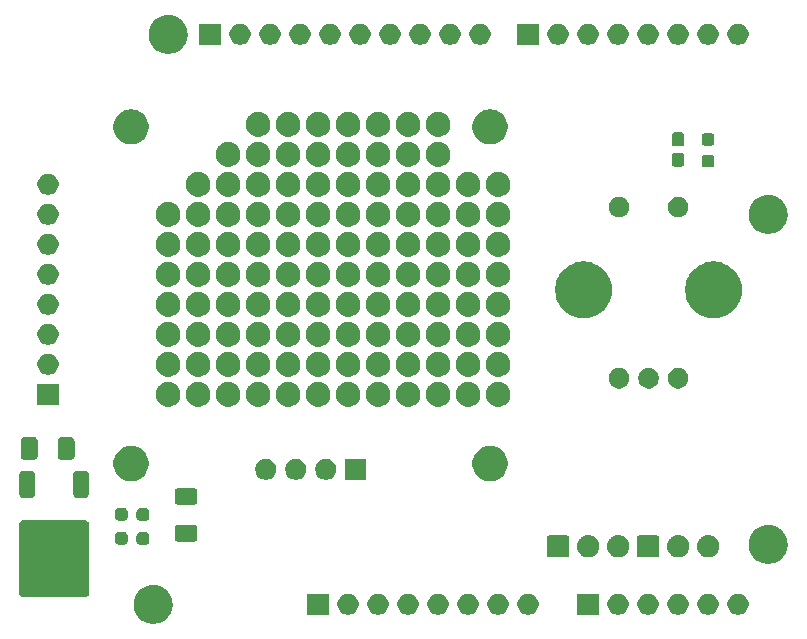
<source format=gbr>
%TF.GenerationSoftware,KiCad,Pcbnew,9.0.6*%
%TF.CreationDate,2025-11-01T12:53:31+09:00*%
%TF.ProjectId,VolumeControlSheild,566f6c75-6d65-4436-9f6e-74726f6c5368,rev?*%
%TF.SameCoordinates,Original*%
%TF.FileFunction,Soldermask,Top*%
%TF.FilePolarity,Negative*%
%FSLAX46Y46*%
G04 Gerber Fmt 4.6, Leading zero omitted, Abs format (unit mm)*
G04 Created by KiCad (PCBNEW 9.0.6) date 2025-11-01 12:53:31*
%MOMM*%
%LPD*%
G01*
G04 APERTURE LIST*
G04 APERTURE END LIST*
G36*
X114087730Y-95814089D02*
G01*
X114099536Y-95814089D01*
X114157663Y-95823295D01*
X114292042Y-95840986D01*
X114324837Y-95849773D01*
X114355418Y-95854617D01*
X114414229Y-95873726D01*
X114500611Y-95896872D01*
X114555724Y-95919700D01*
X114601810Y-95934675D01*
X114644987Y-95956674D01*
X114700099Y-95979503D01*
X114777539Y-96024213D01*
X114832645Y-96052291D01*
X114857697Y-96070492D01*
X114887096Y-96087466D01*
X114994651Y-96169995D01*
X115042239Y-96204570D01*
X115050579Y-96212910D01*
X115058401Y-96218912D01*
X115211087Y-96371598D01*
X115217088Y-96379419D01*
X115225430Y-96387761D01*
X115260008Y-96435354D01*
X115342533Y-96542903D01*
X115359505Y-96572299D01*
X115377709Y-96597355D01*
X115405789Y-96652466D01*
X115450496Y-96729900D01*
X115473321Y-96785006D01*
X115495325Y-96828190D01*
X115510301Y-96874282D01*
X115533127Y-96929388D01*
X115556269Y-97015757D01*
X115575383Y-97074582D01*
X115580227Y-97105169D01*
X115589013Y-97137957D01*
X115606703Y-97272327D01*
X115615911Y-97330464D01*
X115615911Y-97342269D01*
X115617197Y-97352038D01*
X115617197Y-97567961D01*
X115615911Y-97577729D01*
X115615911Y-97589536D01*
X115606702Y-97647677D01*
X115589013Y-97782042D01*
X115580228Y-97814827D01*
X115575383Y-97845418D01*
X115556268Y-97904246D01*
X115533127Y-97990611D01*
X115510302Y-98045713D01*
X115495325Y-98091810D01*
X115473319Y-98134997D01*
X115450496Y-98190099D01*
X115405793Y-98267525D01*
X115377709Y-98322645D01*
X115359502Y-98347704D01*
X115342533Y-98377096D01*
X115260022Y-98484627D01*
X115225430Y-98532239D01*
X115217085Y-98540583D01*
X115211087Y-98548401D01*
X115058401Y-98701087D01*
X115050583Y-98707085D01*
X115042239Y-98715430D01*
X114994627Y-98750022D01*
X114887096Y-98832533D01*
X114857704Y-98849502D01*
X114832645Y-98867709D01*
X114777525Y-98895793D01*
X114700099Y-98940496D01*
X114644997Y-98963319D01*
X114601810Y-98985325D01*
X114555713Y-99000302D01*
X114500611Y-99023127D01*
X114414246Y-99046268D01*
X114355418Y-99065383D01*
X114324827Y-99070228D01*
X114292042Y-99079013D01*
X114157677Y-99096702D01*
X114099536Y-99105911D01*
X114087729Y-99105911D01*
X114077961Y-99107197D01*
X113862039Y-99107197D01*
X113852271Y-99105911D01*
X113840464Y-99105911D01*
X113782324Y-99096702D01*
X113647957Y-99079013D01*
X113615169Y-99070227D01*
X113584582Y-99065383D01*
X113525757Y-99046269D01*
X113439388Y-99023127D01*
X113384282Y-99000301D01*
X113338190Y-98985325D01*
X113295006Y-98963321D01*
X113239900Y-98940496D01*
X113162466Y-98895789D01*
X113107355Y-98867709D01*
X113082299Y-98849505D01*
X113052903Y-98832533D01*
X112945354Y-98750008D01*
X112897761Y-98715430D01*
X112889419Y-98707088D01*
X112881598Y-98701087D01*
X112728912Y-98548401D01*
X112722910Y-98540579D01*
X112714570Y-98532239D01*
X112679995Y-98484651D01*
X112597466Y-98377096D01*
X112580492Y-98347697D01*
X112562291Y-98322645D01*
X112534213Y-98267539D01*
X112489503Y-98190099D01*
X112466674Y-98134987D01*
X112444675Y-98091810D01*
X112429700Y-98045724D01*
X112406872Y-97990611D01*
X112383726Y-97904229D01*
X112364617Y-97845418D01*
X112359773Y-97814837D01*
X112350986Y-97782042D01*
X112333295Y-97647663D01*
X112324089Y-97589536D01*
X112324089Y-97577729D01*
X112322803Y-97567961D01*
X112322803Y-97352038D01*
X112324089Y-97342269D01*
X112324089Y-97330464D01*
X112333294Y-97272341D01*
X112350986Y-97137957D01*
X112359773Y-97105160D01*
X112364617Y-97074582D01*
X112383724Y-97015775D01*
X112406872Y-96929388D01*
X112429702Y-96874271D01*
X112444675Y-96828190D01*
X112466672Y-96785016D01*
X112489503Y-96729900D01*
X112534217Y-96652451D01*
X112562291Y-96597355D01*
X112580489Y-96572306D01*
X112597466Y-96542903D01*
X112680009Y-96435329D01*
X112714570Y-96387761D01*
X112722906Y-96379424D01*
X112728912Y-96371598D01*
X112881598Y-96218912D01*
X112889424Y-96212906D01*
X112897761Y-96204570D01*
X112945329Y-96170009D01*
X113052903Y-96087466D01*
X113082306Y-96070489D01*
X113107355Y-96052291D01*
X113162451Y-96024217D01*
X113239900Y-95979503D01*
X113295016Y-95956672D01*
X113338190Y-95934675D01*
X113384271Y-95919702D01*
X113439388Y-95896872D01*
X113525775Y-95873724D01*
X113584582Y-95854617D01*
X113615160Y-95849773D01*
X113647957Y-95840986D01*
X113782338Y-95823295D01*
X113840464Y-95814089D01*
X113852270Y-95814089D01*
X113862039Y-95812803D01*
X114077961Y-95812803D01*
X114087730Y-95814089D01*
G37*
G36*
X128809517Y-96562882D02*
G01*
X128826062Y-96573938D01*
X128837118Y-96590483D01*
X128841000Y-96610000D01*
X128841000Y-98310000D01*
X128837118Y-98329517D01*
X128826062Y-98346062D01*
X128809517Y-98357118D01*
X128790000Y-98361000D01*
X127090000Y-98361000D01*
X127070483Y-98357118D01*
X127053938Y-98346062D01*
X127042882Y-98329517D01*
X127039000Y-98310000D01*
X127039000Y-96610000D01*
X127042882Y-96590483D01*
X127053938Y-96573938D01*
X127070483Y-96562882D01*
X127090000Y-96559000D01*
X128790000Y-96559000D01*
X128809517Y-96562882D01*
G37*
G36*
X151669517Y-96562882D02*
G01*
X151686062Y-96573938D01*
X151697118Y-96590483D01*
X151701000Y-96610000D01*
X151701000Y-98310000D01*
X151697118Y-98329517D01*
X151686062Y-98346062D01*
X151669517Y-98357118D01*
X151650000Y-98361000D01*
X149950000Y-98361000D01*
X149930483Y-98357118D01*
X149913938Y-98346062D01*
X149902882Y-98329517D01*
X149899000Y-98310000D01*
X149899000Y-96610000D01*
X149902882Y-96590483D01*
X149913938Y-96573938D01*
X149930483Y-96562882D01*
X149950000Y-96559000D01*
X151650000Y-96559000D01*
X151669517Y-96562882D01*
G37*
G36*
X130741546Y-96597797D02*
G01*
X130904728Y-96665389D01*
X131051588Y-96763518D01*
X131176482Y-96888412D01*
X131274611Y-97035272D01*
X131342203Y-97198454D01*
X131376661Y-97371687D01*
X131376661Y-97548313D01*
X131342203Y-97721546D01*
X131274611Y-97884728D01*
X131176482Y-98031588D01*
X131051588Y-98156482D01*
X130904728Y-98254611D01*
X130741546Y-98322203D01*
X130568313Y-98356661D01*
X130391687Y-98356661D01*
X130218454Y-98322203D01*
X130055272Y-98254611D01*
X129908412Y-98156482D01*
X129783518Y-98031588D01*
X129685389Y-97884728D01*
X129617797Y-97721546D01*
X129583339Y-97548313D01*
X129583339Y-97371687D01*
X129617797Y-97198454D01*
X129685389Y-97035272D01*
X129783518Y-96888412D01*
X129908412Y-96763518D01*
X130055272Y-96665389D01*
X130218454Y-96597797D01*
X130391687Y-96563339D01*
X130568313Y-96563339D01*
X130741546Y-96597797D01*
G37*
G36*
X133281546Y-96597797D02*
G01*
X133444728Y-96665389D01*
X133591588Y-96763518D01*
X133716482Y-96888412D01*
X133814611Y-97035272D01*
X133882203Y-97198454D01*
X133916661Y-97371687D01*
X133916661Y-97548313D01*
X133882203Y-97721546D01*
X133814611Y-97884728D01*
X133716482Y-98031588D01*
X133591588Y-98156482D01*
X133444728Y-98254611D01*
X133281546Y-98322203D01*
X133108313Y-98356661D01*
X132931687Y-98356661D01*
X132758454Y-98322203D01*
X132595272Y-98254611D01*
X132448412Y-98156482D01*
X132323518Y-98031588D01*
X132225389Y-97884728D01*
X132157797Y-97721546D01*
X132123339Y-97548313D01*
X132123339Y-97371687D01*
X132157797Y-97198454D01*
X132225389Y-97035272D01*
X132323518Y-96888412D01*
X132448412Y-96763518D01*
X132595272Y-96665389D01*
X132758454Y-96597797D01*
X132931687Y-96563339D01*
X133108313Y-96563339D01*
X133281546Y-96597797D01*
G37*
G36*
X135821546Y-96597797D02*
G01*
X135984728Y-96665389D01*
X136131588Y-96763518D01*
X136256482Y-96888412D01*
X136354611Y-97035272D01*
X136422203Y-97198454D01*
X136456661Y-97371687D01*
X136456661Y-97548313D01*
X136422203Y-97721546D01*
X136354611Y-97884728D01*
X136256482Y-98031588D01*
X136131588Y-98156482D01*
X135984728Y-98254611D01*
X135821546Y-98322203D01*
X135648313Y-98356661D01*
X135471687Y-98356661D01*
X135298454Y-98322203D01*
X135135272Y-98254611D01*
X134988412Y-98156482D01*
X134863518Y-98031588D01*
X134765389Y-97884728D01*
X134697797Y-97721546D01*
X134663339Y-97548313D01*
X134663339Y-97371687D01*
X134697797Y-97198454D01*
X134765389Y-97035272D01*
X134863518Y-96888412D01*
X134988412Y-96763518D01*
X135135272Y-96665389D01*
X135298454Y-96597797D01*
X135471687Y-96563339D01*
X135648313Y-96563339D01*
X135821546Y-96597797D01*
G37*
G36*
X138361546Y-96597797D02*
G01*
X138524728Y-96665389D01*
X138671588Y-96763518D01*
X138796482Y-96888412D01*
X138894611Y-97035272D01*
X138962203Y-97198454D01*
X138996661Y-97371687D01*
X138996661Y-97548313D01*
X138962203Y-97721546D01*
X138894611Y-97884728D01*
X138796482Y-98031588D01*
X138671588Y-98156482D01*
X138524728Y-98254611D01*
X138361546Y-98322203D01*
X138188313Y-98356661D01*
X138011687Y-98356661D01*
X137838454Y-98322203D01*
X137675272Y-98254611D01*
X137528412Y-98156482D01*
X137403518Y-98031588D01*
X137305389Y-97884728D01*
X137237797Y-97721546D01*
X137203339Y-97548313D01*
X137203339Y-97371687D01*
X137237797Y-97198454D01*
X137305389Y-97035272D01*
X137403518Y-96888412D01*
X137528412Y-96763518D01*
X137675272Y-96665389D01*
X137838454Y-96597797D01*
X138011687Y-96563339D01*
X138188313Y-96563339D01*
X138361546Y-96597797D01*
G37*
G36*
X140901546Y-96597797D02*
G01*
X141064728Y-96665389D01*
X141211588Y-96763518D01*
X141336482Y-96888412D01*
X141434611Y-97035272D01*
X141502203Y-97198454D01*
X141536661Y-97371687D01*
X141536661Y-97548313D01*
X141502203Y-97721546D01*
X141434611Y-97884728D01*
X141336482Y-98031588D01*
X141211588Y-98156482D01*
X141064728Y-98254611D01*
X140901546Y-98322203D01*
X140728313Y-98356661D01*
X140551687Y-98356661D01*
X140378454Y-98322203D01*
X140215272Y-98254611D01*
X140068412Y-98156482D01*
X139943518Y-98031588D01*
X139845389Y-97884728D01*
X139777797Y-97721546D01*
X139743339Y-97548313D01*
X139743339Y-97371687D01*
X139777797Y-97198454D01*
X139845389Y-97035272D01*
X139943518Y-96888412D01*
X140068412Y-96763518D01*
X140215272Y-96665389D01*
X140378454Y-96597797D01*
X140551687Y-96563339D01*
X140728313Y-96563339D01*
X140901546Y-96597797D01*
G37*
G36*
X143441546Y-96597797D02*
G01*
X143604728Y-96665389D01*
X143751588Y-96763518D01*
X143876482Y-96888412D01*
X143974611Y-97035272D01*
X144042203Y-97198454D01*
X144076661Y-97371687D01*
X144076661Y-97548313D01*
X144042203Y-97721546D01*
X143974611Y-97884728D01*
X143876482Y-98031588D01*
X143751588Y-98156482D01*
X143604728Y-98254611D01*
X143441546Y-98322203D01*
X143268313Y-98356661D01*
X143091687Y-98356661D01*
X142918454Y-98322203D01*
X142755272Y-98254611D01*
X142608412Y-98156482D01*
X142483518Y-98031588D01*
X142385389Y-97884728D01*
X142317797Y-97721546D01*
X142283339Y-97548313D01*
X142283339Y-97371687D01*
X142317797Y-97198454D01*
X142385389Y-97035272D01*
X142483518Y-96888412D01*
X142608412Y-96763518D01*
X142755272Y-96665389D01*
X142918454Y-96597797D01*
X143091687Y-96563339D01*
X143268313Y-96563339D01*
X143441546Y-96597797D01*
G37*
G36*
X145981546Y-96597797D02*
G01*
X146144728Y-96665389D01*
X146291588Y-96763518D01*
X146416482Y-96888412D01*
X146514611Y-97035272D01*
X146582203Y-97198454D01*
X146616661Y-97371687D01*
X146616661Y-97548313D01*
X146582203Y-97721546D01*
X146514611Y-97884728D01*
X146416482Y-98031588D01*
X146291588Y-98156482D01*
X146144728Y-98254611D01*
X145981546Y-98322203D01*
X145808313Y-98356661D01*
X145631687Y-98356661D01*
X145458454Y-98322203D01*
X145295272Y-98254611D01*
X145148412Y-98156482D01*
X145023518Y-98031588D01*
X144925389Y-97884728D01*
X144857797Y-97721546D01*
X144823339Y-97548313D01*
X144823339Y-97371687D01*
X144857797Y-97198454D01*
X144925389Y-97035272D01*
X145023518Y-96888412D01*
X145148412Y-96763518D01*
X145295272Y-96665389D01*
X145458454Y-96597797D01*
X145631687Y-96563339D01*
X145808313Y-96563339D01*
X145981546Y-96597797D01*
G37*
G36*
X153601546Y-96597797D02*
G01*
X153764728Y-96665389D01*
X153911588Y-96763518D01*
X154036482Y-96888412D01*
X154134611Y-97035272D01*
X154202203Y-97198454D01*
X154236661Y-97371687D01*
X154236661Y-97548313D01*
X154202203Y-97721546D01*
X154134611Y-97884728D01*
X154036482Y-98031588D01*
X153911588Y-98156482D01*
X153764728Y-98254611D01*
X153601546Y-98322203D01*
X153428313Y-98356661D01*
X153251687Y-98356661D01*
X153078454Y-98322203D01*
X152915272Y-98254611D01*
X152768412Y-98156482D01*
X152643518Y-98031588D01*
X152545389Y-97884728D01*
X152477797Y-97721546D01*
X152443339Y-97548313D01*
X152443339Y-97371687D01*
X152477797Y-97198454D01*
X152545389Y-97035272D01*
X152643518Y-96888412D01*
X152768412Y-96763518D01*
X152915272Y-96665389D01*
X153078454Y-96597797D01*
X153251687Y-96563339D01*
X153428313Y-96563339D01*
X153601546Y-96597797D01*
G37*
G36*
X156141546Y-96597797D02*
G01*
X156304728Y-96665389D01*
X156451588Y-96763518D01*
X156576482Y-96888412D01*
X156674611Y-97035272D01*
X156742203Y-97198454D01*
X156776661Y-97371687D01*
X156776661Y-97548313D01*
X156742203Y-97721546D01*
X156674611Y-97884728D01*
X156576482Y-98031588D01*
X156451588Y-98156482D01*
X156304728Y-98254611D01*
X156141546Y-98322203D01*
X155968313Y-98356661D01*
X155791687Y-98356661D01*
X155618454Y-98322203D01*
X155455272Y-98254611D01*
X155308412Y-98156482D01*
X155183518Y-98031588D01*
X155085389Y-97884728D01*
X155017797Y-97721546D01*
X154983339Y-97548313D01*
X154983339Y-97371687D01*
X155017797Y-97198454D01*
X155085389Y-97035272D01*
X155183518Y-96888412D01*
X155308412Y-96763518D01*
X155455272Y-96665389D01*
X155618454Y-96597797D01*
X155791687Y-96563339D01*
X155968313Y-96563339D01*
X156141546Y-96597797D01*
G37*
G36*
X158681546Y-96597797D02*
G01*
X158844728Y-96665389D01*
X158991588Y-96763518D01*
X159116482Y-96888412D01*
X159214611Y-97035272D01*
X159282203Y-97198454D01*
X159316661Y-97371687D01*
X159316661Y-97548313D01*
X159282203Y-97721546D01*
X159214611Y-97884728D01*
X159116482Y-98031588D01*
X158991588Y-98156482D01*
X158844728Y-98254611D01*
X158681546Y-98322203D01*
X158508313Y-98356661D01*
X158331687Y-98356661D01*
X158158454Y-98322203D01*
X157995272Y-98254611D01*
X157848412Y-98156482D01*
X157723518Y-98031588D01*
X157625389Y-97884728D01*
X157557797Y-97721546D01*
X157523339Y-97548313D01*
X157523339Y-97371687D01*
X157557797Y-97198454D01*
X157625389Y-97035272D01*
X157723518Y-96888412D01*
X157848412Y-96763518D01*
X157995272Y-96665389D01*
X158158454Y-96597797D01*
X158331687Y-96563339D01*
X158508313Y-96563339D01*
X158681546Y-96597797D01*
G37*
G36*
X161221546Y-96597797D02*
G01*
X161384728Y-96665389D01*
X161531588Y-96763518D01*
X161656482Y-96888412D01*
X161754611Y-97035272D01*
X161822203Y-97198454D01*
X161856661Y-97371687D01*
X161856661Y-97548313D01*
X161822203Y-97721546D01*
X161754611Y-97884728D01*
X161656482Y-98031588D01*
X161531588Y-98156482D01*
X161384728Y-98254611D01*
X161221546Y-98322203D01*
X161048313Y-98356661D01*
X160871687Y-98356661D01*
X160698454Y-98322203D01*
X160535272Y-98254611D01*
X160388412Y-98156482D01*
X160263518Y-98031588D01*
X160165389Y-97884728D01*
X160097797Y-97721546D01*
X160063339Y-97548313D01*
X160063339Y-97371687D01*
X160097797Y-97198454D01*
X160165389Y-97035272D01*
X160263518Y-96888412D01*
X160388412Y-96763518D01*
X160535272Y-96665389D01*
X160698454Y-96597797D01*
X160871687Y-96563339D01*
X161048313Y-96563339D01*
X161221546Y-96597797D01*
G37*
G36*
X163761546Y-96597797D02*
G01*
X163924728Y-96665389D01*
X164071588Y-96763518D01*
X164196482Y-96888412D01*
X164294611Y-97035272D01*
X164362203Y-97198454D01*
X164396661Y-97371687D01*
X164396661Y-97548313D01*
X164362203Y-97721546D01*
X164294611Y-97884728D01*
X164196482Y-98031588D01*
X164071588Y-98156482D01*
X163924728Y-98254611D01*
X163761546Y-98322203D01*
X163588313Y-98356661D01*
X163411687Y-98356661D01*
X163238454Y-98322203D01*
X163075272Y-98254611D01*
X162928412Y-98156482D01*
X162803518Y-98031588D01*
X162705389Y-97884728D01*
X162637797Y-97721546D01*
X162603339Y-97548313D01*
X162603339Y-97371687D01*
X162637797Y-97198454D01*
X162705389Y-97035272D01*
X162803518Y-96888412D01*
X162928412Y-96763518D01*
X163075272Y-96665389D01*
X163238454Y-96597797D01*
X163411687Y-96563339D01*
X163588313Y-96563339D01*
X163761546Y-96597797D01*
G37*
G36*
X108305916Y-90356995D02*
G01*
X108321728Y-90363976D01*
X108329534Y-90365213D01*
X108362046Y-90381779D01*
X108407107Y-90401675D01*
X108485325Y-90479893D01*
X108505224Y-90524960D01*
X108521786Y-90557465D01*
X108523022Y-90565269D01*
X108530005Y-90581084D01*
X108537999Y-90649998D01*
X108537999Y-90659827D01*
X108538000Y-90659834D01*
X108538000Y-93621087D01*
X108538000Y-96550003D01*
X108530005Y-96618916D01*
X108523021Y-96634731D01*
X108521786Y-96642534D01*
X108505227Y-96675032D01*
X108485325Y-96720107D01*
X108407107Y-96798325D01*
X108362032Y-96818227D01*
X108329534Y-96834786D01*
X108321731Y-96836021D01*
X108305916Y-96843005D01*
X108237002Y-96850999D01*
X108227172Y-96850999D01*
X108227166Y-96851000D01*
X102946834Y-96851000D01*
X102946833Y-96850999D01*
X102936997Y-96851000D01*
X102868084Y-96843005D01*
X102852269Y-96836022D01*
X102844465Y-96834786D01*
X102811960Y-96818224D01*
X102766893Y-96798325D01*
X102688675Y-96720107D01*
X102668779Y-96675046D01*
X102652213Y-96642534D01*
X102650976Y-96634728D01*
X102643995Y-96618916D01*
X102636001Y-96550002D01*
X102636000Y-96540171D01*
X102636000Y-96540165D01*
X102636000Y-90659834D01*
X102636000Y-90659833D01*
X102636000Y-90649997D01*
X102643995Y-90581084D01*
X102650976Y-90565272D01*
X102652213Y-90557465D01*
X102668782Y-90524945D01*
X102688675Y-90479893D01*
X102766893Y-90401675D01*
X102811945Y-90381782D01*
X102844465Y-90365213D01*
X102852272Y-90363976D01*
X102868084Y-90356995D01*
X102936998Y-90349001D01*
X102946827Y-90349000D01*
X102946834Y-90349000D01*
X108227166Y-90349000D01*
X108237003Y-90349000D01*
X108305916Y-90356995D01*
G37*
G36*
X166157730Y-90734089D02*
G01*
X166169536Y-90734089D01*
X166227663Y-90743295D01*
X166362042Y-90760986D01*
X166394837Y-90769773D01*
X166425418Y-90774617D01*
X166484229Y-90793726D01*
X166570611Y-90816872D01*
X166625724Y-90839700D01*
X166671810Y-90854675D01*
X166714987Y-90876674D01*
X166770099Y-90899503D01*
X166847539Y-90944213D01*
X166902645Y-90972291D01*
X166927697Y-90990492D01*
X166957096Y-91007466D01*
X167064651Y-91089995D01*
X167112239Y-91124570D01*
X167120579Y-91132910D01*
X167128401Y-91138912D01*
X167281087Y-91291598D01*
X167287088Y-91299419D01*
X167295430Y-91307761D01*
X167330008Y-91355354D01*
X167412533Y-91462903D01*
X167429505Y-91492299D01*
X167447709Y-91517355D01*
X167475789Y-91572466D01*
X167520496Y-91649900D01*
X167543321Y-91705006D01*
X167565325Y-91748190D01*
X167580301Y-91794282D01*
X167603127Y-91849388D01*
X167626269Y-91935757D01*
X167645383Y-91994582D01*
X167650227Y-92025169D01*
X167659013Y-92057957D01*
X167676703Y-92192327D01*
X167685911Y-92250464D01*
X167685911Y-92262269D01*
X167687197Y-92272038D01*
X167687197Y-92487961D01*
X167685911Y-92497729D01*
X167685911Y-92509536D01*
X167676702Y-92567677D01*
X167659013Y-92702042D01*
X167650228Y-92734827D01*
X167645383Y-92765418D01*
X167626268Y-92824246D01*
X167603127Y-92910611D01*
X167580302Y-92965713D01*
X167565325Y-93011810D01*
X167543319Y-93054997D01*
X167520496Y-93110099D01*
X167475793Y-93187525D01*
X167447709Y-93242645D01*
X167429502Y-93267704D01*
X167412533Y-93297096D01*
X167330022Y-93404627D01*
X167295430Y-93452239D01*
X167287085Y-93460583D01*
X167281087Y-93468401D01*
X167128401Y-93621087D01*
X167120583Y-93627085D01*
X167112239Y-93635430D01*
X167064627Y-93670022D01*
X166957096Y-93752533D01*
X166927704Y-93769502D01*
X166902645Y-93787709D01*
X166847525Y-93815793D01*
X166770099Y-93860496D01*
X166714997Y-93883319D01*
X166671810Y-93905325D01*
X166625713Y-93920302D01*
X166570611Y-93943127D01*
X166484246Y-93966268D01*
X166425418Y-93985383D01*
X166394827Y-93990228D01*
X166362042Y-93999013D01*
X166227677Y-94016702D01*
X166169536Y-94025911D01*
X166157729Y-94025911D01*
X166147961Y-94027197D01*
X165932039Y-94027197D01*
X165922271Y-94025911D01*
X165910464Y-94025911D01*
X165852324Y-94016702D01*
X165717957Y-93999013D01*
X165685169Y-93990227D01*
X165654582Y-93985383D01*
X165595757Y-93966269D01*
X165509388Y-93943127D01*
X165454282Y-93920301D01*
X165408190Y-93905325D01*
X165365006Y-93883321D01*
X165309900Y-93860496D01*
X165232466Y-93815789D01*
X165177355Y-93787709D01*
X165152299Y-93769505D01*
X165122903Y-93752533D01*
X165015354Y-93670008D01*
X164967761Y-93635430D01*
X164959419Y-93627088D01*
X164951598Y-93621087D01*
X164798912Y-93468401D01*
X164792910Y-93460579D01*
X164784570Y-93452239D01*
X164749995Y-93404651D01*
X164667466Y-93297096D01*
X164650492Y-93267697D01*
X164632291Y-93242645D01*
X164604213Y-93187539D01*
X164559503Y-93110099D01*
X164536674Y-93054987D01*
X164514675Y-93011810D01*
X164499700Y-92965724D01*
X164476872Y-92910611D01*
X164453726Y-92824229D01*
X164434617Y-92765418D01*
X164429773Y-92734837D01*
X164420986Y-92702042D01*
X164403295Y-92567663D01*
X164394089Y-92509536D01*
X164394089Y-92497729D01*
X164392803Y-92487961D01*
X164392803Y-92272038D01*
X164394089Y-92262269D01*
X164394089Y-92250464D01*
X164403294Y-92192341D01*
X164420986Y-92057957D01*
X164429773Y-92025160D01*
X164434617Y-91994582D01*
X164453724Y-91935775D01*
X164476872Y-91849388D01*
X164499702Y-91794271D01*
X164514675Y-91748190D01*
X164536672Y-91705016D01*
X164559503Y-91649900D01*
X164604217Y-91572451D01*
X164632291Y-91517355D01*
X164650489Y-91492306D01*
X164667466Y-91462903D01*
X164750009Y-91355329D01*
X164784570Y-91307761D01*
X164792906Y-91299424D01*
X164798912Y-91291598D01*
X164951598Y-91138912D01*
X164959424Y-91132906D01*
X164967761Y-91124570D01*
X165015329Y-91090009D01*
X165122903Y-91007466D01*
X165152306Y-90990489D01*
X165177355Y-90972291D01*
X165232451Y-90944217D01*
X165309900Y-90899503D01*
X165365016Y-90876672D01*
X165408190Y-90854675D01*
X165454271Y-90839702D01*
X165509388Y-90816872D01*
X165595775Y-90793724D01*
X165654582Y-90774617D01*
X165685160Y-90769773D01*
X165717957Y-90760986D01*
X165852338Y-90743295D01*
X165910464Y-90734089D01*
X165922270Y-90734089D01*
X165932039Y-90732803D01*
X166147961Y-90732803D01*
X166157730Y-90734089D01*
G37*
G36*
X148980148Y-91594453D02*
G01*
X148995904Y-91601410D01*
X149003638Y-91602635D01*
X149035848Y-91619047D01*
X149080802Y-91638896D01*
X149158604Y-91716698D01*
X149178456Y-91761658D01*
X149194864Y-91793861D01*
X149196088Y-91801592D01*
X149203047Y-91817352D01*
X149211000Y-91885900D01*
X149211000Y-93189100D01*
X149203047Y-93257648D01*
X149196088Y-93273408D01*
X149194864Y-93281138D01*
X149178459Y-93313333D01*
X149158604Y-93358302D01*
X149080802Y-93436104D01*
X149035833Y-93455959D01*
X149003638Y-93472364D01*
X148995908Y-93473588D01*
X148980148Y-93480547D01*
X148911600Y-93488500D01*
X147608400Y-93488500D01*
X147539852Y-93480547D01*
X147524092Y-93473588D01*
X147516361Y-93472364D01*
X147484158Y-93455956D01*
X147439198Y-93436104D01*
X147361396Y-93358302D01*
X147341547Y-93313348D01*
X147325135Y-93281138D01*
X147323910Y-93273404D01*
X147316953Y-93257648D01*
X147309000Y-93189100D01*
X147309000Y-91885900D01*
X147316953Y-91817352D01*
X147323909Y-91801596D01*
X147325135Y-91793861D01*
X147341550Y-91761643D01*
X147361396Y-91716698D01*
X147439198Y-91638896D01*
X147484143Y-91619050D01*
X147516361Y-91602635D01*
X147524096Y-91601409D01*
X147539852Y-91594453D01*
X147608400Y-91586500D01*
X148911600Y-91586500D01*
X148980148Y-91594453D01*
G37*
G36*
X156600148Y-91594453D02*
G01*
X156615904Y-91601410D01*
X156623638Y-91602635D01*
X156655848Y-91619047D01*
X156700802Y-91638896D01*
X156778604Y-91716698D01*
X156798456Y-91761658D01*
X156814864Y-91793861D01*
X156816088Y-91801592D01*
X156823047Y-91817352D01*
X156831000Y-91885900D01*
X156831000Y-93189100D01*
X156823047Y-93257648D01*
X156816088Y-93273408D01*
X156814864Y-93281138D01*
X156798459Y-93313333D01*
X156778604Y-93358302D01*
X156700802Y-93436104D01*
X156655833Y-93455959D01*
X156623638Y-93472364D01*
X156615908Y-93473588D01*
X156600148Y-93480547D01*
X156531600Y-93488500D01*
X155228400Y-93488500D01*
X155159852Y-93480547D01*
X155144092Y-93473588D01*
X155136361Y-93472364D01*
X155104158Y-93455956D01*
X155059198Y-93436104D01*
X154981396Y-93358302D01*
X154961547Y-93313348D01*
X154945135Y-93281138D01*
X154943910Y-93273404D01*
X154936953Y-93257648D01*
X154929000Y-93189100D01*
X154929000Y-91885900D01*
X154936953Y-91817352D01*
X154943909Y-91801596D01*
X154945135Y-91793861D01*
X154961550Y-91761643D01*
X154981396Y-91716698D01*
X155059198Y-91638896D01*
X155104143Y-91619050D01*
X155136361Y-91602635D01*
X155144096Y-91601409D01*
X155159852Y-91594453D01*
X155228400Y-91586500D01*
X156531600Y-91586500D01*
X156600148Y-91594453D01*
G37*
G36*
X150882553Y-91591079D02*
G01*
X150893214Y-91591079D01*
X150934865Y-91599364D01*
X151021916Y-91613151D01*
X151049918Y-91622249D01*
X151076061Y-91627450D01*
X151112956Y-91642732D01*
X151163784Y-91659248D01*
X151211399Y-91683509D01*
X151248298Y-91698793D01*
X151270463Y-91713603D01*
X151296693Y-91726968D01*
X151367990Y-91778768D01*
X151403308Y-91802367D01*
X151410846Y-91809905D01*
X151417370Y-91814645D01*
X151522854Y-91920129D01*
X151527593Y-91926652D01*
X151535133Y-91934192D01*
X151558734Y-91969514D01*
X151610531Y-92040806D01*
X151623894Y-92067033D01*
X151638707Y-92089202D01*
X151653993Y-92126105D01*
X151678251Y-92173715D01*
X151694764Y-92224535D01*
X151710050Y-92261439D01*
X151715251Y-92287586D01*
X151724348Y-92315583D01*
X151738134Y-92402625D01*
X151746421Y-92444286D01*
X151746421Y-92454947D01*
X151747683Y-92462915D01*
X151747683Y-92612084D01*
X151746421Y-92620051D01*
X151746421Y-92630714D01*
X151738133Y-92672377D01*
X151724348Y-92759416D01*
X151715251Y-92787410D01*
X151710050Y-92813561D01*
X151694762Y-92850468D01*
X151678251Y-92901284D01*
X151653995Y-92948888D01*
X151638707Y-92985798D01*
X151623892Y-93007970D01*
X151610531Y-93034193D01*
X151558742Y-93105473D01*
X151535133Y-93140808D01*
X151527591Y-93148349D01*
X151522854Y-93154870D01*
X151417370Y-93260354D01*
X151410849Y-93265091D01*
X151403308Y-93272633D01*
X151367973Y-93296242D01*
X151296693Y-93348031D01*
X151270470Y-93361392D01*
X151248298Y-93376207D01*
X151211388Y-93391495D01*
X151163784Y-93415751D01*
X151112968Y-93432262D01*
X151076061Y-93447550D01*
X151049910Y-93452751D01*
X151021916Y-93461848D01*
X150934875Y-93475633D01*
X150893214Y-93483921D01*
X150882553Y-93483921D01*
X150874585Y-93485183D01*
X150725415Y-93485183D01*
X150717447Y-93483921D01*
X150706786Y-93483921D01*
X150665125Y-93475634D01*
X150578083Y-93461848D01*
X150550086Y-93452751D01*
X150523939Y-93447550D01*
X150487035Y-93432264D01*
X150436215Y-93415751D01*
X150388605Y-93391493D01*
X150351702Y-93376207D01*
X150329533Y-93361394D01*
X150303306Y-93348031D01*
X150232014Y-93296234D01*
X150196692Y-93272633D01*
X150189152Y-93265093D01*
X150182629Y-93260354D01*
X150077145Y-93154870D01*
X150072405Y-93148346D01*
X150064867Y-93140808D01*
X150041268Y-93105490D01*
X149989468Y-93034193D01*
X149976103Y-93007963D01*
X149961293Y-92985798D01*
X149946009Y-92948899D01*
X149921748Y-92901284D01*
X149905232Y-92850456D01*
X149889950Y-92813561D01*
X149884749Y-92787418D01*
X149875651Y-92759416D01*
X149861864Y-92672367D01*
X149853579Y-92630714D01*
X149853579Y-92620052D01*
X149852317Y-92612084D01*
X149852317Y-92462915D01*
X149853579Y-92454946D01*
X149853579Y-92444286D01*
X149861863Y-92402636D01*
X149875651Y-92315583D01*
X149884750Y-92287578D01*
X149889950Y-92261439D01*
X149905231Y-92224546D01*
X149921748Y-92173715D01*
X149946011Y-92126095D01*
X149961293Y-92089202D01*
X149976101Y-92067039D01*
X149989468Y-92040806D01*
X150041277Y-91969496D01*
X150064867Y-91934192D01*
X150072402Y-91926656D01*
X150077145Y-91920129D01*
X150182629Y-91814645D01*
X150189156Y-91809902D01*
X150196692Y-91802367D01*
X150231996Y-91778777D01*
X150303306Y-91726968D01*
X150329539Y-91713601D01*
X150351702Y-91698793D01*
X150388595Y-91683511D01*
X150436215Y-91659248D01*
X150487046Y-91642731D01*
X150523939Y-91627450D01*
X150550078Y-91622250D01*
X150578083Y-91613151D01*
X150665136Y-91599363D01*
X150706786Y-91591079D01*
X150717447Y-91591079D01*
X150725415Y-91589817D01*
X150874585Y-91589817D01*
X150882553Y-91591079D01*
G37*
G36*
X153422553Y-91591079D02*
G01*
X153433214Y-91591079D01*
X153474865Y-91599364D01*
X153561916Y-91613151D01*
X153589918Y-91622249D01*
X153616061Y-91627450D01*
X153652956Y-91642732D01*
X153703784Y-91659248D01*
X153751399Y-91683509D01*
X153788298Y-91698793D01*
X153810463Y-91713603D01*
X153836693Y-91726968D01*
X153907990Y-91778768D01*
X153943308Y-91802367D01*
X153950846Y-91809905D01*
X153957370Y-91814645D01*
X154062854Y-91920129D01*
X154067593Y-91926652D01*
X154075133Y-91934192D01*
X154098734Y-91969514D01*
X154150531Y-92040806D01*
X154163894Y-92067033D01*
X154178707Y-92089202D01*
X154193993Y-92126105D01*
X154218251Y-92173715D01*
X154234764Y-92224535D01*
X154250050Y-92261439D01*
X154255251Y-92287586D01*
X154264348Y-92315583D01*
X154278134Y-92402625D01*
X154286421Y-92444286D01*
X154286421Y-92454947D01*
X154287683Y-92462915D01*
X154287683Y-92612084D01*
X154286421Y-92620051D01*
X154286421Y-92630714D01*
X154278133Y-92672377D01*
X154264348Y-92759416D01*
X154255251Y-92787410D01*
X154250050Y-92813561D01*
X154234762Y-92850468D01*
X154218251Y-92901284D01*
X154193995Y-92948888D01*
X154178707Y-92985798D01*
X154163892Y-93007970D01*
X154150531Y-93034193D01*
X154098742Y-93105473D01*
X154075133Y-93140808D01*
X154067591Y-93148349D01*
X154062854Y-93154870D01*
X153957370Y-93260354D01*
X153950849Y-93265091D01*
X153943308Y-93272633D01*
X153907973Y-93296242D01*
X153836693Y-93348031D01*
X153810470Y-93361392D01*
X153788298Y-93376207D01*
X153751388Y-93391495D01*
X153703784Y-93415751D01*
X153652968Y-93432262D01*
X153616061Y-93447550D01*
X153589910Y-93452751D01*
X153561916Y-93461848D01*
X153474875Y-93475633D01*
X153433214Y-93483921D01*
X153422553Y-93483921D01*
X153414585Y-93485183D01*
X153265415Y-93485183D01*
X153257447Y-93483921D01*
X153246786Y-93483921D01*
X153205125Y-93475634D01*
X153118083Y-93461848D01*
X153090086Y-93452751D01*
X153063939Y-93447550D01*
X153027035Y-93432264D01*
X152976215Y-93415751D01*
X152928605Y-93391493D01*
X152891702Y-93376207D01*
X152869533Y-93361394D01*
X152843306Y-93348031D01*
X152772014Y-93296234D01*
X152736692Y-93272633D01*
X152729152Y-93265093D01*
X152722629Y-93260354D01*
X152617145Y-93154870D01*
X152612405Y-93148346D01*
X152604867Y-93140808D01*
X152581268Y-93105490D01*
X152529468Y-93034193D01*
X152516103Y-93007963D01*
X152501293Y-92985798D01*
X152486009Y-92948899D01*
X152461748Y-92901284D01*
X152445232Y-92850456D01*
X152429950Y-92813561D01*
X152424749Y-92787418D01*
X152415651Y-92759416D01*
X152401864Y-92672367D01*
X152393579Y-92630714D01*
X152393579Y-92620052D01*
X152392317Y-92612084D01*
X152392317Y-92462915D01*
X152393579Y-92454946D01*
X152393579Y-92444286D01*
X152401863Y-92402636D01*
X152415651Y-92315583D01*
X152424750Y-92287578D01*
X152429950Y-92261439D01*
X152445231Y-92224546D01*
X152461748Y-92173715D01*
X152486011Y-92126095D01*
X152501293Y-92089202D01*
X152516101Y-92067039D01*
X152529468Y-92040806D01*
X152581277Y-91969496D01*
X152604867Y-91934192D01*
X152612402Y-91926656D01*
X152617145Y-91920129D01*
X152722629Y-91814645D01*
X152729156Y-91809902D01*
X152736692Y-91802367D01*
X152771996Y-91778777D01*
X152843306Y-91726968D01*
X152869539Y-91713601D01*
X152891702Y-91698793D01*
X152928595Y-91683511D01*
X152976215Y-91659248D01*
X153027046Y-91642731D01*
X153063939Y-91627450D01*
X153090078Y-91622250D01*
X153118083Y-91613151D01*
X153205136Y-91599363D01*
X153246786Y-91591079D01*
X153257447Y-91591079D01*
X153265415Y-91589817D01*
X153414585Y-91589817D01*
X153422553Y-91591079D01*
G37*
G36*
X158502553Y-91591079D02*
G01*
X158513214Y-91591079D01*
X158554865Y-91599364D01*
X158641916Y-91613151D01*
X158669918Y-91622249D01*
X158696061Y-91627450D01*
X158732956Y-91642732D01*
X158783784Y-91659248D01*
X158831399Y-91683509D01*
X158868298Y-91698793D01*
X158890463Y-91713603D01*
X158916693Y-91726968D01*
X158987990Y-91778768D01*
X159023308Y-91802367D01*
X159030846Y-91809905D01*
X159037370Y-91814645D01*
X159142854Y-91920129D01*
X159147593Y-91926652D01*
X159155133Y-91934192D01*
X159178734Y-91969514D01*
X159230531Y-92040806D01*
X159243894Y-92067033D01*
X159258707Y-92089202D01*
X159273993Y-92126105D01*
X159298251Y-92173715D01*
X159314764Y-92224535D01*
X159330050Y-92261439D01*
X159335251Y-92287586D01*
X159344348Y-92315583D01*
X159358134Y-92402625D01*
X159366421Y-92444286D01*
X159366421Y-92454947D01*
X159367683Y-92462915D01*
X159367683Y-92612084D01*
X159366421Y-92620051D01*
X159366421Y-92630714D01*
X159358133Y-92672377D01*
X159344348Y-92759416D01*
X159335251Y-92787410D01*
X159330050Y-92813561D01*
X159314762Y-92850468D01*
X159298251Y-92901284D01*
X159273995Y-92948888D01*
X159258707Y-92985798D01*
X159243892Y-93007970D01*
X159230531Y-93034193D01*
X159178742Y-93105473D01*
X159155133Y-93140808D01*
X159147591Y-93148349D01*
X159142854Y-93154870D01*
X159037370Y-93260354D01*
X159030849Y-93265091D01*
X159023308Y-93272633D01*
X158987973Y-93296242D01*
X158916693Y-93348031D01*
X158890470Y-93361392D01*
X158868298Y-93376207D01*
X158831388Y-93391495D01*
X158783784Y-93415751D01*
X158732968Y-93432262D01*
X158696061Y-93447550D01*
X158669910Y-93452751D01*
X158641916Y-93461848D01*
X158554875Y-93475633D01*
X158513214Y-93483921D01*
X158502553Y-93483921D01*
X158494585Y-93485183D01*
X158345415Y-93485183D01*
X158337447Y-93483921D01*
X158326786Y-93483921D01*
X158285125Y-93475634D01*
X158198083Y-93461848D01*
X158170086Y-93452751D01*
X158143939Y-93447550D01*
X158107035Y-93432264D01*
X158056215Y-93415751D01*
X158008605Y-93391493D01*
X157971702Y-93376207D01*
X157949533Y-93361394D01*
X157923306Y-93348031D01*
X157852014Y-93296234D01*
X157816692Y-93272633D01*
X157809152Y-93265093D01*
X157802629Y-93260354D01*
X157697145Y-93154870D01*
X157692405Y-93148346D01*
X157684867Y-93140808D01*
X157661268Y-93105490D01*
X157609468Y-93034193D01*
X157596103Y-93007963D01*
X157581293Y-92985798D01*
X157566009Y-92948899D01*
X157541748Y-92901284D01*
X157525232Y-92850456D01*
X157509950Y-92813561D01*
X157504749Y-92787418D01*
X157495651Y-92759416D01*
X157481864Y-92672367D01*
X157473579Y-92630714D01*
X157473579Y-92620052D01*
X157472317Y-92612084D01*
X157472317Y-92462915D01*
X157473579Y-92454946D01*
X157473579Y-92444286D01*
X157481863Y-92402636D01*
X157495651Y-92315583D01*
X157504750Y-92287578D01*
X157509950Y-92261439D01*
X157525231Y-92224546D01*
X157541748Y-92173715D01*
X157566011Y-92126095D01*
X157581293Y-92089202D01*
X157596101Y-92067039D01*
X157609468Y-92040806D01*
X157661277Y-91969496D01*
X157684867Y-91934192D01*
X157692402Y-91926656D01*
X157697145Y-91920129D01*
X157802629Y-91814645D01*
X157809156Y-91809902D01*
X157816692Y-91802367D01*
X157851996Y-91778777D01*
X157923306Y-91726968D01*
X157949539Y-91713601D01*
X157971702Y-91698793D01*
X158008595Y-91683511D01*
X158056215Y-91659248D01*
X158107046Y-91642731D01*
X158143939Y-91627450D01*
X158170078Y-91622250D01*
X158198083Y-91613151D01*
X158285136Y-91599363D01*
X158326786Y-91591079D01*
X158337447Y-91591079D01*
X158345415Y-91589817D01*
X158494585Y-91589817D01*
X158502553Y-91591079D01*
G37*
G36*
X161042553Y-91591079D02*
G01*
X161053214Y-91591079D01*
X161094865Y-91599364D01*
X161181916Y-91613151D01*
X161209918Y-91622249D01*
X161236061Y-91627450D01*
X161272956Y-91642732D01*
X161323784Y-91659248D01*
X161371399Y-91683509D01*
X161408298Y-91698793D01*
X161430463Y-91713603D01*
X161456693Y-91726968D01*
X161527990Y-91778768D01*
X161563308Y-91802367D01*
X161570846Y-91809905D01*
X161577370Y-91814645D01*
X161682854Y-91920129D01*
X161687593Y-91926652D01*
X161695133Y-91934192D01*
X161718734Y-91969514D01*
X161770531Y-92040806D01*
X161783894Y-92067033D01*
X161798707Y-92089202D01*
X161813993Y-92126105D01*
X161838251Y-92173715D01*
X161854764Y-92224535D01*
X161870050Y-92261439D01*
X161875251Y-92287586D01*
X161884348Y-92315583D01*
X161898134Y-92402625D01*
X161906421Y-92444286D01*
X161906421Y-92454947D01*
X161907683Y-92462915D01*
X161907683Y-92612084D01*
X161906421Y-92620051D01*
X161906421Y-92630714D01*
X161898133Y-92672377D01*
X161884348Y-92759416D01*
X161875251Y-92787410D01*
X161870050Y-92813561D01*
X161854762Y-92850468D01*
X161838251Y-92901284D01*
X161813995Y-92948888D01*
X161798707Y-92985798D01*
X161783892Y-93007970D01*
X161770531Y-93034193D01*
X161718742Y-93105473D01*
X161695133Y-93140808D01*
X161687591Y-93148349D01*
X161682854Y-93154870D01*
X161577370Y-93260354D01*
X161570849Y-93265091D01*
X161563308Y-93272633D01*
X161527973Y-93296242D01*
X161456693Y-93348031D01*
X161430470Y-93361392D01*
X161408298Y-93376207D01*
X161371388Y-93391495D01*
X161323784Y-93415751D01*
X161272968Y-93432262D01*
X161236061Y-93447550D01*
X161209910Y-93452751D01*
X161181916Y-93461848D01*
X161094875Y-93475633D01*
X161053214Y-93483921D01*
X161042553Y-93483921D01*
X161034585Y-93485183D01*
X160885415Y-93485183D01*
X160877447Y-93483921D01*
X160866786Y-93483921D01*
X160825125Y-93475634D01*
X160738083Y-93461848D01*
X160710086Y-93452751D01*
X160683939Y-93447550D01*
X160647035Y-93432264D01*
X160596215Y-93415751D01*
X160548605Y-93391493D01*
X160511702Y-93376207D01*
X160489533Y-93361394D01*
X160463306Y-93348031D01*
X160392014Y-93296234D01*
X160356692Y-93272633D01*
X160349152Y-93265093D01*
X160342629Y-93260354D01*
X160237145Y-93154870D01*
X160232405Y-93148346D01*
X160224867Y-93140808D01*
X160201268Y-93105490D01*
X160149468Y-93034193D01*
X160136103Y-93007963D01*
X160121293Y-92985798D01*
X160106009Y-92948899D01*
X160081748Y-92901284D01*
X160065232Y-92850456D01*
X160049950Y-92813561D01*
X160044749Y-92787418D01*
X160035651Y-92759416D01*
X160021864Y-92672367D01*
X160013579Y-92630714D01*
X160013579Y-92620052D01*
X160012317Y-92612084D01*
X160012317Y-92462915D01*
X160013579Y-92454946D01*
X160013579Y-92444286D01*
X160021863Y-92402636D01*
X160035651Y-92315583D01*
X160044750Y-92287578D01*
X160049950Y-92261439D01*
X160065231Y-92224546D01*
X160081748Y-92173715D01*
X160106011Y-92126095D01*
X160121293Y-92089202D01*
X160136101Y-92067039D01*
X160149468Y-92040806D01*
X160201277Y-91969496D01*
X160224867Y-91934192D01*
X160232402Y-91926656D01*
X160237145Y-91920129D01*
X160342629Y-91814645D01*
X160349156Y-91809902D01*
X160356692Y-91802367D01*
X160391996Y-91778777D01*
X160463306Y-91726968D01*
X160489539Y-91713601D01*
X160511702Y-91698793D01*
X160548595Y-91683511D01*
X160596215Y-91659248D01*
X160647046Y-91642731D01*
X160683939Y-91627450D01*
X160710078Y-91622250D01*
X160738083Y-91613151D01*
X160825136Y-91599363D01*
X160866786Y-91591079D01*
X160877447Y-91591079D01*
X160885415Y-91589817D01*
X161034585Y-91589817D01*
X161042553Y-91591079D01*
G37*
G36*
X111595552Y-91353663D02*
G01*
X111610934Y-91360455D01*
X111618170Y-91361601D01*
X111648302Y-91376954D01*
X111692542Y-91396488D01*
X111767512Y-91471458D01*
X111787048Y-91515704D01*
X111802398Y-91545829D01*
X111803543Y-91553062D01*
X111810337Y-91568448D01*
X111818000Y-91634500D01*
X111818000Y-92109500D01*
X111810337Y-92175552D01*
X111803543Y-92190938D01*
X111802398Y-92198170D01*
X111787052Y-92228287D01*
X111767512Y-92272542D01*
X111692542Y-92347512D01*
X111648287Y-92367052D01*
X111618170Y-92382398D01*
X111610938Y-92383543D01*
X111595552Y-92390337D01*
X111529500Y-92398000D01*
X111029500Y-92398000D01*
X110963448Y-92390337D01*
X110948062Y-92383543D01*
X110940829Y-92382398D01*
X110910704Y-92367048D01*
X110866458Y-92347512D01*
X110791488Y-92272542D01*
X110771954Y-92228302D01*
X110756601Y-92198170D01*
X110755455Y-92190934D01*
X110748663Y-92175552D01*
X110741000Y-92109500D01*
X110741000Y-91634500D01*
X110748663Y-91568448D01*
X110755454Y-91553065D01*
X110756601Y-91545829D01*
X110771957Y-91515690D01*
X110791488Y-91471458D01*
X110866458Y-91396488D01*
X110910690Y-91376957D01*
X110940829Y-91361601D01*
X110948065Y-91360454D01*
X110963448Y-91353663D01*
X111029500Y-91346000D01*
X111529500Y-91346000D01*
X111595552Y-91353663D01*
G37*
G36*
X113420552Y-91353663D02*
G01*
X113435934Y-91360455D01*
X113443170Y-91361601D01*
X113473302Y-91376954D01*
X113517542Y-91396488D01*
X113592512Y-91471458D01*
X113612048Y-91515704D01*
X113627398Y-91545829D01*
X113628543Y-91553062D01*
X113635337Y-91568448D01*
X113643000Y-91634500D01*
X113643000Y-92109500D01*
X113635337Y-92175552D01*
X113628543Y-92190938D01*
X113627398Y-92198170D01*
X113612052Y-92228287D01*
X113592512Y-92272542D01*
X113517542Y-92347512D01*
X113473287Y-92367052D01*
X113443170Y-92382398D01*
X113435938Y-92383543D01*
X113420552Y-92390337D01*
X113354500Y-92398000D01*
X112854500Y-92398000D01*
X112788448Y-92390337D01*
X112773062Y-92383543D01*
X112765829Y-92382398D01*
X112735704Y-92367048D01*
X112691458Y-92347512D01*
X112616488Y-92272542D01*
X112596954Y-92228302D01*
X112581601Y-92198170D01*
X112580455Y-92190934D01*
X112573663Y-92175552D01*
X112566000Y-92109500D01*
X112566000Y-91634500D01*
X112573663Y-91568448D01*
X112580454Y-91553065D01*
X112581601Y-91545829D01*
X112596957Y-91515690D01*
X112616488Y-91471458D01*
X112691458Y-91396488D01*
X112735690Y-91376957D01*
X112765829Y-91361601D01*
X112773065Y-91360454D01*
X112788448Y-91353663D01*
X112854500Y-91346000D01*
X113354500Y-91346000D01*
X113420552Y-91353663D01*
G37*
G36*
X117482914Y-90735495D02*
G01*
X117498726Y-90742476D01*
X117506531Y-90743713D01*
X117539039Y-90760276D01*
X117584106Y-90780176D01*
X117662324Y-90858394D01*
X117682226Y-90903467D01*
X117698786Y-90935968D01*
X117700021Y-90943770D01*
X117707005Y-90959586D01*
X117715000Y-91028500D01*
X117715000Y-91853500D01*
X117707005Y-91922414D01*
X117700021Y-91938229D01*
X117698786Y-91946031D01*
X117682229Y-91978524D01*
X117662324Y-92023606D01*
X117584106Y-92101824D01*
X117539024Y-92121729D01*
X117506531Y-92138286D01*
X117498729Y-92139521D01*
X117482914Y-92146505D01*
X117414000Y-92154500D01*
X116114000Y-92154500D01*
X116045086Y-92146505D01*
X116029270Y-92139521D01*
X116021468Y-92138286D01*
X115988967Y-92121726D01*
X115943894Y-92101824D01*
X115865676Y-92023606D01*
X115845776Y-91978539D01*
X115829213Y-91946031D01*
X115827976Y-91938226D01*
X115820995Y-91922414D01*
X115813000Y-91853500D01*
X115813000Y-91028500D01*
X115820995Y-90959586D01*
X115827976Y-90943774D01*
X115829213Y-90935968D01*
X115845780Y-90903453D01*
X115865676Y-90858394D01*
X115943894Y-90780176D01*
X115988953Y-90760280D01*
X116021468Y-90743713D01*
X116029274Y-90742476D01*
X116045086Y-90735495D01*
X116114000Y-90727500D01*
X117414000Y-90727500D01*
X117482914Y-90735495D01*
G37*
G36*
X111595552Y-89321663D02*
G01*
X111610934Y-89328455D01*
X111618170Y-89329601D01*
X111648302Y-89344954D01*
X111692542Y-89364488D01*
X111767512Y-89439458D01*
X111787048Y-89483704D01*
X111802398Y-89513829D01*
X111803543Y-89521062D01*
X111810337Y-89536448D01*
X111818000Y-89602500D01*
X111818000Y-90077500D01*
X111810337Y-90143552D01*
X111803543Y-90158938D01*
X111802398Y-90166170D01*
X111787052Y-90196287D01*
X111767512Y-90240542D01*
X111692542Y-90315512D01*
X111648287Y-90335052D01*
X111618170Y-90350398D01*
X111610938Y-90351543D01*
X111595552Y-90358337D01*
X111529500Y-90366000D01*
X111029500Y-90366000D01*
X110963448Y-90358337D01*
X110948062Y-90351543D01*
X110940829Y-90350398D01*
X110910704Y-90335048D01*
X110866458Y-90315512D01*
X110791488Y-90240542D01*
X110771954Y-90196302D01*
X110756601Y-90166170D01*
X110755455Y-90158934D01*
X110748663Y-90143552D01*
X110741000Y-90077500D01*
X110741000Y-89602500D01*
X110748663Y-89536448D01*
X110755454Y-89521065D01*
X110756601Y-89513829D01*
X110771957Y-89483690D01*
X110791488Y-89439458D01*
X110866458Y-89364488D01*
X110910690Y-89344957D01*
X110940829Y-89329601D01*
X110948065Y-89328454D01*
X110963448Y-89321663D01*
X111029500Y-89314000D01*
X111529500Y-89314000D01*
X111595552Y-89321663D01*
G37*
G36*
X113420552Y-89321663D02*
G01*
X113435934Y-89328455D01*
X113443170Y-89329601D01*
X113473302Y-89344954D01*
X113517542Y-89364488D01*
X113592512Y-89439458D01*
X113612048Y-89483704D01*
X113627398Y-89513829D01*
X113628543Y-89521062D01*
X113635337Y-89536448D01*
X113643000Y-89602500D01*
X113643000Y-90077500D01*
X113635337Y-90143552D01*
X113628543Y-90158938D01*
X113627398Y-90166170D01*
X113612052Y-90196287D01*
X113592512Y-90240542D01*
X113517542Y-90315512D01*
X113473287Y-90335052D01*
X113443170Y-90350398D01*
X113435938Y-90351543D01*
X113420552Y-90358337D01*
X113354500Y-90366000D01*
X112854500Y-90366000D01*
X112788448Y-90358337D01*
X112773062Y-90351543D01*
X112765829Y-90350398D01*
X112735704Y-90335048D01*
X112691458Y-90315512D01*
X112616488Y-90240542D01*
X112596954Y-90196302D01*
X112581601Y-90166170D01*
X112580455Y-90158934D01*
X112573663Y-90143552D01*
X112566000Y-90077500D01*
X112566000Y-89602500D01*
X112573663Y-89536448D01*
X112580454Y-89521065D01*
X112581601Y-89513829D01*
X112596957Y-89483690D01*
X112616488Y-89439458D01*
X112691458Y-89364488D01*
X112735690Y-89344957D01*
X112765829Y-89329601D01*
X112773065Y-89328454D01*
X112788448Y-89321663D01*
X112854500Y-89314000D01*
X113354500Y-89314000D01*
X113420552Y-89321663D01*
G37*
G36*
X117482914Y-87610495D02*
G01*
X117498726Y-87617476D01*
X117506531Y-87618713D01*
X117539039Y-87635276D01*
X117584106Y-87655176D01*
X117662324Y-87733394D01*
X117682226Y-87778467D01*
X117698786Y-87810968D01*
X117700021Y-87818770D01*
X117707005Y-87834586D01*
X117715000Y-87903500D01*
X117715000Y-88728500D01*
X117707005Y-88797414D01*
X117700021Y-88813229D01*
X117698786Y-88821031D01*
X117682229Y-88853524D01*
X117662324Y-88898606D01*
X117584106Y-88976824D01*
X117539024Y-88996729D01*
X117506531Y-89013286D01*
X117498729Y-89014521D01*
X117482914Y-89021505D01*
X117414000Y-89029500D01*
X116114000Y-89029500D01*
X116045086Y-89021505D01*
X116029270Y-89014521D01*
X116021468Y-89013286D01*
X115988967Y-88996726D01*
X115943894Y-88976824D01*
X115865676Y-88898606D01*
X115845776Y-88853539D01*
X115829213Y-88821031D01*
X115827976Y-88813226D01*
X115820995Y-88797414D01*
X115813000Y-88728500D01*
X115813000Y-87903500D01*
X115820995Y-87834586D01*
X115827976Y-87818774D01*
X115829213Y-87810968D01*
X115845780Y-87778453D01*
X115865676Y-87733394D01*
X115943894Y-87655176D01*
X115988953Y-87635280D01*
X116021468Y-87618713D01*
X116029274Y-87617476D01*
X116045086Y-87610495D01*
X116114000Y-87602500D01*
X117414000Y-87602500D01*
X117482914Y-87610495D01*
G37*
G36*
X103725914Y-86156995D02*
G01*
X103741726Y-86163976D01*
X103749531Y-86165213D01*
X103782039Y-86181776D01*
X103827106Y-86201676D01*
X103905324Y-86279894D01*
X103925226Y-86324967D01*
X103941786Y-86357468D01*
X103943021Y-86365270D01*
X103950005Y-86381086D01*
X103958000Y-86450000D01*
X103958000Y-88150000D01*
X103950005Y-88218914D01*
X103943021Y-88234729D01*
X103941786Y-88242531D01*
X103925229Y-88275024D01*
X103905324Y-88320106D01*
X103827106Y-88398324D01*
X103782024Y-88418229D01*
X103749531Y-88434786D01*
X103741729Y-88436021D01*
X103725914Y-88443005D01*
X103657000Y-88451000D01*
X102957000Y-88451000D01*
X102888086Y-88443005D01*
X102872270Y-88436021D01*
X102864468Y-88434786D01*
X102831967Y-88418226D01*
X102786894Y-88398324D01*
X102708676Y-88320106D01*
X102688776Y-88275039D01*
X102672213Y-88242531D01*
X102670976Y-88234726D01*
X102663995Y-88218914D01*
X102656000Y-88150000D01*
X102656000Y-86450000D01*
X102663995Y-86381086D01*
X102670976Y-86365274D01*
X102672213Y-86357468D01*
X102688780Y-86324953D01*
X102708676Y-86279894D01*
X102786894Y-86201676D01*
X102831953Y-86181780D01*
X102864468Y-86165213D01*
X102872274Y-86163976D01*
X102888086Y-86156995D01*
X102957000Y-86149000D01*
X103657000Y-86149000D01*
X103725914Y-86156995D01*
G37*
G36*
X108285914Y-86156995D02*
G01*
X108301726Y-86163976D01*
X108309531Y-86165213D01*
X108342039Y-86181776D01*
X108387106Y-86201676D01*
X108465324Y-86279894D01*
X108485226Y-86324967D01*
X108501786Y-86357468D01*
X108503021Y-86365270D01*
X108510005Y-86381086D01*
X108518000Y-86450000D01*
X108518000Y-88150000D01*
X108510005Y-88218914D01*
X108503021Y-88234729D01*
X108501786Y-88242531D01*
X108485229Y-88275024D01*
X108465324Y-88320106D01*
X108387106Y-88398324D01*
X108342024Y-88418229D01*
X108309531Y-88434786D01*
X108301729Y-88436021D01*
X108285914Y-88443005D01*
X108217000Y-88451000D01*
X107517000Y-88451000D01*
X107448086Y-88443005D01*
X107432270Y-88436021D01*
X107424468Y-88434786D01*
X107391967Y-88418226D01*
X107346894Y-88398324D01*
X107268676Y-88320106D01*
X107248776Y-88275039D01*
X107232213Y-88242531D01*
X107230976Y-88234726D01*
X107223995Y-88218914D01*
X107216000Y-88150000D01*
X107216000Y-86450000D01*
X107223995Y-86381086D01*
X107230976Y-86365274D01*
X107232213Y-86357468D01*
X107248780Y-86324953D01*
X107268676Y-86279894D01*
X107346894Y-86201676D01*
X107391953Y-86181780D01*
X107424468Y-86165213D01*
X107432274Y-86163976D01*
X107448086Y-86156995D01*
X107517000Y-86149000D01*
X108217000Y-86149000D01*
X108285914Y-86156995D01*
G37*
G36*
X112455168Y-84071445D02*
G01*
X112679025Y-84144181D01*
X112888748Y-84251040D01*
X113079172Y-84389391D01*
X113245609Y-84555828D01*
X113383960Y-84746252D01*
X113490819Y-84955975D01*
X113563555Y-85179832D01*
X113600376Y-85412311D01*
X113600376Y-85647689D01*
X113563555Y-85880168D01*
X113490819Y-86104025D01*
X113383960Y-86313748D01*
X113245609Y-86504172D01*
X113079172Y-86670609D01*
X112888748Y-86808960D01*
X112679025Y-86915819D01*
X112455168Y-86988555D01*
X112222689Y-87025376D01*
X111987311Y-87025376D01*
X111754832Y-86988555D01*
X111530975Y-86915819D01*
X111321252Y-86808960D01*
X111130828Y-86670609D01*
X110964391Y-86504172D01*
X110826040Y-86313748D01*
X110719181Y-86104025D01*
X110646445Y-85880168D01*
X110609624Y-85647689D01*
X110609624Y-85412311D01*
X110646445Y-85179832D01*
X110719181Y-84955975D01*
X110826040Y-84746252D01*
X110964391Y-84555828D01*
X111130828Y-84389391D01*
X111321252Y-84251040D01*
X111530975Y-84144181D01*
X111754832Y-84071445D01*
X111987311Y-84034624D01*
X112222689Y-84034624D01*
X112455168Y-84071445D01*
G37*
G36*
X142855168Y-84071445D02*
G01*
X143079025Y-84144181D01*
X143288748Y-84251040D01*
X143479172Y-84389391D01*
X143645609Y-84555828D01*
X143783960Y-84746252D01*
X143890819Y-84955975D01*
X143963555Y-85179832D01*
X144000376Y-85412311D01*
X144000376Y-85647689D01*
X143963555Y-85880168D01*
X143890819Y-86104025D01*
X143783960Y-86313748D01*
X143645609Y-86504172D01*
X143479172Y-86670609D01*
X143288748Y-86808960D01*
X143079025Y-86915819D01*
X142855168Y-86988555D01*
X142622689Y-87025376D01*
X142387311Y-87025376D01*
X142154832Y-86988555D01*
X141930975Y-86915819D01*
X141721252Y-86808960D01*
X141530828Y-86670609D01*
X141364391Y-86504172D01*
X141226040Y-86313748D01*
X141119181Y-86104025D01*
X141046445Y-85880168D01*
X141009624Y-85647689D01*
X141009624Y-85412311D01*
X141046445Y-85179832D01*
X141119181Y-84955975D01*
X141226040Y-84746252D01*
X141364391Y-84555828D01*
X141530828Y-84389391D01*
X141721252Y-84251040D01*
X141930975Y-84144181D01*
X142154832Y-84071445D01*
X142387311Y-84034624D01*
X142622689Y-84034624D01*
X142855168Y-84071445D01*
G37*
G36*
X131994517Y-85132882D02*
G01*
X132011062Y-85143938D01*
X132022118Y-85160483D01*
X132026000Y-85180000D01*
X132026000Y-86880000D01*
X132022118Y-86899517D01*
X132011062Y-86916062D01*
X131994517Y-86927118D01*
X131975000Y-86931000D01*
X130275000Y-86931000D01*
X130255483Y-86927118D01*
X130238938Y-86916062D01*
X130227882Y-86899517D01*
X130224000Y-86880000D01*
X130224000Y-85180000D01*
X130227882Y-85160483D01*
X130238938Y-85143938D01*
X130255483Y-85132882D01*
X130275000Y-85129000D01*
X131975000Y-85129000D01*
X131994517Y-85132882D01*
G37*
G36*
X123766546Y-85167797D02*
G01*
X123929728Y-85235389D01*
X124076588Y-85333518D01*
X124201482Y-85458412D01*
X124299611Y-85605272D01*
X124367203Y-85768454D01*
X124401661Y-85941687D01*
X124401661Y-86118313D01*
X124367203Y-86291546D01*
X124299611Y-86454728D01*
X124201482Y-86601588D01*
X124076588Y-86726482D01*
X123929728Y-86824611D01*
X123766546Y-86892203D01*
X123593313Y-86926661D01*
X123416687Y-86926661D01*
X123243454Y-86892203D01*
X123080272Y-86824611D01*
X122933412Y-86726482D01*
X122808518Y-86601588D01*
X122710389Y-86454728D01*
X122642797Y-86291546D01*
X122608339Y-86118313D01*
X122608339Y-85941687D01*
X122642797Y-85768454D01*
X122710389Y-85605272D01*
X122808518Y-85458412D01*
X122933412Y-85333518D01*
X123080272Y-85235389D01*
X123243454Y-85167797D01*
X123416687Y-85133339D01*
X123593313Y-85133339D01*
X123766546Y-85167797D01*
G37*
G36*
X126306546Y-85167797D02*
G01*
X126469728Y-85235389D01*
X126616588Y-85333518D01*
X126741482Y-85458412D01*
X126839611Y-85605272D01*
X126907203Y-85768454D01*
X126941661Y-85941687D01*
X126941661Y-86118313D01*
X126907203Y-86291546D01*
X126839611Y-86454728D01*
X126741482Y-86601588D01*
X126616588Y-86726482D01*
X126469728Y-86824611D01*
X126306546Y-86892203D01*
X126133313Y-86926661D01*
X125956687Y-86926661D01*
X125783454Y-86892203D01*
X125620272Y-86824611D01*
X125473412Y-86726482D01*
X125348518Y-86601588D01*
X125250389Y-86454728D01*
X125182797Y-86291546D01*
X125148339Y-86118313D01*
X125148339Y-85941687D01*
X125182797Y-85768454D01*
X125250389Y-85605272D01*
X125348518Y-85458412D01*
X125473412Y-85333518D01*
X125620272Y-85235389D01*
X125783454Y-85167797D01*
X125956687Y-85133339D01*
X126133313Y-85133339D01*
X126306546Y-85167797D01*
G37*
G36*
X128846546Y-85167797D02*
G01*
X129009728Y-85235389D01*
X129156588Y-85333518D01*
X129281482Y-85458412D01*
X129379611Y-85605272D01*
X129447203Y-85768454D01*
X129481661Y-85941687D01*
X129481661Y-86118313D01*
X129447203Y-86291546D01*
X129379611Y-86454728D01*
X129281482Y-86601588D01*
X129156588Y-86726482D01*
X129009728Y-86824611D01*
X128846546Y-86892203D01*
X128673313Y-86926661D01*
X128496687Y-86926661D01*
X128323454Y-86892203D01*
X128160272Y-86824611D01*
X128013412Y-86726482D01*
X127888518Y-86601588D01*
X127790389Y-86454728D01*
X127722797Y-86291546D01*
X127688339Y-86118313D01*
X127688339Y-85941687D01*
X127722797Y-85768454D01*
X127790389Y-85605272D01*
X127888518Y-85458412D01*
X128013412Y-85333518D01*
X128160272Y-85235389D01*
X128323454Y-85167797D01*
X128496687Y-85133339D01*
X128673313Y-85133339D01*
X128846546Y-85167797D01*
G37*
G36*
X103960414Y-83308995D02*
G01*
X103976226Y-83315976D01*
X103984031Y-83317213D01*
X104016539Y-83333776D01*
X104061606Y-83353676D01*
X104139824Y-83431894D01*
X104159726Y-83476967D01*
X104176286Y-83509468D01*
X104177521Y-83517270D01*
X104184505Y-83533086D01*
X104192500Y-83602000D01*
X104192500Y-84902000D01*
X104184505Y-84970914D01*
X104177521Y-84986729D01*
X104176286Y-84994531D01*
X104159729Y-85027024D01*
X104139824Y-85072106D01*
X104061606Y-85150324D01*
X104016524Y-85170229D01*
X103984031Y-85186786D01*
X103976229Y-85188021D01*
X103960414Y-85195005D01*
X103891500Y-85203000D01*
X103066500Y-85203000D01*
X102997586Y-85195005D01*
X102981770Y-85188021D01*
X102973968Y-85186786D01*
X102941467Y-85170226D01*
X102896394Y-85150324D01*
X102818176Y-85072106D01*
X102798276Y-85027039D01*
X102781713Y-84994531D01*
X102780476Y-84986726D01*
X102773495Y-84970914D01*
X102765500Y-84902000D01*
X102765500Y-83602000D01*
X102773495Y-83533086D01*
X102780476Y-83517274D01*
X102781713Y-83509468D01*
X102798280Y-83476953D01*
X102818176Y-83431894D01*
X102896394Y-83353676D01*
X102941453Y-83333780D01*
X102973968Y-83317213D01*
X102981774Y-83315976D01*
X102997586Y-83308995D01*
X103066500Y-83301000D01*
X103891500Y-83301000D01*
X103960414Y-83308995D01*
G37*
G36*
X107085414Y-83308995D02*
G01*
X107101226Y-83315976D01*
X107109031Y-83317213D01*
X107141539Y-83333776D01*
X107186606Y-83353676D01*
X107264824Y-83431894D01*
X107284726Y-83476967D01*
X107301286Y-83509468D01*
X107302521Y-83517270D01*
X107309505Y-83533086D01*
X107317500Y-83602000D01*
X107317500Y-84902000D01*
X107309505Y-84970914D01*
X107302521Y-84986729D01*
X107301286Y-84994531D01*
X107284729Y-85027024D01*
X107264824Y-85072106D01*
X107186606Y-85150324D01*
X107141524Y-85170229D01*
X107109031Y-85186786D01*
X107101229Y-85188021D01*
X107085414Y-85195005D01*
X107016500Y-85203000D01*
X106191500Y-85203000D01*
X106122586Y-85195005D01*
X106106770Y-85188021D01*
X106098968Y-85186786D01*
X106066467Y-85170226D01*
X106021394Y-85150324D01*
X105943176Y-85072106D01*
X105923276Y-85027039D01*
X105906713Y-84994531D01*
X105905476Y-84986726D01*
X105898495Y-84970914D01*
X105890500Y-84902000D01*
X105890500Y-83602000D01*
X105898495Y-83533086D01*
X105905476Y-83517274D01*
X105906713Y-83509468D01*
X105923280Y-83476953D01*
X105943176Y-83431894D01*
X106021394Y-83353676D01*
X106066453Y-83333780D01*
X106098968Y-83317213D01*
X106106774Y-83315976D01*
X106122586Y-83308995D01*
X106191500Y-83301000D01*
X107016500Y-83301000D01*
X107085414Y-83308995D01*
G37*
G36*
X115331498Y-78634061D02*
G01*
X115343016Y-78634061D01*
X115388023Y-78643013D01*
X115485260Y-78658414D01*
X115516536Y-78668576D01*
X115545089Y-78674256D01*
X115585387Y-78690948D01*
X115642052Y-78709360D01*
X115695135Y-78736407D01*
X115735438Y-78753101D01*
X115759647Y-78769277D01*
X115788943Y-78784204D01*
X115868583Y-78842066D01*
X115906747Y-78867566D01*
X115914891Y-78875710D01*
X115922315Y-78881104D01*
X116038895Y-78997684D01*
X116044288Y-79005107D01*
X116052434Y-79013253D01*
X116077936Y-79051420D01*
X116135795Y-79131056D01*
X116150720Y-79160348D01*
X116166899Y-79184562D01*
X116183594Y-79224869D01*
X116210639Y-79277947D01*
X116229048Y-79334604D01*
X116245744Y-79374911D01*
X116251424Y-79403469D01*
X116261585Y-79434739D01*
X116276984Y-79531967D01*
X116285939Y-79576984D01*
X116285939Y-79588502D01*
X116287375Y-79597569D01*
X116287375Y-79762430D01*
X116285939Y-79771496D01*
X116285939Y-79783016D01*
X116276983Y-79828035D01*
X116261585Y-79925260D01*
X116251425Y-79956528D01*
X116245744Y-79985089D01*
X116229047Y-80025398D01*
X116210639Y-80082052D01*
X116183596Y-80135125D01*
X116166899Y-80175438D01*
X116150718Y-80199654D01*
X116135795Y-80228943D01*
X116077945Y-80308566D01*
X116052434Y-80346747D01*
X116044285Y-80354895D01*
X116038895Y-80362315D01*
X115922315Y-80478895D01*
X115914895Y-80484285D01*
X115906747Y-80492434D01*
X115868566Y-80517945D01*
X115788943Y-80575795D01*
X115759654Y-80590718D01*
X115735438Y-80606899D01*
X115695125Y-80623596D01*
X115642052Y-80650639D01*
X115585398Y-80669047D01*
X115545089Y-80685744D01*
X115516528Y-80691425D01*
X115485260Y-80701585D01*
X115388033Y-80716984D01*
X115343016Y-80725939D01*
X115331497Y-80725939D01*
X115322431Y-80727375D01*
X115157569Y-80727375D01*
X115148503Y-80725939D01*
X115136984Y-80725939D01*
X115091967Y-80716984D01*
X114994739Y-80701585D01*
X114963469Y-80691424D01*
X114934911Y-80685744D01*
X114894604Y-80669048D01*
X114837947Y-80650639D01*
X114784869Y-80623594D01*
X114744562Y-80606899D01*
X114720348Y-80590720D01*
X114691056Y-80575795D01*
X114611420Y-80517936D01*
X114573253Y-80492434D01*
X114565107Y-80484288D01*
X114557684Y-80478895D01*
X114441104Y-80362315D01*
X114435710Y-80354891D01*
X114427566Y-80346747D01*
X114402066Y-80308583D01*
X114344204Y-80228943D01*
X114329277Y-80199647D01*
X114313101Y-80175438D01*
X114296407Y-80135135D01*
X114269360Y-80082052D01*
X114250948Y-80025387D01*
X114234256Y-79985089D01*
X114228576Y-79956536D01*
X114218414Y-79925260D01*
X114203014Y-79828026D01*
X114194061Y-79783016D01*
X114194061Y-79771496D01*
X114192625Y-79762430D01*
X114192625Y-79597569D01*
X114194061Y-79588502D01*
X114194061Y-79576984D01*
X114203013Y-79531977D01*
X114218414Y-79434739D01*
X114228576Y-79403461D01*
X114234256Y-79374911D01*
X114250946Y-79334616D01*
X114269360Y-79277947D01*
X114296409Y-79224858D01*
X114313101Y-79184562D01*
X114329275Y-79160355D01*
X114344204Y-79131056D01*
X114402074Y-79051403D01*
X114427566Y-79013253D01*
X114435707Y-79005111D01*
X114441104Y-78997684D01*
X114557684Y-78881104D01*
X114565111Y-78875707D01*
X114573253Y-78867566D01*
X114611403Y-78842074D01*
X114691056Y-78784204D01*
X114720355Y-78769275D01*
X114744562Y-78753101D01*
X114784858Y-78736409D01*
X114837947Y-78709360D01*
X114894616Y-78690946D01*
X114934911Y-78674256D01*
X114963461Y-78668576D01*
X114994739Y-78658414D01*
X115091977Y-78643013D01*
X115136984Y-78634061D01*
X115148502Y-78634061D01*
X115157569Y-78632625D01*
X115322431Y-78632625D01*
X115331498Y-78634061D01*
G37*
G36*
X117871498Y-78634061D02*
G01*
X117883016Y-78634061D01*
X117928023Y-78643013D01*
X118025260Y-78658414D01*
X118056536Y-78668576D01*
X118085089Y-78674256D01*
X118125387Y-78690948D01*
X118182052Y-78709360D01*
X118235135Y-78736407D01*
X118275438Y-78753101D01*
X118299647Y-78769277D01*
X118328943Y-78784204D01*
X118408583Y-78842066D01*
X118446747Y-78867566D01*
X118454891Y-78875710D01*
X118462315Y-78881104D01*
X118578895Y-78997684D01*
X118584288Y-79005107D01*
X118592434Y-79013253D01*
X118617936Y-79051420D01*
X118675795Y-79131056D01*
X118690720Y-79160348D01*
X118706899Y-79184562D01*
X118723594Y-79224869D01*
X118750639Y-79277947D01*
X118769048Y-79334604D01*
X118785744Y-79374911D01*
X118791424Y-79403469D01*
X118801585Y-79434739D01*
X118816984Y-79531967D01*
X118825939Y-79576984D01*
X118825939Y-79588502D01*
X118827375Y-79597569D01*
X118827375Y-79762430D01*
X118825939Y-79771496D01*
X118825939Y-79783016D01*
X118816983Y-79828035D01*
X118801585Y-79925260D01*
X118791425Y-79956528D01*
X118785744Y-79985089D01*
X118769047Y-80025398D01*
X118750639Y-80082052D01*
X118723596Y-80135125D01*
X118706899Y-80175438D01*
X118690718Y-80199654D01*
X118675795Y-80228943D01*
X118617945Y-80308566D01*
X118592434Y-80346747D01*
X118584285Y-80354895D01*
X118578895Y-80362315D01*
X118462315Y-80478895D01*
X118454895Y-80484285D01*
X118446747Y-80492434D01*
X118408566Y-80517945D01*
X118328943Y-80575795D01*
X118299654Y-80590718D01*
X118275438Y-80606899D01*
X118235125Y-80623596D01*
X118182052Y-80650639D01*
X118125398Y-80669047D01*
X118085089Y-80685744D01*
X118056528Y-80691425D01*
X118025260Y-80701585D01*
X117928033Y-80716984D01*
X117883016Y-80725939D01*
X117871497Y-80725939D01*
X117862431Y-80727375D01*
X117697569Y-80727375D01*
X117688503Y-80725939D01*
X117676984Y-80725939D01*
X117631967Y-80716984D01*
X117534739Y-80701585D01*
X117503469Y-80691424D01*
X117474911Y-80685744D01*
X117434604Y-80669048D01*
X117377947Y-80650639D01*
X117324869Y-80623594D01*
X117284562Y-80606899D01*
X117260348Y-80590720D01*
X117231056Y-80575795D01*
X117151420Y-80517936D01*
X117113253Y-80492434D01*
X117105107Y-80484288D01*
X117097684Y-80478895D01*
X116981104Y-80362315D01*
X116975710Y-80354891D01*
X116967566Y-80346747D01*
X116942066Y-80308583D01*
X116884204Y-80228943D01*
X116869277Y-80199647D01*
X116853101Y-80175438D01*
X116836407Y-80135135D01*
X116809360Y-80082052D01*
X116790948Y-80025387D01*
X116774256Y-79985089D01*
X116768576Y-79956536D01*
X116758414Y-79925260D01*
X116743014Y-79828026D01*
X116734061Y-79783016D01*
X116734061Y-79771496D01*
X116732625Y-79762430D01*
X116732625Y-79597569D01*
X116734061Y-79588502D01*
X116734061Y-79576984D01*
X116743013Y-79531977D01*
X116758414Y-79434739D01*
X116768576Y-79403461D01*
X116774256Y-79374911D01*
X116790946Y-79334616D01*
X116809360Y-79277947D01*
X116836409Y-79224858D01*
X116853101Y-79184562D01*
X116869275Y-79160355D01*
X116884204Y-79131056D01*
X116942074Y-79051403D01*
X116967566Y-79013253D01*
X116975707Y-79005111D01*
X116981104Y-78997684D01*
X117097684Y-78881104D01*
X117105111Y-78875707D01*
X117113253Y-78867566D01*
X117151403Y-78842074D01*
X117231056Y-78784204D01*
X117260355Y-78769275D01*
X117284562Y-78753101D01*
X117324858Y-78736409D01*
X117377947Y-78709360D01*
X117434616Y-78690946D01*
X117474911Y-78674256D01*
X117503461Y-78668576D01*
X117534739Y-78658414D01*
X117631977Y-78643013D01*
X117676984Y-78634061D01*
X117688502Y-78634061D01*
X117697569Y-78632625D01*
X117862431Y-78632625D01*
X117871498Y-78634061D01*
G37*
G36*
X120411498Y-78634061D02*
G01*
X120423016Y-78634061D01*
X120468023Y-78643013D01*
X120565260Y-78658414D01*
X120596536Y-78668576D01*
X120625089Y-78674256D01*
X120665387Y-78690948D01*
X120722052Y-78709360D01*
X120775135Y-78736407D01*
X120815438Y-78753101D01*
X120839647Y-78769277D01*
X120868943Y-78784204D01*
X120948583Y-78842066D01*
X120986747Y-78867566D01*
X120994891Y-78875710D01*
X121002315Y-78881104D01*
X121118895Y-78997684D01*
X121124288Y-79005107D01*
X121132434Y-79013253D01*
X121157936Y-79051420D01*
X121215795Y-79131056D01*
X121230720Y-79160348D01*
X121246899Y-79184562D01*
X121263594Y-79224869D01*
X121290639Y-79277947D01*
X121309048Y-79334604D01*
X121325744Y-79374911D01*
X121331424Y-79403469D01*
X121341585Y-79434739D01*
X121356984Y-79531967D01*
X121365939Y-79576984D01*
X121365939Y-79588502D01*
X121367375Y-79597569D01*
X121367375Y-79762430D01*
X121365939Y-79771496D01*
X121365939Y-79783016D01*
X121356983Y-79828035D01*
X121341585Y-79925260D01*
X121331425Y-79956528D01*
X121325744Y-79985089D01*
X121309047Y-80025398D01*
X121290639Y-80082052D01*
X121263596Y-80135125D01*
X121246899Y-80175438D01*
X121230718Y-80199654D01*
X121215795Y-80228943D01*
X121157945Y-80308566D01*
X121132434Y-80346747D01*
X121124285Y-80354895D01*
X121118895Y-80362315D01*
X121002315Y-80478895D01*
X120994895Y-80484285D01*
X120986747Y-80492434D01*
X120948566Y-80517945D01*
X120868943Y-80575795D01*
X120839654Y-80590718D01*
X120815438Y-80606899D01*
X120775125Y-80623596D01*
X120722052Y-80650639D01*
X120665398Y-80669047D01*
X120625089Y-80685744D01*
X120596528Y-80691425D01*
X120565260Y-80701585D01*
X120468033Y-80716984D01*
X120423016Y-80725939D01*
X120411497Y-80725939D01*
X120402431Y-80727375D01*
X120237569Y-80727375D01*
X120228503Y-80725939D01*
X120216984Y-80725939D01*
X120171967Y-80716984D01*
X120074739Y-80701585D01*
X120043469Y-80691424D01*
X120014911Y-80685744D01*
X119974604Y-80669048D01*
X119917947Y-80650639D01*
X119864869Y-80623594D01*
X119824562Y-80606899D01*
X119800348Y-80590720D01*
X119771056Y-80575795D01*
X119691420Y-80517936D01*
X119653253Y-80492434D01*
X119645107Y-80484288D01*
X119637684Y-80478895D01*
X119521104Y-80362315D01*
X119515710Y-80354891D01*
X119507566Y-80346747D01*
X119482066Y-80308583D01*
X119424204Y-80228943D01*
X119409277Y-80199647D01*
X119393101Y-80175438D01*
X119376407Y-80135135D01*
X119349360Y-80082052D01*
X119330948Y-80025387D01*
X119314256Y-79985089D01*
X119308576Y-79956536D01*
X119298414Y-79925260D01*
X119283014Y-79828026D01*
X119274061Y-79783016D01*
X119274061Y-79771496D01*
X119272625Y-79762430D01*
X119272625Y-79597569D01*
X119274061Y-79588502D01*
X119274061Y-79576984D01*
X119283013Y-79531977D01*
X119298414Y-79434739D01*
X119308576Y-79403461D01*
X119314256Y-79374911D01*
X119330946Y-79334616D01*
X119349360Y-79277947D01*
X119376409Y-79224858D01*
X119393101Y-79184562D01*
X119409275Y-79160355D01*
X119424204Y-79131056D01*
X119482074Y-79051403D01*
X119507566Y-79013253D01*
X119515707Y-79005111D01*
X119521104Y-78997684D01*
X119637684Y-78881104D01*
X119645111Y-78875707D01*
X119653253Y-78867566D01*
X119691403Y-78842074D01*
X119771056Y-78784204D01*
X119800355Y-78769275D01*
X119824562Y-78753101D01*
X119864858Y-78736409D01*
X119917947Y-78709360D01*
X119974616Y-78690946D01*
X120014911Y-78674256D01*
X120043461Y-78668576D01*
X120074739Y-78658414D01*
X120171977Y-78643013D01*
X120216984Y-78634061D01*
X120228502Y-78634061D01*
X120237569Y-78632625D01*
X120402431Y-78632625D01*
X120411498Y-78634061D01*
G37*
G36*
X122951498Y-78634061D02*
G01*
X122963016Y-78634061D01*
X123008023Y-78643013D01*
X123105260Y-78658414D01*
X123136536Y-78668576D01*
X123165089Y-78674256D01*
X123205387Y-78690948D01*
X123262052Y-78709360D01*
X123315135Y-78736407D01*
X123355438Y-78753101D01*
X123379647Y-78769277D01*
X123408943Y-78784204D01*
X123488583Y-78842066D01*
X123526747Y-78867566D01*
X123534891Y-78875710D01*
X123542315Y-78881104D01*
X123658895Y-78997684D01*
X123664288Y-79005107D01*
X123672434Y-79013253D01*
X123697936Y-79051420D01*
X123755795Y-79131056D01*
X123770720Y-79160348D01*
X123786899Y-79184562D01*
X123803594Y-79224869D01*
X123830639Y-79277947D01*
X123849048Y-79334604D01*
X123865744Y-79374911D01*
X123871424Y-79403469D01*
X123881585Y-79434739D01*
X123896984Y-79531967D01*
X123905939Y-79576984D01*
X123905939Y-79588502D01*
X123907375Y-79597569D01*
X123907375Y-79762430D01*
X123905939Y-79771496D01*
X123905939Y-79783016D01*
X123896983Y-79828035D01*
X123881585Y-79925260D01*
X123871425Y-79956528D01*
X123865744Y-79985089D01*
X123849047Y-80025398D01*
X123830639Y-80082052D01*
X123803596Y-80135125D01*
X123786899Y-80175438D01*
X123770718Y-80199654D01*
X123755795Y-80228943D01*
X123697945Y-80308566D01*
X123672434Y-80346747D01*
X123664285Y-80354895D01*
X123658895Y-80362315D01*
X123542315Y-80478895D01*
X123534895Y-80484285D01*
X123526747Y-80492434D01*
X123488566Y-80517945D01*
X123408943Y-80575795D01*
X123379654Y-80590718D01*
X123355438Y-80606899D01*
X123315125Y-80623596D01*
X123262052Y-80650639D01*
X123205398Y-80669047D01*
X123165089Y-80685744D01*
X123136528Y-80691425D01*
X123105260Y-80701585D01*
X123008033Y-80716984D01*
X122963016Y-80725939D01*
X122951497Y-80725939D01*
X122942431Y-80727375D01*
X122777569Y-80727375D01*
X122768503Y-80725939D01*
X122756984Y-80725939D01*
X122711967Y-80716984D01*
X122614739Y-80701585D01*
X122583469Y-80691424D01*
X122554911Y-80685744D01*
X122514604Y-80669048D01*
X122457947Y-80650639D01*
X122404869Y-80623594D01*
X122364562Y-80606899D01*
X122340348Y-80590720D01*
X122311056Y-80575795D01*
X122231420Y-80517936D01*
X122193253Y-80492434D01*
X122185107Y-80484288D01*
X122177684Y-80478895D01*
X122061104Y-80362315D01*
X122055710Y-80354891D01*
X122047566Y-80346747D01*
X122022066Y-80308583D01*
X121964204Y-80228943D01*
X121949277Y-80199647D01*
X121933101Y-80175438D01*
X121916407Y-80135135D01*
X121889360Y-80082052D01*
X121870948Y-80025387D01*
X121854256Y-79985089D01*
X121848576Y-79956536D01*
X121838414Y-79925260D01*
X121823014Y-79828026D01*
X121814061Y-79783016D01*
X121814061Y-79771496D01*
X121812625Y-79762430D01*
X121812625Y-79597569D01*
X121814061Y-79588502D01*
X121814061Y-79576984D01*
X121823013Y-79531977D01*
X121838414Y-79434739D01*
X121848576Y-79403461D01*
X121854256Y-79374911D01*
X121870946Y-79334616D01*
X121889360Y-79277947D01*
X121916409Y-79224858D01*
X121933101Y-79184562D01*
X121949275Y-79160355D01*
X121964204Y-79131056D01*
X122022074Y-79051403D01*
X122047566Y-79013253D01*
X122055707Y-79005111D01*
X122061104Y-78997684D01*
X122177684Y-78881104D01*
X122185111Y-78875707D01*
X122193253Y-78867566D01*
X122231403Y-78842074D01*
X122311056Y-78784204D01*
X122340355Y-78769275D01*
X122364562Y-78753101D01*
X122404858Y-78736409D01*
X122457947Y-78709360D01*
X122514616Y-78690946D01*
X122554911Y-78674256D01*
X122583461Y-78668576D01*
X122614739Y-78658414D01*
X122711977Y-78643013D01*
X122756984Y-78634061D01*
X122768502Y-78634061D01*
X122777569Y-78632625D01*
X122942431Y-78632625D01*
X122951498Y-78634061D01*
G37*
G36*
X125491498Y-78634061D02*
G01*
X125503016Y-78634061D01*
X125548023Y-78643013D01*
X125645260Y-78658414D01*
X125676536Y-78668576D01*
X125705089Y-78674256D01*
X125745387Y-78690948D01*
X125802052Y-78709360D01*
X125855135Y-78736407D01*
X125895438Y-78753101D01*
X125919647Y-78769277D01*
X125948943Y-78784204D01*
X126028583Y-78842066D01*
X126066747Y-78867566D01*
X126074891Y-78875710D01*
X126082315Y-78881104D01*
X126198895Y-78997684D01*
X126204288Y-79005107D01*
X126212434Y-79013253D01*
X126237936Y-79051420D01*
X126295795Y-79131056D01*
X126310720Y-79160348D01*
X126326899Y-79184562D01*
X126343594Y-79224869D01*
X126370639Y-79277947D01*
X126389048Y-79334604D01*
X126405744Y-79374911D01*
X126411424Y-79403469D01*
X126421585Y-79434739D01*
X126436984Y-79531967D01*
X126445939Y-79576984D01*
X126445939Y-79588502D01*
X126447375Y-79597569D01*
X126447375Y-79762430D01*
X126445939Y-79771496D01*
X126445939Y-79783016D01*
X126436983Y-79828035D01*
X126421585Y-79925260D01*
X126411425Y-79956528D01*
X126405744Y-79985089D01*
X126389047Y-80025398D01*
X126370639Y-80082052D01*
X126343596Y-80135125D01*
X126326899Y-80175438D01*
X126310718Y-80199654D01*
X126295795Y-80228943D01*
X126237945Y-80308566D01*
X126212434Y-80346747D01*
X126204285Y-80354895D01*
X126198895Y-80362315D01*
X126082315Y-80478895D01*
X126074895Y-80484285D01*
X126066747Y-80492434D01*
X126028566Y-80517945D01*
X125948943Y-80575795D01*
X125919654Y-80590718D01*
X125895438Y-80606899D01*
X125855125Y-80623596D01*
X125802052Y-80650639D01*
X125745398Y-80669047D01*
X125705089Y-80685744D01*
X125676528Y-80691425D01*
X125645260Y-80701585D01*
X125548033Y-80716984D01*
X125503016Y-80725939D01*
X125491497Y-80725939D01*
X125482431Y-80727375D01*
X125317569Y-80727375D01*
X125308503Y-80725939D01*
X125296984Y-80725939D01*
X125251967Y-80716984D01*
X125154739Y-80701585D01*
X125123469Y-80691424D01*
X125094911Y-80685744D01*
X125054604Y-80669048D01*
X124997947Y-80650639D01*
X124944869Y-80623594D01*
X124904562Y-80606899D01*
X124880348Y-80590720D01*
X124851056Y-80575795D01*
X124771420Y-80517936D01*
X124733253Y-80492434D01*
X124725107Y-80484288D01*
X124717684Y-80478895D01*
X124601104Y-80362315D01*
X124595710Y-80354891D01*
X124587566Y-80346747D01*
X124562066Y-80308583D01*
X124504204Y-80228943D01*
X124489277Y-80199647D01*
X124473101Y-80175438D01*
X124456407Y-80135135D01*
X124429360Y-80082052D01*
X124410948Y-80025387D01*
X124394256Y-79985089D01*
X124388576Y-79956536D01*
X124378414Y-79925260D01*
X124363014Y-79828026D01*
X124354061Y-79783016D01*
X124354061Y-79771496D01*
X124352625Y-79762430D01*
X124352625Y-79597569D01*
X124354061Y-79588502D01*
X124354061Y-79576984D01*
X124363013Y-79531977D01*
X124378414Y-79434739D01*
X124388576Y-79403461D01*
X124394256Y-79374911D01*
X124410946Y-79334616D01*
X124429360Y-79277947D01*
X124456409Y-79224858D01*
X124473101Y-79184562D01*
X124489275Y-79160355D01*
X124504204Y-79131056D01*
X124562074Y-79051403D01*
X124587566Y-79013253D01*
X124595707Y-79005111D01*
X124601104Y-78997684D01*
X124717684Y-78881104D01*
X124725111Y-78875707D01*
X124733253Y-78867566D01*
X124771403Y-78842074D01*
X124851056Y-78784204D01*
X124880355Y-78769275D01*
X124904562Y-78753101D01*
X124944858Y-78736409D01*
X124997947Y-78709360D01*
X125054616Y-78690946D01*
X125094911Y-78674256D01*
X125123461Y-78668576D01*
X125154739Y-78658414D01*
X125251977Y-78643013D01*
X125296984Y-78634061D01*
X125308502Y-78634061D01*
X125317569Y-78632625D01*
X125482431Y-78632625D01*
X125491498Y-78634061D01*
G37*
G36*
X128031498Y-78634061D02*
G01*
X128043016Y-78634061D01*
X128088023Y-78643013D01*
X128185260Y-78658414D01*
X128216536Y-78668576D01*
X128245089Y-78674256D01*
X128285387Y-78690948D01*
X128342052Y-78709360D01*
X128395135Y-78736407D01*
X128435438Y-78753101D01*
X128459647Y-78769277D01*
X128488943Y-78784204D01*
X128568583Y-78842066D01*
X128606747Y-78867566D01*
X128614891Y-78875710D01*
X128622315Y-78881104D01*
X128738895Y-78997684D01*
X128744288Y-79005107D01*
X128752434Y-79013253D01*
X128777936Y-79051420D01*
X128835795Y-79131056D01*
X128850720Y-79160348D01*
X128866899Y-79184562D01*
X128883594Y-79224869D01*
X128910639Y-79277947D01*
X128929048Y-79334604D01*
X128945744Y-79374911D01*
X128951424Y-79403469D01*
X128961585Y-79434739D01*
X128976984Y-79531967D01*
X128985939Y-79576984D01*
X128985939Y-79588502D01*
X128987375Y-79597569D01*
X128987375Y-79762430D01*
X128985939Y-79771496D01*
X128985939Y-79783016D01*
X128976983Y-79828035D01*
X128961585Y-79925260D01*
X128951425Y-79956528D01*
X128945744Y-79985089D01*
X128929047Y-80025398D01*
X128910639Y-80082052D01*
X128883596Y-80135125D01*
X128866899Y-80175438D01*
X128850718Y-80199654D01*
X128835795Y-80228943D01*
X128777945Y-80308566D01*
X128752434Y-80346747D01*
X128744285Y-80354895D01*
X128738895Y-80362315D01*
X128622315Y-80478895D01*
X128614895Y-80484285D01*
X128606747Y-80492434D01*
X128568566Y-80517945D01*
X128488943Y-80575795D01*
X128459654Y-80590718D01*
X128435438Y-80606899D01*
X128395125Y-80623596D01*
X128342052Y-80650639D01*
X128285398Y-80669047D01*
X128245089Y-80685744D01*
X128216528Y-80691425D01*
X128185260Y-80701585D01*
X128088033Y-80716984D01*
X128043016Y-80725939D01*
X128031497Y-80725939D01*
X128022431Y-80727375D01*
X127857569Y-80727375D01*
X127848503Y-80725939D01*
X127836984Y-80725939D01*
X127791967Y-80716984D01*
X127694739Y-80701585D01*
X127663469Y-80691424D01*
X127634911Y-80685744D01*
X127594604Y-80669048D01*
X127537947Y-80650639D01*
X127484869Y-80623594D01*
X127444562Y-80606899D01*
X127420348Y-80590720D01*
X127391056Y-80575795D01*
X127311420Y-80517936D01*
X127273253Y-80492434D01*
X127265107Y-80484288D01*
X127257684Y-80478895D01*
X127141104Y-80362315D01*
X127135710Y-80354891D01*
X127127566Y-80346747D01*
X127102066Y-80308583D01*
X127044204Y-80228943D01*
X127029277Y-80199647D01*
X127013101Y-80175438D01*
X126996407Y-80135135D01*
X126969360Y-80082052D01*
X126950948Y-80025387D01*
X126934256Y-79985089D01*
X126928576Y-79956536D01*
X126918414Y-79925260D01*
X126903014Y-79828026D01*
X126894061Y-79783016D01*
X126894061Y-79771496D01*
X126892625Y-79762430D01*
X126892625Y-79597569D01*
X126894061Y-79588502D01*
X126894061Y-79576984D01*
X126903013Y-79531977D01*
X126918414Y-79434739D01*
X126928576Y-79403461D01*
X126934256Y-79374911D01*
X126950946Y-79334616D01*
X126969360Y-79277947D01*
X126996409Y-79224858D01*
X127013101Y-79184562D01*
X127029275Y-79160355D01*
X127044204Y-79131056D01*
X127102074Y-79051403D01*
X127127566Y-79013253D01*
X127135707Y-79005111D01*
X127141104Y-78997684D01*
X127257684Y-78881104D01*
X127265111Y-78875707D01*
X127273253Y-78867566D01*
X127311403Y-78842074D01*
X127391056Y-78784204D01*
X127420355Y-78769275D01*
X127444562Y-78753101D01*
X127484858Y-78736409D01*
X127537947Y-78709360D01*
X127594616Y-78690946D01*
X127634911Y-78674256D01*
X127663461Y-78668576D01*
X127694739Y-78658414D01*
X127791977Y-78643013D01*
X127836984Y-78634061D01*
X127848502Y-78634061D01*
X127857569Y-78632625D01*
X128022431Y-78632625D01*
X128031498Y-78634061D01*
G37*
G36*
X130571498Y-78634061D02*
G01*
X130583016Y-78634061D01*
X130628023Y-78643013D01*
X130725260Y-78658414D01*
X130756536Y-78668576D01*
X130785089Y-78674256D01*
X130825387Y-78690948D01*
X130882052Y-78709360D01*
X130935135Y-78736407D01*
X130975438Y-78753101D01*
X130999647Y-78769277D01*
X131028943Y-78784204D01*
X131108583Y-78842066D01*
X131146747Y-78867566D01*
X131154891Y-78875710D01*
X131162315Y-78881104D01*
X131278895Y-78997684D01*
X131284288Y-79005107D01*
X131292434Y-79013253D01*
X131317936Y-79051420D01*
X131375795Y-79131056D01*
X131390720Y-79160348D01*
X131406899Y-79184562D01*
X131423594Y-79224869D01*
X131450639Y-79277947D01*
X131469048Y-79334604D01*
X131485744Y-79374911D01*
X131491424Y-79403469D01*
X131501585Y-79434739D01*
X131516984Y-79531967D01*
X131525939Y-79576984D01*
X131525939Y-79588502D01*
X131527375Y-79597569D01*
X131527375Y-79762430D01*
X131525939Y-79771496D01*
X131525939Y-79783016D01*
X131516983Y-79828035D01*
X131501585Y-79925260D01*
X131491425Y-79956528D01*
X131485744Y-79985089D01*
X131469047Y-80025398D01*
X131450639Y-80082052D01*
X131423596Y-80135125D01*
X131406899Y-80175438D01*
X131390718Y-80199654D01*
X131375795Y-80228943D01*
X131317945Y-80308566D01*
X131292434Y-80346747D01*
X131284285Y-80354895D01*
X131278895Y-80362315D01*
X131162315Y-80478895D01*
X131154895Y-80484285D01*
X131146747Y-80492434D01*
X131108566Y-80517945D01*
X131028943Y-80575795D01*
X130999654Y-80590718D01*
X130975438Y-80606899D01*
X130935125Y-80623596D01*
X130882052Y-80650639D01*
X130825398Y-80669047D01*
X130785089Y-80685744D01*
X130756528Y-80691425D01*
X130725260Y-80701585D01*
X130628033Y-80716984D01*
X130583016Y-80725939D01*
X130571497Y-80725939D01*
X130562431Y-80727375D01*
X130397569Y-80727375D01*
X130388503Y-80725939D01*
X130376984Y-80725939D01*
X130331967Y-80716984D01*
X130234739Y-80701585D01*
X130203469Y-80691424D01*
X130174911Y-80685744D01*
X130134604Y-80669048D01*
X130077947Y-80650639D01*
X130024869Y-80623594D01*
X129984562Y-80606899D01*
X129960348Y-80590720D01*
X129931056Y-80575795D01*
X129851420Y-80517936D01*
X129813253Y-80492434D01*
X129805107Y-80484288D01*
X129797684Y-80478895D01*
X129681104Y-80362315D01*
X129675710Y-80354891D01*
X129667566Y-80346747D01*
X129642066Y-80308583D01*
X129584204Y-80228943D01*
X129569277Y-80199647D01*
X129553101Y-80175438D01*
X129536407Y-80135135D01*
X129509360Y-80082052D01*
X129490948Y-80025387D01*
X129474256Y-79985089D01*
X129468576Y-79956536D01*
X129458414Y-79925260D01*
X129443014Y-79828026D01*
X129434061Y-79783016D01*
X129434061Y-79771496D01*
X129432625Y-79762430D01*
X129432625Y-79597569D01*
X129434061Y-79588502D01*
X129434061Y-79576984D01*
X129443013Y-79531977D01*
X129458414Y-79434739D01*
X129468576Y-79403461D01*
X129474256Y-79374911D01*
X129490946Y-79334616D01*
X129509360Y-79277947D01*
X129536409Y-79224858D01*
X129553101Y-79184562D01*
X129569275Y-79160355D01*
X129584204Y-79131056D01*
X129642074Y-79051403D01*
X129667566Y-79013253D01*
X129675707Y-79005111D01*
X129681104Y-78997684D01*
X129797684Y-78881104D01*
X129805111Y-78875707D01*
X129813253Y-78867566D01*
X129851403Y-78842074D01*
X129931056Y-78784204D01*
X129960355Y-78769275D01*
X129984562Y-78753101D01*
X130024858Y-78736409D01*
X130077947Y-78709360D01*
X130134616Y-78690946D01*
X130174911Y-78674256D01*
X130203461Y-78668576D01*
X130234739Y-78658414D01*
X130331977Y-78643013D01*
X130376984Y-78634061D01*
X130388502Y-78634061D01*
X130397569Y-78632625D01*
X130562431Y-78632625D01*
X130571498Y-78634061D01*
G37*
G36*
X133111498Y-78634061D02*
G01*
X133123016Y-78634061D01*
X133168023Y-78643013D01*
X133265260Y-78658414D01*
X133296536Y-78668576D01*
X133325089Y-78674256D01*
X133365387Y-78690948D01*
X133422052Y-78709360D01*
X133475135Y-78736407D01*
X133515438Y-78753101D01*
X133539647Y-78769277D01*
X133568943Y-78784204D01*
X133648583Y-78842066D01*
X133686747Y-78867566D01*
X133694891Y-78875710D01*
X133702315Y-78881104D01*
X133818895Y-78997684D01*
X133824288Y-79005107D01*
X133832434Y-79013253D01*
X133857936Y-79051420D01*
X133915795Y-79131056D01*
X133930720Y-79160348D01*
X133946899Y-79184562D01*
X133963594Y-79224869D01*
X133990639Y-79277947D01*
X134009048Y-79334604D01*
X134025744Y-79374911D01*
X134031424Y-79403469D01*
X134041585Y-79434739D01*
X134056984Y-79531967D01*
X134065939Y-79576984D01*
X134065939Y-79588502D01*
X134067375Y-79597569D01*
X134067375Y-79762430D01*
X134065939Y-79771496D01*
X134065939Y-79783016D01*
X134056983Y-79828035D01*
X134041585Y-79925260D01*
X134031425Y-79956528D01*
X134025744Y-79985089D01*
X134009047Y-80025398D01*
X133990639Y-80082052D01*
X133963596Y-80135125D01*
X133946899Y-80175438D01*
X133930718Y-80199654D01*
X133915795Y-80228943D01*
X133857945Y-80308566D01*
X133832434Y-80346747D01*
X133824285Y-80354895D01*
X133818895Y-80362315D01*
X133702315Y-80478895D01*
X133694895Y-80484285D01*
X133686747Y-80492434D01*
X133648566Y-80517945D01*
X133568943Y-80575795D01*
X133539654Y-80590718D01*
X133515438Y-80606899D01*
X133475125Y-80623596D01*
X133422052Y-80650639D01*
X133365398Y-80669047D01*
X133325089Y-80685744D01*
X133296528Y-80691425D01*
X133265260Y-80701585D01*
X133168033Y-80716984D01*
X133123016Y-80725939D01*
X133111497Y-80725939D01*
X133102431Y-80727375D01*
X132937569Y-80727375D01*
X132928503Y-80725939D01*
X132916984Y-80725939D01*
X132871967Y-80716984D01*
X132774739Y-80701585D01*
X132743469Y-80691424D01*
X132714911Y-80685744D01*
X132674604Y-80669048D01*
X132617947Y-80650639D01*
X132564869Y-80623594D01*
X132524562Y-80606899D01*
X132500348Y-80590720D01*
X132471056Y-80575795D01*
X132391420Y-80517936D01*
X132353253Y-80492434D01*
X132345107Y-80484288D01*
X132337684Y-80478895D01*
X132221104Y-80362315D01*
X132215710Y-80354891D01*
X132207566Y-80346747D01*
X132182066Y-80308583D01*
X132124204Y-80228943D01*
X132109277Y-80199647D01*
X132093101Y-80175438D01*
X132076407Y-80135135D01*
X132049360Y-80082052D01*
X132030948Y-80025387D01*
X132014256Y-79985089D01*
X132008576Y-79956536D01*
X131998414Y-79925260D01*
X131983014Y-79828026D01*
X131974061Y-79783016D01*
X131974061Y-79771496D01*
X131972625Y-79762430D01*
X131972625Y-79597569D01*
X131974061Y-79588502D01*
X131974061Y-79576984D01*
X131983013Y-79531977D01*
X131998414Y-79434739D01*
X132008576Y-79403461D01*
X132014256Y-79374911D01*
X132030946Y-79334616D01*
X132049360Y-79277947D01*
X132076409Y-79224858D01*
X132093101Y-79184562D01*
X132109275Y-79160355D01*
X132124204Y-79131056D01*
X132182074Y-79051403D01*
X132207566Y-79013253D01*
X132215707Y-79005111D01*
X132221104Y-78997684D01*
X132337684Y-78881104D01*
X132345111Y-78875707D01*
X132353253Y-78867566D01*
X132391403Y-78842074D01*
X132471056Y-78784204D01*
X132500355Y-78769275D01*
X132524562Y-78753101D01*
X132564858Y-78736409D01*
X132617947Y-78709360D01*
X132674616Y-78690946D01*
X132714911Y-78674256D01*
X132743461Y-78668576D01*
X132774739Y-78658414D01*
X132871977Y-78643013D01*
X132916984Y-78634061D01*
X132928502Y-78634061D01*
X132937569Y-78632625D01*
X133102431Y-78632625D01*
X133111498Y-78634061D01*
G37*
G36*
X135651498Y-78634061D02*
G01*
X135663016Y-78634061D01*
X135708023Y-78643013D01*
X135805260Y-78658414D01*
X135836536Y-78668576D01*
X135865089Y-78674256D01*
X135905387Y-78690948D01*
X135962052Y-78709360D01*
X136015135Y-78736407D01*
X136055438Y-78753101D01*
X136079647Y-78769277D01*
X136108943Y-78784204D01*
X136188583Y-78842066D01*
X136226747Y-78867566D01*
X136234891Y-78875710D01*
X136242315Y-78881104D01*
X136358895Y-78997684D01*
X136364288Y-79005107D01*
X136372434Y-79013253D01*
X136397936Y-79051420D01*
X136455795Y-79131056D01*
X136470720Y-79160348D01*
X136486899Y-79184562D01*
X136503594Y-79224869D01*
X136530639Y-79277947D01*
X136549048Y-79334604D01*
X136565744Y-79374911D01*
X136571424Y-79403469D01*
X136581585Y-79434739D01*
X136596984Y-79531967D01*
X136605939Y-79576984D01*
X136605939Y-79588502D01*
X136607375Y-79597569D01*
X136607375Y-79762430D01*
X136605939Y-79771496D01*
X136605939Y-79783016D01*
X136596983Y-79828035D01*
X136581585Y-79925260D01*
X136571425Y-79956528D01*
X136565744Y-79985089D01*
X136549047Y-80025398D01*
X136530639Y-80082052D01*
X136503596Y-80135125D01*
X136486899Y-80175438D01*
X136470718Y-80199654D01*
X136455795Y-80228943D01*
X136397945Y-80308566D01*
X136372434Y-80346747D01*
X136364285Y-80354895D01*
X136358895Y-80362315D01*
X136242315Y-80478895D01*
X136234895Y-80484285D01*
X136226747Y-80492434D01*
X136188566Y-80517945D01*
X136108943Y-80575795D01*
X136079654Y-80590718D01*
X136055438Y-80606899D01*
X136015125Y-80623596D01*
X135962052Y-80650639D01*
X135905398Y-80669047D01*
X135865089Y-80685744D01*
X135836528Y-80691425D01*
X135805260Y-80701585D01*
X135708033Y-80716984D01*
X135663016Y-80725939D01*
X135651497Y-80725939D01*
X135642431Y-80727375D01*
X135477569Y-80727375D01*
X135468503Y-80725939D01*
X135456984Y-80725939D01*
X135411967Y-80716984D01*
X135314739Y-80701585D01*
X135283469Y-80691424D01*
X135254911Y-80685744D01*
X135214604Y-80669048D01*
X135157947Y-80650639D01*
X135104869Y-80623594D01*
X135064562Y-80606899D01*
X135040348Y-80590720D01*
X135011056Y-80575795D01*
X134931420Y-80517936D01*
X134893253Y-80492434D01*
X134885107Y-80484288D01*
X134877684Y-80478895D01*
X134761104Y-80362315D01*
X134755710Y-80354891D01*
X134747566Y-80346747D01*
X134722066Y-80308583D01*
X134664204Y-80228943D01*
X134649277Y-80199647D01*
X134633101Y-80175438D01*
X134616407Y-80135135D01*
X134589360Y-80082052D01*
X134570948Y-80025387D01*
X134554256Y-79985089D01*
X134548576Y-79956536D01*
X134538414Y-79925260D01*
X134523014Y-79828026D01*
X134514061Y-79783016D01*
X134514061Y-79771496D01*
X134512625Y-79762430D01*
X134512625Y-79597569D01*
X134514061Y-79588502D01*
X134514061Y-79576984D01*
X134523013Y-79531977D01*
X134538414Y-79434739D01*
X134548576Y-79403461D01*
X134554256Y-79374911D01*
X134570946Y-79334616D01*
X134589360Y-79277947D01*
X134616409Y-79224858D01*
X134633101Y-79184562D01*
X134649275Y-79160355D01*
X134664204Y-79131056D01*
X134722074Y-79051403D01*
X134747566Y-79013253D01*
X134755707Y-79005111D01*
X134761104Y-78997684D01*
X134877684Y-78881104D01*
X134885111Y-78875707D01*
X134893253Y-78867566D01*
X134931403Y-78842074D01*
X135011056Y-78784204D01*
X135040355Y-78769275D01*
X135064562Y-78753101D01*
X135104858Y-78736409D01*
X135157947Y-78709360D01*
X135214616Y-78690946D01*
X135254911Y-78674256D01*
X135283461Y-78668576D01*
X135314739Y-78658414D01*
X135411977Y-78643013D01*
X135456984Y-78634061D01*
X135468502Y-78634061D01*
X135477569Y-78632625D01*
X135642431Y-78632625D01*
X135651498Y-78634061D01*
G37*
G36*
X138191498Y-78634061D02*
G01*
X138203016Y-78634061D01*
X138248023Y-78643013D01*
X138345260Y-78658414D01*
X138376536Y-78668576D01*
X138405089Y-78674256D01*
X138445387Y-78690948D01*
X138502052Y-78709360D01*
X138555135Y-78736407D01*
X138595438Y-78753101D01*
X138619647Y-78769277D01*
X138648943Y-78784204D01*
X138728583Y-78842066D01*
X138766747Y-78867566D01*
X138774891Y-78875710D01*
X138782315Y-78881104D01*
X138898895Y-78997684D01*
X138904288Y-79005107D01*
X138912434Y-79013253D01*
X138937936Y-79051420D01*
X138995795Y-79131056D01*
X139010720Y-79160348D01*
X139026899Y-79184562D01*
X139043594Y-79224869D01*
X139070639Y-79277947D01*
X139089048Y-79334604D01*
X139105744Y-79374911D01*
X139111424Y-79403469D01*
X139121585Y-79434739D01*
X139136984Y-79531967D01*
X139145939Y-79576984D01*
X139145939Y-79588502D01*
X139147375Y-79597569D01*
X139147375Y-79762430D01*
X139145939Y-79771496D01*
X139145939Y-79783016D01*
X139136983Y-79828035D01*
X139121585Y-79925260D01*
X139111425Y-79956528D01*
X139105744Y-79985089D01*
X139089047Y-80025398D01*
X139070639Y-80082052D01*
X139043596Y-80135125D01*
X139026899Y-80175438D01*
X139010718Y-80199654D01*
X138995795Y-80228943D01*
X138937945Y-80308566D01*
X138912434Y-80346747D01*
X138904285Y-80354895D01*
X138898895Y-80362315D01*
X138782315Y-80478895D01*
X138774895Y-80484285D01*
X138766747Y-80492434D01*
X138728566Y-80517945D01*
X138648943Y-80575795D01*
X138619654Y-80590718D01*
X138595438Y-80606899D01*
X138555125Y-80623596D01*
X138502052Y-80650639D01*
X138445398Y-80669047D01*
X138405089Y-80685744D01*
X138376528Y-80691425D01*
X138345260Y-80701585D01*
X138248033Y-80716984D01*
X138203016Y-80725939D01*
X138191497Y-80725939D01*
X138182431Y-80727375D01*
X138017569Y-80727375D01*
X138008503Y-80725939D01*
X137996984Y-80725939D01*
X137951967Y-80716984D01*
X137854739Y-80701585D01*
X137823469Y-80691424D01*
X137794911Y-80685744D01*
X137754604Y-80669048D01*
X137697947Y-80650639D01*
X137644869Y-80623594D01*
X137604562Y-80606899D01*
X137580348Y-80590720D01*
X137551056Y-80575795D01*
X137471420Y-80517936D01*
X137433253Y-80492434D01*
X137425107Y-80484288D01*
X137417684Y-80478895D01*
X137301104Y-80362315D01*
X137295710Y-80354891D01*
X137287566Y-80346747D01*
X137262066Y-80308583D01*
X137204204Y-80228943D01*
X137189277Y-80199647D01*
X137173101Y-80175438D01*
X137156407Y-80135135D01*
X137129360Y-80082052D01*
X137110948Y-80025387D01*
X137094256Y-79985089D01*
X137088576Y-79956536D01*
X137078414Y-79925260D01*
X137063014Y-79828026D01*
X137054061Y-79783016D01*
X137054061Y-79771496D01*
X137052625Y-79762430D01*
X137052625Y-79597569D01*
X137054061Y-79588502D01*
X137054061Y-79576984D01*
X137063013Y-79531977D01*
X137078414Y-79434739D01*
X137088576Y-79403461D01*
X137094256Y-79374911D01*
X137110946Y-79334616D01*
X137129360Y-79277947D01*
X137156409Y-79224858D01*
X137173101Y-79184562D01*
X137189275Y-79160355D01*
X137204204Y-79131056D01*
X137262074Y-79051403D01*
X137287566Y-79013253D01*
X137295707Y-79005111D01*
X137301104Y-78997684D01*
X137417684Y-78881104D01*
X137425111Y-78875707D01*
X137433253Y-78867566D01*
X137471403Y-78842074D01*
X137551056Y-78784204D01*
X137580355Y-78769275D01*
X137604562Y-78753101D01*
X137644858Y-78736409D01*
X137697947Y-78709360D01*
X137754616Y-78690946D01*
X137794911Y-78674256D01*
X137823461Y-78668576D01*
X137854739Y-78658414D01*
X137951977Y-78643013D01*
X137996984Y-78634061D01*
X138008502Y-78634061D01*
X138017569Y-78632625D01*
X138182431Y-78632625D01*
X138191498Y-78634061D01*
G37*
G36*
X140731498Y-78634061D02*
G01*
X140743016Y-78634061D01*
X140788023Y-78643013D01*
X140885260Y-78658414D01*
X140916536Y-78668576D01*
X140945089Y-78674256D01*
X140985387Y-78690948D01*
X141042052Y-78709360D01*
X141095135Y-78736407D01*
X141135438Y-78753101D01*
X141159647Y-78769277D01*
X141188943Y-78784204D01*
X141268583Y-78842066D01*
X141306747Y-78867566D01*
X141314891Y-78875710D01*
X141322315Y-78881104D01*
X141438895Y-78997684D01*
X141444288Y-79005107D01*
X141452434Y-79013253D01*
X141477936Y-79051420D01*
X141535795Y-79131056D01*
X141550720Y-79160348D01*
X141566899Y-79184562D01*
X141583594Y-79224869D01*
X141610639Y-79277947D01*
X141629048Y-79334604D01*
X141645744Y-79374911D01*
X141651424Y-79403469D01*
X141661585Y-79434739D01*
X141676984Y-79531967D01*
X141685939Y-79576984D01*
X141685939Y-79588502D01*
X141687375Y-79597569D01*
X141687375Y-79762430D01*
X141685939Y-79771496D01*
X141685939Y-79783016D01*
X141676983Y-79828035D01*
X141661585Y-79925260D01*
X141651425Y-79956528D01*
X141645744Y-79985089D01*
X141629047Y-80025398D01*
X141610639Y-80082052D01*
X141583596Y-80135125D01*
X141566899Y-80175438D01*
X141550718Y-80199654D01*
X141535795Y-80228943D01*
X141477945Y-80308566D01*
X141452434Y-80346747D01*
X141444285Y-80354895D01*
X141438895Y-80362315D01*
X141322315Y-80478895D01*
X141314895Y-80484285D01*
X141306747Y-80492434D01*
X141268566Y-80517945D01*
X141188943Y-80575795D01*
X141159654Y-80590718D01*
X141135438Y-80606899D01*
X141095125Y-80623596D01*
X141042052Y-80650639D01*
X140985398Y-80669047D01*
X140945089Y-80685744D01*
X140916528Y-80691425D01*
X140885260Y-80701585D01*
X140788033Y-80716984D01*
X140743016Y-80725939D01*
X140731497Y-80725939D01*
X140722431Y-80727375D01*
X140557569Y-80727375D01*
X140548503Y-80725939D01*
X140536984Y-80725939D01*
X140491967Y-80716984D01*
X140394739Y-80701585D01*
X140363469Y-80691424D01*
X140334911Y-80685744D01*
X140294604Y-80669048D01*
X140237947Y-80650639D01*
X140184869Y-80623594D01*
X140144562Y-80606899D01*
X140120348Y-80590720D01*
X140091056Y-80575795D01*
X140011420Y-80517936D01*
X139973253Y-80492434D01*
X139965107Y-80484288D01*
X139957684Y-80478895D01*
X139841104Y-80362315D01*
X139835710Y-80354891D01*
X139827566Y-80346747D01*
X139802066Y-80308583D01*
X139744204Y-80228943D01*
X139729277Y-80199647D01*
X139713101Y-80175438D01*
X139696407Y-80135135D01*
X139669360Y-80082052D01*
X139650948Y-80025387D01*
X139634256Y-79985089D01*
X139628576Y-79956536D01*
X139618414Y-79925260D01*
X139603014Y-79828026D01*
X139594061Y-79783016D01*
X139594061Y-79771496D01*
X139592625Y-79762430D01*
X139592625Y-79597569D01*
X139594061Y-79588502D01*
X139594061Y-79576984D01*
X139603013Y-79531977D01*
X139618414Y-79434739D01*
X139628576Y-79403461D01*
X139634256Y-79374911D01*
X139650946Y-79334616D01*
X139669360Y-79277947D01*
X139696409Y-79224858D01*
X139713101Y-79184562D01*
X139729275Y-79160355D01*
X139744204Y-79131056D01*
X139802074Y-79051403D01*
X139827566Y-79013253D01*
X139835707Y-79005111D01*
X139841104Y-78997684D01*
X139957684Y-78881104D01*
X139965111Y-78875707D01*
X139973253Y-78867566D01*
X140011403Y-78842074D01*
X140091056Y-78784204D01*
X140120355Y-78769275D01*
X140144562Y-78753101D01*
X140184858Y-78736409D01*
X140237947Y-78709360D01*
X140294616Y-78690946D01*
X140334911Y-78674256D01*
X140363461Y-78668576D01*
X140394739Y-78658414D01*
X140491977Y-78643013D01*
X140536984Y-78634061D01*
X140548502Y-78634061D01*
X140557569Y-78632625D01*
X140722431Y-78632625D01*
X140731498Y-78634061D01*
G37*
G36*
X143271498Y-78634061D02*
G01*
X143283016Y-78634061D01*
X143328023Y-78643013D01*
X143425260Y-78658414D01*
X143456536Y-78668576D01*
X143485089Y-78674256D01*
X143525387Y-78690948D01*
X143582052Y-78709360D01*
X143635135Y-78736407D01*
X143675438Y-78753101D01*
X143699647Y-78769277D01*
X143728943Y-78784204D01*
X143808583Y-78842066D01*
X143846747Y-78867566D01*
X143854891Y-78875710D01*
X143862315Y-78881104D01*
X143978895Y-78997684D01*
X143984288Y-79005107D01*
X143992434Y-79013253D01*
X144017936Y-79051420D01*
X144075795Y-79131056D01*
X144090720Y-79160348D01*
X144106899Y-79184562D01*
X144123594Y-79224869D01*
X144150639Y-79277947D01*
X144169048Y-79334604D01*
X144185744Y-79374911D01*
X144191424Y-79403469D01*
X144201585Y-79434739D01*
X144216984Y-79531967D01*
X144225939Y-79576984D01*
X144225939Y-79588502D01*
X144227375Y-79597569D01*
X144227375Y-79762430D01*
X144225939Y-79771496D01*
X144225939Y-79783016D01*
X144216983Y-79828035D01*
X144201585Y-79925260D01*
X144191425Y-79956528D01*
X144185744Y-79985089D01*
X144169047Y-80025398D01*
X144150639Y-80082052D01*
X144123596Y-80135125D01*
X144106899Y-80175438D01*
X144090718Y-80199654D01*
X144075795Y-80228943D01*
X144017945Y-80308566D01*
X143992434Y-80346747D01*
X143984285Y-80354895D01*
X143978895Y-80362315D01*
X143862315Y-80478895D01*
X143854895Y-80484285D01*
X143846747Y-80492434D01*
X143808566Y-80517945D01*
X143728943Y-80575795D01*
X143699654Y-80590718D01*
X143675438Y-80606899D01*
X143635125Y-80623596D01*
X143582052Y-80650639D01*
X143525398Y-80669047D01*
X143485089Y-80685744D01*
X143456528Y-80691425D01*
X143425260Y-80701585D01*
X143328033Y-80716984D01*
X143283016Y-80725939D01*
X143271497Y-80725939D01*
X143262431Y-80727375D01*
X143097569Y-80727375D01*
X143088503Y-80725939D01*
X143076984Y-80725939D01*
X143031967Y-80716984D01*
X142934739Y-80701585D01*
X142903469Y-80691424D01*
X142874911Y-80685744D01*
X142834604Y-80669048D01*
X142777947Y-80650639D01*
X142724869Y-80623594D01*
X142684562Y-80606899D01*
X142660348Y-80590720D01*
X142631056Y-80575795D01*
X142551420Y-80517936D01*
X142513253Y-80492434D01*
X142505107Y-80484288D01*
X142497684Y-80478895D01*
X142381104Y-80362315D01*
X142375710Y-80354891D01*
X142367566Y-80346747D01*
X142342066Y-80308583D01*
X142284204Y-80228943D01*
X142269277Y-80199647D01*
X142253101Y-80175438D01*
X142236407Y-80135135D01*
X142209360Y-80082052D01*
X142190948Y-80025387D01*
X142174256Y-79985089D01*
X142168576Y-79956536D01*
X142158414Y-79925260D01*
X142143014Y-79828026D01*
X142134061Y-79783016D01*
X142134061Y-79771496D01*
X142132625Y-79762430D01*
X142132625Y-79597569D01*
X142134061Y-79588502D01*
X142134061Y-79576984D01*
X142143013Y-79531977D01*
X142158414Y-79434739D01*
X142168576Y-79403461D01*
X142174256Y-79374911D01*
X142190946Y-79334616D01*
X142209360Y-79277947D01*
X142236409Y-79224858D01*
X142253101Y-79184562D01*
X142269275Y-79160355D01*
X142284204Y-79131056D01*
X142342074Y-79051403D01*
X142367566Y-79013253D01*
X142375707Y-79005111D01*
X142381104Y-78997684D01*
X142497684Y-78881104D01*
X142505111Y-78875707D01*
X142513253Y-78867566D01*
X142551403Y-78842074D01*
X142631056Y-78784204D01*
X142660355Y-78769275D01*
X142684562Y-78753101D01*
X142724858Y-78736409D01*
X142777947Y-78709360D01*
X142834616Y-78690946D01*
X142874911Y-78674256D01*
X142903461Y-78668576D01*
X142934739Y-78658414D01*
X143031977Y-78643013D01*
X143076984Y-78634061D01*
X143088502Y-78634061D01*
X143097569Y-78632625D01*
X143262431Y-78632625D01*
X143271498Y-78634061D01*
G37*
G36*
X105949517Y-78782882D02*
G01*
X105966062Y-78793938D01*
X105977118Y-78810483D01*
X105981000Y-78830000D01*
X105981000Y-80530000D01*
X105977118Y-80549517D01*
X105966062Y-80566062D01*
X105949517Y-80577118D01*
X105930000Y-80581000D01*
X104230000Y-80581000D01*
X104210483Y-80577118D01*
X104193938Y-80566062D01*
X104182882Y-80549517D01*
X104179000Y-80530000D01*
X104179000Y-78830000D01*
X104182882Y-78810483D01*
X104193938Y-78793938D01*
X104210483Y-78782882D01*
X104230000Y-78779000D01*
X105930000Y-78779000D01*
X105949517Y-78782882D01*
G37*
G36*
X153674289Y-77491720D02*
G01*
X153832944Y-77557437D01*
X153975729Y-77652843D01*
X154097157Y-77774271D01*
X154192563Y-77917056D01*
X154258280Y-78075711D01*
X154291782Y-78244137D01*
X154291782Y-78415863D01*
X154258280Y-78584289D01*
X154192563Y-78742944D01*
X154097157Y-78885729D01*
X153975729Y-79007157D01*
X153832944Y-79102563D01*
X153674289Y-79168280D01*
X153505863Y-79201782D01*
X153334137Y-79201782D01*
X153165711Y-79168280D01*
X153007056Y-79102563D01*
X152864271Y-79007157D01*
X152742843Y-78885729D01*
X152647437Y-78742944D01*
X152581720Y-78584289D01*
X152548218Y-78415863D01*
X152548218Y-78244137D01*
X152581720Y-78075711D01*
X152647437Y-77917056D01*
X152742843Y-77774271D01*
X152864271Y-77652843D01*
X153007056Y-77557437D01*
X153165711Y-77491720D01*
X153334137Y-77458218D01*
X153505863Y-77458218D01*
X153674289Y-77491720D01*
G37*
G36*
X156174289Y-77491720D02*
G01*
X156332944Y-77557437D01*
X156475729Y-77652843D01*
X156597157Y-77774271D01*
X156692563Y-77917056D01*
X156758280Y-78075711D01*
X156791782Y-78244137D01*
X156791782Y-78415863D01*
X156758280Y-78584289D01*
X156692563Y-78742944D01*
X156597157Y-78885729D01*
X156475729Y-79007157D01*
X156332944Y-79102563D01*
X156174289Y-79168280D01*
X156005863Y-79201782D01*
X155834137Y-79201782D01*
X155665711Y-79168280D01*
X155507056Y-79102563D01*
X155364271Y-79007157D01*
X155242843Y-78885729D01*
X155147437Y-78742944D01*
X155081720Y-78584289D01*
X155048218Y-78415863D01*
X155048218Y-78244137D01*
X155081720Y-78075711D01*
X155147437Y-77917056D01*
X155242843Y-77774271D01*
X155364271Y-77652843D01*
X155507056Y-77557437D01*
X155665711Y-77491720D01*
X155834137Y-77458218D01*
X156005863Y-77458218D01*
X156174289Y-77491720D01*
G37*
G36*
X158674289Y-77491720D02*
G01*
X158832944Y-77557437D01*
X158975729Y-77652843D01*
X159097157Y-77774271D01*
X159192563Y-77917056D01*
X159258280Y-78075711D01*
X159291782Y-78244137D01*
X159291782Y-78415863D01*
X159258280Y-78584289D01*
X159192563Y-78742944D01*
X159097157Y-78885729D01*
X158975729Y-79007157D01*
X158832944Y-79102563D01*
X158674289Y-79168280D01*
X158505863Y-79201782D01*
X158334137Y-79201782D01*
X158165711Y-79168280D01*
X158007056Y-79102563D01*
X157864271Y-79007157D01*
X157742843Y-78885729D01*
X157647437Y-78742944D01*
X157581720Y-78584289D01*
X157548218Y-78415863D01*
X157548218Y-78244137D01*
X157581720Y-78075711D01*
X157647437Y-77917056D01*
X157742843Y-77774271D01*
X157864271Y-77652843D01*
X158007056Y-77557437D01*
X158165711Y-77491720D01*
X158334137Y-77458218D01*
X158505863Y-77458218D01*
X158674289Y-77491720D01*
G37*
G36*
X115331498Y-76094061D02*
G01*
X115343016Y-76094061D01*
X115388023Y-76103013D01*
X115485260Y-76118414D01*
X115516536Y-76128576D01*
X115545089Y-76134256D01*
X115585387Y-76150948D01*
X115642052Y-76169360D01*
X115695135Y-76196407D01*
X115735438Y-76213101D01*
X115759647Y-76229277D01*
X115788943Y-76244204D01*
X115868583Y-76302066D01*
X115906747Y-76327566D01*
X115914891Y-76335710D01*
X115922315Y-76341104D01*
X116038895Y-76457684D01*
X116044288Y-76465107D01*
X116052434Y-76473253D01*
X116077936Y-76511420D01*
X116135795Y-76591056D01*
X116150720Y-76620348D01*
X116166899Y-76644562D01*
X116183594Y-76684869D01*
X116210639Y-76737947D01*
X116229048Y-76794604D01*
X116245744Y-76834911D01*
X116251424Y-76863469D01*
X116261585Y-76894739D01*
X116276984Y-76991967D01*
X116285939Y-77036984D01*
X116285939Y-77048502D01*
X116287375Y-77057569D01*
X116287375Y-77222430D01*
X116285939Y-77231496D01*
X116285939Y-77243016D01*
X116276983Y-77288035D01*
X116261585Y-77385260D01*
X116251425Y-77416528D01*
X116245744Y-77445089D01*
X116229047Y-77485398D01*
X116210639Y-77542052D01*
X116183596Y-77595125D01*
X116166899Y-77635438D01*
X116150718Y-77659654D01*
X116135795Y-77688943D01*
X116077945Y-77768566D01*
X116052434Y-77806747D01*
X116044285Y-77814895D01*
X116038895Y-77822315D01*
X115922315Y-77938895D01*
X115914895Y-77944285D01*
X115906747Y-77952434D01*
X115868566Y-77977945D01*
X115788943Y-78035795D01*
X115759654Y-78050718D01*
X115735438Y-78066899D01*
X115695125Y-78083596D01*
X115642052Y-78110639D01*
X115585398Y-78129047D01*
X115545089Y-78145744D01*
X115516528Y-78151425D01*
X115485260Y-78161585D01*
X115388033Y-78176984D01*
X115343016Y-78185939D01*
X115331497Y-78185939D01*
X115322431Y-78187375D01*
X115157569Y-78187375D01*
X115148503Y-78185939D01*
X115136984Y-78185939D01*
X115091967Y-78176984D01*
X114994739Y-78161585D01*
X114963469Y-78151424D01*
X114934911Y-78145744D01*
X114894604Y-78129048D01*
X114837947Y-78110639D01*
X114784869Y-78083594D01*
X114744562Y-78066899D01*
X114720348Y-78050720D01*
X114691056Y-78035795D01*
X114611420Y-77977936D01*
X114573253Y-77952434D01*
X114565107Y-77944288D01*
X114557684Y-77938895D01*
X114441104Y-77822315D01*
X114435710Y-77814891D01*
X114427566Y-77806747D01*
X114402066Y-77768583D01*
X114344204Y-77688943D01*
X114329277Y-77659647D01*
X114313101Y-77635438D01*
X114296407Y-77595135D01*
X114269360Y-77542052D01*
X114250948Y-77485387D01*
X114234256Y-77445089D01*
X114228576Y-77416536D01*
X114218414Y-77385260D01*
X114203014Y-77288026D01*
X114194061Y-77243016D01*
X114194061Y-77231496D01*
X114192625Y-77222430D01*
X114192625Y-77057569D01*
X114194061Y-77048502D01*
X114194061Y-77036984D01*
X114203013Y-76991977D01*
X114218414Y-76894739D01*
X114228576Y-76863461D01*
X114234256Y-76834911D01*
X114250946Y-76794616D01*
X114269360Y-76737947D01*
X114296409Y-76684858D01*
X114313101Y-76644562D01*
X114329275Y-76620355D01*
X114344204Y-76591056D01*
X114402074Y-76511403D01*
X114427566Y-76473253D01*
X114435707Y-76465111D01*
X114441104Y-76457684D01*
X114557684Y-76341104D01*
X114565111Y-76335707D01*
X114573253Y-76327566D01*
X114611403Y-76302074D01*
X114691056Y-76244204D01*
X114720355Y-76229275D01*
X114744562Y-76213101D01*
X114784858Y-76196409D01*
X114837947Y-76169360D01*
X114894616Y-76150946D01*
X114934911Y-76134256D01*
X114963461Y-76128576D01*
X114994739Y-76118414D01*
X115091977Y-76103013D01*
X115136984Y-76094061D01*
X115148502Y-76094061D01*
X115157569Y-76092625D01*
X115322431Y-76092625D01*
X115331498Y-76094061D01*
G37*
G36*
X117871498Y-76094061D02*
G01*
X117883016Y-76094061D01*
X117928023Y-76103013D01*
X118025260Y-76118414D01*
X118056536Y-76128576D01*
X118085089Y-76134256D01*
X118125387Y-76150948D01*
X118182052Y-76169360D01*
X118235135Y-76196407D01*
X118275438Y-76213101D01*
X118299647Y-76229277D01*
X118328943Y-76244204D01*
X118408583Y-76302066D01*
X118446747Y-76327566D01*
X118454891Y-76335710D01*
X118462315Y-76341104D01*
X118578895Y-76457684D01*
X118584288Y-76465107D01*
X118592434Y-76473253D01*
X118617936Y-76511420D01*
X118675795Y-76591056D01*
X118690720Y-76620348D01*
X118706899Y-76644562D01*
X118723594Y-76684869D01*
X118750639Y-76737947D01*
X118769048Y-76794604D01*
X118785744Y-76834911D01*
X118791424Y-76863469D01*
X118801585Y-76894739D01*
X118816984Y-76991967D01*
X118825939Y-77036984D01*
X118825939Y-77048502D01*
X118827375Y-77057569D01*
X118827375Y-77222430D01*
X118825939Y-77231496D01*
X118825939Y-77243016D01*
X118816983Y-77288035D01*
X118801585Y-77385260D01*
X118791425Y-77416528D01*
X118785744Y-77445089D01*
X118769047Y-77485398D01*
X118750639Y-77542052D01*
X118723596Y-77595125D01*
X118706899Y-77635438D01*
X118690718Y-77659654D01*
X118675795Y-77688943D01*
X118617945Y-77768566D01*
X118592434Y-77806747D01*
X118584285Y-77814895D01*
X118578895Y-77822315D01*
X118462315Y-77938895D01*
X118454895Y-77944285D01*
X118446747Y-77952434D01*
X118408566Y-77977945D01*
X118328943Y-78035795D01*
X118299654Y-78050718D01*
X118275438Y-78066899D01*
X118235125Y-78083596D01*
X118182052Y-78110639D01*
X118125398Y-78129047D01*
X118085089Y-78145744D01*
X118056528Y-78151425D01*
X118025260Y-78161585D01*
X117928033Y-78176984D01*
X117883016Y-78185939D01*
X117871497Y-78185939D01*
X117862431Y-78187375D01*
X117697569Y-78187375D01*
X117688503Y-78185939D01*
X117676984Y-78185939D01*
X117631967Y-78176984D01*
X117534739Y-78161585D01*
X117503469Y-78151424D01*
X117474911Y-78145744D01*
X117434604Y-78129048D01*
X117377947Y-78110639D01*
X117324869Y-78083594D01*
X117284562Y-78066899D01*
X117260348Y-78050720D01*
X117231056Y-78035795D01*
X117151420Y-77977936D01*
X117113253Y-77952434D01*
X117105107Y-77944288D01*
X117097684Y-77938895D01*
X116981104Y-77822315D01*
X116975710Y-77814891D01*
X116967566Y-77806747D01*
X116942066Y-77768583D01*
X116884204Y-77688943D01*
X116869277Y-77659647D01*
X116853101Y-77635438D01*
X116836407Y-77595135D01*
X116809360Y-77542052D01*
X116790948Y-77485387D01*
X116774256Y-77445089D01*
X116768576Y-77416536D01*
X116758414Y-77385260D01*
X116743014Y-77288026D01*
X116734061Y-77243016D01*
X116734061Y-77231496D01*
X116732625Y-77222430D01*
X116732625Y-77057569D01*
X116734061Y-77048502D01*
X116734061Y-77036984D01*
X116743013Y-76991977D01*
X116758414Y-76894739D01*
X116768576Y-76863461D01*
X116774256Y-76834911D01*
X116790946Y-76794616D01*
X116809360Y-76737947D01*
X116836409Y-76684858D01*
X116853101Y-76644562D01*
X116869275Y-76620355D01*
X116884204Y-76591056D01*
X116942074Y-76511403D01*
X116967566Y-76473253D01*
X116975707Y-76465111D01*
X116981104Y-76457684D01*
X117097684Y-76341104D01*
X117105111Y-76335707D01*
X117113253Y-76327566D01*
X117151403Y-76302074D01*
X117231056Y-76244204D01*
X117260355Y-76229275D01*
X117284562Y-76213101D01*
X117324858Y-76196409D01*
X117377947Y-76169360D01*
X117434616Y-76150946D01*
X117474911Y-76134256D01*
X117503461Y-76128576D01*
X117534739Y-76118414D01*
X117631977Y-76103013D01*
X117676984Y-76094061D01*
X117688502Y-76094061D01*
X117697569Y-76092625D01*
X117862431Y-76092625D01*
X117871498Y-76094061D01*
G37*
G36*
X120411498Y-76094061D02*
G01*
X120423016Y-76094061D01*
X120468023Y-76103013D01*
X120565260Y-76118414D01*
X120596536Y-76128576D01*
X120625089Y-76134256D01*
X120665387Y-76150948D01*
X120722052Y-76169360D01*
X120775135Y-76196407D01*
X120815438Y-76213101D01*
X120839647Y-76229277D01*
X120868943Y-76244204D01*
X120948583Y-76302066D01*
X120986747Y-76327566D01*
X120994891Y-76335710D01*
X121002315Y-76341104D01*
X121118895Y-76457684D01*
X121124288Y-76465107D01*
X121132434Y-76473253D01*
X121157936Y-76511420D01*
X121215795Y-76591056D01*
X121230720Y-76620348D01*
X121246899Y-76644562D01*
X121263594Y-76684869D01*
X121290639Y-76737947D01*
X121309048Y-76794604D01*
X121325744Y-76834911D01*
X121331424Y-76863469D01*
X121341585Y-76894739D01*
X121356984Y-76991967D01*
X121365939Y-77036984D01*
X121365939Y-77048502D01*
X121367375Y-77057569D01*
X121367375Y-77222430D01*
X121365939Y-77231496D01*
X121365939Y-77243016D01*
X121356983Y-77288035D01*
X121341585Y-77385260D01*
X121331425Y-77416528D01*
X121325744Y-77445089D01*
X121309047Y-77485398D01*
X121290639Y-77542052D01*
X121263596Y-77595125D01*
X121246899Y-77635438D01*
X121230718Y-77659654D01*
X121215795Y-77688943D01*
X121157945Y-77768566D01*
X121132434Y-77806747D01*
X121124285Y-77814895D01*
X121118895Y-77822315D01*
X121002315Y-77938895D01*
X120994895Y-77944285D01*
X120986747Y-77952434D01*
X120948566Y-77977945D01*
X120868943Y-78035795D01*
X120839654Y-78050718D01*
X120815438Y-78066899D01*
X120775125Y-78083596D01*
X120722052Y-78110639D01*
X120665398Y-78129047D01*
X120625089Y-78145744D01*
X120596528Y-78151425D01*
X120565260Y-78161585D01*
X120468033Y-78176984D01*
X120423016Y-78185939D01*
X120411497Y-78185939D01*
X120402431Y-78187375D01*
X120237569Y-78187375D01*
X120228503Y-78185939D01*
X120216984Y-78185939D01*
X120171967Y-78176984D01*
X120074739Y-78161585D01*
X120043469Y-78151424D01*
X120014911Y-78145744D01*
X119974604Y-78129048D01*
X119917947Y-78110639D01*
X119864869Y-78083594D01*
X119824562Y-78066899D01*
X119800348Y-78050720D01*
X119771056Y-78035795D01*
X119691420Y-77977936D01*
X119653253Y-77952434D01*
X119645107Y-77944288D01*
X119637684Y-77938895D01*
X119521104Y-77822315D01*
X119515710Y-77814891D01*
X119507566Y-77806747D01*
X119482066Y-77768583D01*
X119424204Y-77688943D01*
X119409277Y-77659647D01*
X119393101Y-77635438D01*
X119376407Y-77595135D01*
X119349360Y-77542052D01*
X119330948Y-77485387D01*
X119314256Y-77445089D01*
X119308576Y-77416536D01*
X119298414Y-77385260D01*
X119283014Y-77288026D01*
X119274061Y-77243016D01*
X119274061Y-77231496D01*
X119272625Y-77222430D01*
X119272625Y-77057569D01*
X119274061Y-77048502D01*
X119274061Y-77036984D01*
X119283013Y-76991977D01*
X119298414Y-76894739D01*
X119308576Y-76863461D01*
X119314256Y-76834911D01*
X119330946Y-76794616D01*
X119349360Y-76737947D01*
X119376409Y-76684858D01*
X119393101Y-76644562D01*
X119409275Y-76620355D01*
X119424204Y-76591056D01*
X119482074Y-76511403D01*
X119507566Y-76473253D01*
X119515707Y-76465111D01*
X119521104Y-76457684D01*
X119637684Y-76341104D01*
X119645111Y-76335707D01*
X119653253Y-76327566D01*
X119691403Y-76302074D01*
X119771056Y-76244204D01*
X119800355Y-76229275D01*
X119824562Y-76213101D01*
X119864858Y-76196409D01*
X119917947Y-76169360D01*
X119974616Y-76150946D01*
X120014911Y-76134256D01*
X120043461Y-76128576D01*
X120074739Y-76118414D01*
X120171977Y-76103013D01*
X120216984Y-76094061D01*
X120228502Y-76094061D01*
X120237569Y-76092625D01*
X120402431Y-76092625D01*
X120411498Y-76094061D01*
G37*
G36*
X122951498Y-76094061D02*
G01*
X122963016Y-76094061D01*
X123008023Y-76103013D01*
X123105260Y-76118414D01*
X123136536Y-76128576D01*
X123165089Y-76134256D01*
X123205387Y-76150948D01*
X123262052Y-76169360D01*
X123315135Y-76196407D01*
X123355438Y-76213101D01*
X123379647Y-76229277D01*
X123408943Y-76244204D01*
X123488583Y-76302066D01*
X123526747Y-76327566D01*
X123534891Y-76335710D01*
X123542315Y-76341104D01*
X123658895Y-76457684D01*
X123664288Y-76465107D01*
X123672434Y-76473253D01*
X123697936Y-76511420D01*
X123755795Y-76591056D01*
X123770720Y-76620348D01*
X123786899Y-76644562D01*
X123803594Y-76684869D01*
X123830639Y-76737947D01*
X123849048Y-76794604D01*
X123865744Y-76834911D01*
X123871424Y-76863469D01*
X123881585Y-76894739D01*
X123896984Y-76991967D01*
X123905939Y-77036984D01*
X123905939Y-77048502D01*
X123907375Y-77057569D01*
X123907375Y-77222430D01*
X123905939Y-77231496D01*
X123905939Y-77243016D01*
X123896983Y-77288035D01*
X123881585Y-77385260D01*
X123871425Y-77416528D01*
X123865744Y-77445089D01*
X123849047Y-77485398D01*
X123830639Y-77542052D01*
X123803596Y-77595125D01*
X123786899Y-77635438D01*
X123770718Y-77659654D01*
X123755795Y-77688943D01*
X123697945Y-77768566D01*
X123672434Y-77806747D01*
X123664285Y-77814895D01*
X123658895Y-77822315D01*
X123542315Y-77938895D01*
X123534895Y-77944285D01*
X123526747Y-77952434D01*
X123488566Y-77977945D01*
X123408943Y-78035795D01*
X123379654Y-78050718D01*
X123355438Y-78066899D01*
X123315125Y-78083596D01*
X123262052Y-78110639D01*
X123205398Y-78129047D01*
X123165089Y-78145744D01*
X123136528Y-78151425D01*
X123105260Y-78161585D01*
X123008033Y-78176984D01*
X122963016Y-78185939D01*
X122951497Y-78185939D01*
X122942431Y-78187375D01*
X122777569Y-78187375D01*
X122768503Y-78185939D01*
X122756984Y-78185939D01*
X122711967Y-78176984D01*
X122614739Y-78161585D01*
X122583469Y-78151424D01*
X122554911Y-78145744D01*
X122514604Y-78129048D01*
X122457947Y-78110639D01*
X122404869Y-78083594D01*
X122364562Y-78066899D01*
X122340348Y-78050720D01*
X122311056Y-78035795D01*
X122231420Y-77977936D01*
X122193253Y-77952434D01*
X122185107Y-77944288D01*
X122177684Y-77938895D01*
X122061104Y-77822315D01*
X122055710Y-77814891D01*
X122047566Y-77806747D01*
X122022066Y-77768583D01*
X121964204Y-77688943D01*
X121949277Y-77659647D01*
X121933101Y-77635438D01*
X121916407Y-77595135D01*
X121889360Y-77542052D01*
X121870948Y-77485387D01*
X121854256Y-77445089D01*
X121848576Y-77416536D01*
X121838414Y-77385260D01*
X121823014Y-77288026D01*
X121814061Y-77243016D01*
X121814061Y-77231496D01*
X121812625Y-77222430D01*
X121812625Y-77057569D01*
X121814061Y-77048502D01*
X121814061Y-77036984D01*
X121823013Y-76991977D01*
X121838414Y-76894739D01*
X121848576Y-76863461D01*
X121854256Y-76834911D01*
X121870946Y-76794616D01*
X121889360Y-76737947D01*
X121916409Y-76684858D01*
X121933101Y-76644562D01*
X121949275Y-76620355D01*
X121964204Y-76591056D01*
X122022074Y-76511403D01*
X122047566Y-76473253D01*
X122055707Y-76465111D01*
X122061104Y-76457684D01*
X122177684Y-76341104D01*
X122185111Y-76335707D01*
X122193253Y-76327566D01*
X122231403Y-76302074D01*
X122311056Y-76244204D01*
X122340355Y-76229275D01*
X122364562Y-76213101D01*
X122404858Y-76196409D01*
X122457947Y-76169360D01*
X122514616Y-76150946D01*
X122554911Y-76134256D01*
X122583461Y-76128576D01*
X122614739Y-76118414D01*
X122711977Y-76103013D01*
X122756984Y-76094061D01*
X122768502Y-76094061D01*
X122777569Y-76092625D01*
X122942431Y-76092625D01*
X122951498Y-76094061D01*
G37*
G36*
X125491498Y-76094061D02*
G01*
X125503016Y-76094061D01*
X125548023Y-76103013D01*
X125645260Y-76118414D01*
X125676536Y-76128576D01*
X125705089Y-76134256D01*
X125745387Y-76150948D01*
X125802052Y-76169360D01*
X125855135Y-76196407D01*
X125895438Y-76213101D01*
X125919647Y-76229277D01*
X125948943Y-76244204D01*
X126028583Y-76302066D01*
X126066747Y-76327566D01*
X126074891Y-76335710D01*
X126082315Y-76341104D01*
X126198895Y-76457684D01*
X126204288Y-76465107D01*
X126212434Y-76473253D01*
X126237936Y-76511420D01*
X126295795Y-76591056D01*
X126310720Y-76620348D01*
X126326899Y-76644562D01*
X126343594Y-76684869D01*
X126370639Y-76737947D01*
X126389048Y-76794604D01*
X126405744Y-76834911D01*
X126411424Y-76863469D01*
X126421585Y-76894739D01*
X126436984Y-76991967D01*
X126445939Y-77036984D01*
X126445939Y-77048502D01*
X126447375Y-77057569D01*
X126447375Y-77222430D01*
X126445939Y-77231496D01*
X126445939Y-77243016D01*
X126436983Y-77288035D01*
X126421585Y-77385260D01*
X126411425Y-77416528D01*
X126405744Y-77445089D01*
X126389047Y-77485398D01*
X126370639Y-77542052D01*
X126343596Y-77595125D01*
X126326899Y-77635438D01*
X126310718Y-77659654D01*
X126295795Y-77688943D01*
X126237945Y-77768566D01*
X126212434Y-77806747D01*
X126204285Y-77814895D01*
X126198895Y-77822315D01*
X126082315Y-77938895D01*
X126074895Y-77944285D01*
X126066747Y-77952434D01*
X126028566Y-77977945D01*
X125948943Y-78035795D01*
X125919654Y-78050718D01*
X125895438Y-78066899D01*
X125855125Y-78083596D01*
X125802052Y-78110639D01*
X125745398Y-78129047D01*
X125705089Y-78145744D01*
X125676528Y-78151425D01*
X125645260Y-78161585D01*
X125548033Y-78176984D01*
X125503016Y-78185939D01*
X125491497Y-78185939D01*
X125482431Y-78187375D01*
X125317569Y-78187375D01*
X125308503Y-78185939D01*
X125296984Y-78185939D01*
X125251967Y-78176984D01*
X125154739Y-78161585D01*
X125123469Y-78151424D01*
X125094911Y-78145744D01*
X125054604Y-78129048D01*
X124997947Y-78110639D01*
X124944869Y-78083594D01*
X124904562Y-78066899D01*
X124880348Y-78050720D01*
X124851056Y-78035795D01*
X124771420Y-77977936D01*
X124733253Y-77952434D01*
X124725107Y-77944288D01*
X124717684Y-77938895D01*
X124601104Y-77822315D01*
X124595710Y-77814891D01*
X124587566Y-77806747D01*
X124562066Y-77768583D01*
X124504204Y-77688943D01*
X124489277Y-77659647D01*
X124473101Y-77635438D01*
X124456407Y-77595135D01*
X124429360Y-77542052D01*
X124410948Y-77485387D01*
X124394256Y-77445089D01*
X124388576Y-77416536D01*
X124378414Y-77385260D01*
X124363014Y-77288026D01*
X124354061Y-77243016D01*
X124354061Y-77231496D01*
X124352625Y-77222430D01*
X124352625Y-77057569D01*
X124354061Y-77048502D01*
X124354061Y-77036984D01*
X124363013Y-76991977D01*
X124378414Y-76894739D01*
X124388576Y-76863461D01*
X124394256Y-76834911D01*
X124410946Y-76794616D01*
X124429360Y-76737947D01*
X124456409Y-76684858D01*
X124473101Y-76644562D01*
X124489275Y-76620355D01*
X124504204Y-76591056D01*
X124562074Y-76511403D01*
X124587566Y-76473253D01*
X124595707Y-76465111D01*
X124601104Y-76457684D01*
X124717684Y-76341104D01*
X124725111Y-76335707D01*
X124733253Y-76327566D01*
X124771403Y-76302074D01*
X124851056Y-76244204D01*
X124880355Y-76229275D01*
X124904562Y-76213101D01*
X124944858Y-76196409D01*
X124997947Y-76169360D01*
X125054616Y-76150946D01*
X125094911Y-76134256D01*
X125123461Y-76128576D01*
X125154739Y-76118414D01*
X125251977Y-76103013D01*
X125296984Y-76094061D01*
X125308502Y-76094061D01*
X125317569Y-76092625D01*
X125482431Y-76092625D01*
X125491498Y-76094061D01*
G37*
G36*
X128031498Y-76094061D02*
G01*
X128043016Y-76094061D01*
X128088023Y-76103013D01*
X128185260Y-76118414D01*
X128216536Y-76128576D01*
X128245089Y-76134256D01*
X128285387Y-76150948D01*
X128342052Y-76169360D01*
X128395135Y-76196407D01*
X128435438Y-76213101D01*
X128459647Y-76229277D01*
X128488943Y-76244204D01*
X128568583Y-76302066D01*
X128606747Y-76327566D01*
X128614891Y-76335710D01*
X128622315Y-76341104D01*
X128738895Y-76457684D01*
X128744288Y-76465107D01*
X128752434Y-76473253D01*
X128777936Y-76511420D01*
X128835795Y-76591056D01*
X128850720Y-76620348D01*
X128866899Y-76644562D01*
X128883594Y-76684869D01*
X128910639Y-76737947D01*
X128929048Y-76794604D01*
X128945744Y-76834911D01*
X128951424Y-76863469D01*
X128961585Y-76894739D01*
X128976984Y-76991967D01*
X128985939Y-77036984D01*
X128985939Y-77048502D01*
X128987375Y-77057569D01*
X128987375Y-77222430D01*
X128985939Y-77231496D01*
X128985939Y-77243016D01*
X128976983Y-77288035D01*
X128961585Y-77385260D01*
X128951425Y-77416528D01*
X128945744Y-77445089D01*
X128929047Y-77485398D01*
X128910639Y-77542052D01*
X128883596Y-77595125D01*
X128866899Y-77635438D01*
X128850718Y-77659654D01*
X128835795Y-77688943D01*
X128777945Y-77768566D01*
X128752434Y-77806747D01*
X128744285Y-77814895D01*
X128738895Y-77822315D01*
X128622315Y-77938895D01*
X128614895Y-77944285D01*
X128606747Y-77952434D01*
X128568566Y-77977945D01*
X128488943Y-78035795D01*
X128459654Y-78050718D01*
X128435438Y-78066899D01*
X128395125Y-78083596D01*
X128342052Y-78110639D01*
X128285398Y-78129047D01*
X128245089Y-78145744D01*
X128216528Y-78151425D01*
X128185260Y-78161585D01*
X128088033Y-78176984D01*
X128043016Y-78185939D01*
X128031497Y-78185939D01*
X128022431Y-78187375D01*
X127857569Y-78187375D01*
X127848503Y-78185939D01*
X127836984Y-78185939D01*
X127791967Y-78176984D01*
X127694739Y-78161585D01*
X127663469Y-78151424D01*
X127634911Y-78145744D01*
X127594604Y-78129048D01*
X127537947Y-78110639D01*
X127484869Y-78083594D01*
X127444562Y-78066899D01*
X127420348Y-78050720D01*
X127391056Y-78035795D01*
X127311420Y-77977936D01*
X127273253Y-77952434D01*
X127265107Y-77944288D01*
X127257684Y-77938895D01*
X127141104Y-77822315D01*
X127135710Y-77814891D01*
X127127566Y-77806747D01*
X127102066Y-77768583D01*
X127044204Y-77688943D01*
X127029277Y-77659647D01*
X127013101Y-77635438D01*
X126996407Y-77595135D01*
X126969360Y-77542052D01*
X126950948Y-77485387D01*
X126934256Y-77445089D01*
X126928576Y-77416536D01*
X126918414Y-77385260D01*
X126903014Y-77288026D01*
X126894061Y-77243016D01*
X126894061Y-77231496D01*
X126892625Y-77222430D01*
X126892625Y-77057569D01*
X126894061Y-77048502D01*
X126894061Y-77036984D01*
X126903013Y-76991977D01*
X126918414Y-76894739D01*
X126928576Y-76863461D01*
X126934256Y-76834911D01*
X126950946Y-76794616D01*
X126969360Y-76737947D01*
X126996409Y-76684858D01*
X127013101Y-76644562D01*
X127029275Y-76620355D01*
X127044204Y-76591056D01*
X127102074Y-76511403D01*
X127127566Y-76473253D01*
X127135707Y-76465111D01*
X127141104Y-76457684D01*
X127257684Y-76341104D01*
X127265111Y-76335707D01*
X127273253Y-76327566D01*
X127311403Y-76302074D01*
X127391056Y-76244204D01*
X127420355Y-76229275D01*
X127444562Y-76213101D01*
X127484858Y-76196409D01*
X127537947Y-76169360D01*
X127594616Y-76150946D01*
X127634911Y-76134256D01*
X127663461Y-76128576D01*
X127694739Y-76118414D01*
X127791977Y-76103013D01*
X127836984Y-76094061D01*
X127848502Y-76094061D01*
X127857569Y-76092625D01*
X128022431Y-76092625D01*
X128031498Y-76094061D01*
G37*
G36*
X130571498Y-76094061D02*
G01*
X130583016Y-76094061D01*
X130628023Y-76103013D01*
X130725260Y-76118414D01*
X130756536Y-76128576D01*
X130785089Y-76134256D01*
X130825387Y-76150948D01*
X130882052Y-76169360D01*
X130935135Y-76196407D01*
X130975438Y-76213101D01*
X130999647Y-76229277D01*
X131028943Y-76244204D01*
X131108583Y-76302066D01*
X131146747Y-76327566D01*
X131154891Y-76335710D01*
X131162315Y-76341104D01*
X131278895Y-76457684D01*
X131284288Y-76465107D01*
X131292434Y-76473253D01*
X131317936Y-76511420D01*
X131375795Y-76591056D01*
X131390720Y-76620348D01*
X131406899Y-76644562D01*
X131423594Y-76684869D01*
X131450639Y-76737947D01*
X131469048Y-76794604D01*
X131485744Y-76834911D01*
X131491424Y-76863469D01*
X131501585Y-76894739D01*
X131516984Y-76991967D01*
X131525939Y-77036984D01*
X131525939Y-77048502D01*
X131527375Y-77057569D01*
X131527375Y-77222430D01*
X131525939Y-77231496D01*
X131525939Y-77243016D01*
X131516983Y-77288035D01*
X131501585Y-77385260D01*
X131491425Y-77416528D01*
X131485744Y-77445089D01*
X131469047Y-77485398D01*
X131450639Y-77542052D01*
X131423596Y-77595125D01*
X131406899Y-77635438D01*
X131390718Y-77659654D01*
X131375795Y-77688943D01*
X131317945Y-77768566D01*
X131292434Y-77806747D01*
X131284285Y-77814895D01*
X131278895Y-77822315D01*
X131162315Y-77938895D01*
X131154895Y-77944285D01*
X131146747Y-77952434D01*
X131108566Y-77977945D01*
X131028943Y-78035795D01*
X130999654Y-78050718D01*
X130975438Y-78066899D01*
X130935125Y-78083596D01*
X130882052Y-78110639D01*
X130825398Y-78129047D01*
X130785089Y-78145744D01*
X130756528Y-78151425D01*
X130725260Y-78161585D01*
X130628033Y-78176984D01*
X130583016Y-78185939D01*
X130571497Y-78185939D01*
X130562431Y-78187375D01*
X130397569Y-78187375D01*
X130388503Y-78185939D01*
X130376984Y-78185939D01*
X130331967Y-78176984D01*
X130234739Y-78161585D01*
X130203469Y-78151424D01*
X130174911Y-78145744D01*
X130134604Y-78129048D01*
X130077947Y-78110639D01*
X130024869Y-78083594D01*
X129984562Y-78066899D01*
X129960348Y-78050720D01*
X129931056Y-78035795D01*
X129851420Y-77977936D01*
X129813253Y-77952434D01*
X129805107Y-77944288D01*
X129797684Y-77938895D01*
X129681104Y-77822315D01*
X129675710Y-77814891D01*
X129667566Y-77806747D01*
X129642066Y-77768583D01*
X129584204Y-77688943D01*
X129569277Y-77659647D01*
X129553101Y-77635438D01*
X129536407Y-77595135D01*
X129509360Y-77542052D01*
X129490948Y-77485387D01*
X129474256Y-77445089D01*
X129468576Y-77416536D01*
X129458414Y-77385260D01*
X129443014Y-77288026D01*
X129434061Y-77243016D01*
X129434061Y-77231496D01*
X129432625Y-77222430D01*
X129432625Y-77057569D01*
X129434061Y-77048502D01*
X129434061Y-77036984D01*
X129443013Y-76991977D01*
X129458414Y-76894739D01*
X129468576Y-76863461D01*
X129474256Y-76834911D01*
X129490946Y-76794616D01*
X129509360Y-76737947D01*
X129536409Y-76684858D01*
X129553101Y-76644562D01*
X129569275Y-76620355D01*
X129584204Y-76591056D01*
X129642074Y-76511403D01*
X129667566Y-76473253D01*
X129675707Y-76465111D01*
X129681104Y-76457684D01*
X129797684Y-76341104D01*
X129805111Y-76335707D01*
X129813253Y-76327566D01*
X129851403Y-76302074D01*
X129931056Y-76244204D01*
X129960355Y-76229275D01*
X129984562Y-76213101D01*
X130024858Y-76196409D01*
X130077947Y-76169360D01*
X130134616Y-76150946D01*
X130174911Y-76134256D01*
X130203461Y-76128576D01*
X130234739Y-76118414D01*
X130331977Y-76103013D01*
X130376984Y-76094061D01*
X130388502Y-76094061D01*
X130397569Y-76092625D01*
X130562431Y-76092625D01*
X130571498Y-76094061D01*
G37*
G36*
X133111498Y-76094061D02*
G01*
X133123016Y-76094061D01*
X133168023Y-76103013D01*
X133265260Y-76118414D01*
X133296536Y-76128576D01*
X133325089Y-76134256D01*
X133365387Y-76150948D01*
X133422052Y-76169360D01*
X133475135Y-76196407D01*
X133515438Y-76213101D01*
X133539647Y-76229277D01*
X133568943Y-76244204D01*
X133648583Y-76302066D01*
X133686747Y-76327566D01*
X133694891Y-76335710D01*
X133702315Y-76341104D01*
X133818895Y-76457684D01*
X133824288Y-76465107D01*
X133832434Y-76473253D01*
X133857936Y-76511420D01*
X133915795Y-76591056D01*
X133930720Y-76620348D01*
X133946899Y-76644562D01*
X133963594Y-76684869D01*
X133990639Y-76737947D01*
X134009048Y-76794604D01*
X134025744Y-76834911D01*
X134031424Y-76863469D01*
X134041585Y-76894739D01*
X134056984Y-76991967D01*
X134065939Y-77036984D01*
X134065939Y-77048502D01*
X134067375Y-77057569D01*
X134067375Y-77222430D01*
X134065939Y-77231496D01*
X134065939Y-77243016D01*
X134056983Y-77288035D01*
X134041585Y-77385260D01*
X134031425Y-77416528D01*
X134025744Y-77445089D01*
X134009047Y-77485398D01*
X133990639Y-77542052D01*
X133963596Y-77595125D01*
X133946899Y-77635438D01*
X133930718Y-77659654D01*
X133915795Y-77688943D01*
X133857945Y-77768566D01*
X133832434Y-77806747D01*
X133824285Y-77814895D01*
X133818895Y-77822315D01*
X133702315Y-77938895D01*
X133694895Y-77944285D01*
X133686747Y-77952434D01*
X133648566Y-77977945D01*
X133568943Y-78035795D01*
X133539654Y-78050718D01*
X133515438Y-78066899D01*
X133475125Y-78083596D01*
X133422052Y-78110639D01*
X133365398Y-78129047D01*
X133325089Y-78145744D01*
X133296528Y-78151425D01*
X133265260Y-78161585D01*
X133168033Y-78176984D01*
X133123016Y-78185939D01*
X133111497Y-78185939D01*
X133102431Y-78187375D01*
X132937569Y-78187375D01*
X132928503Y-78185939D01*
X132916984Y-78185939D01*
X132871967Y-78176984D01*
X132774739Y-78161585D01*
X132743469Y-78151424D01*
X132714911Y-78145744D01*
X132674604Y-78129048D01*
X132617947Y-78110639D01*
X132564869Y-78083594D01*
X132524562Y-78066899D01*
X132500348Y-78050720D01*
X132471056Y-78035795D01*
X132391420Y-77977936D01*
X132353253Y-77952434D01*
X132345107Y-77944288D01*
X132337684Y-77938895D01*
X132221104Y-77822315D01*
X132215710Y-77814891D01*
X132207566Y-77806747D01*
X132182066Y-77768583D01*
X132124204Y-77688943D01*
X132109277Y-77659647D01*
X132093101Y-77635438D01*
X132076407Y-77595135D01*
X132049360Y-77542052D01*
X132030948Y-77485387D01*
X132014256Y-77445089D01*
X132008576Y-77416536D01*
X131998414Y-77385260D01*
X131983014Y-77288026D01*
X131974061Y-77243016D01*
X131974061Y-77231496D01*
X131972625Y-77222430D01*
X131972625Y-77057569D01*
X131974061Y-77048502D01*
X131974061Y-77036984D01*
X131983013Y-76991977D01*
X131998414Y-76894739D01*
X132008576Y-76863461D01*
X132014256Y-76834911D01*
X132030946Y-76794616D01*
X132049360Y-76737947D01*
X132076409Y-76684858D01*
X132093101Y-76644562D01*
X132109275Y-76620355D01*
X132124204Y-76591056D01*
X132182074Y-76511403D01*
X132207566Y-76473253D01*
X132215707Y-76465111D01*
X132221104Y-76457684D01*
X132337684Y-76341104D01*
X132345111Y-76335707D01*
X132353253Y-76327566D01*
X132391403Y-76302074D01*
X132471056Y-76244204D01*
X132500355Y-76229275D01*
X132524562Y-76213101D01*
X132564858Y-76196409D01*
X132617947Y-76169360D01*
X132674616Y-76150946D01*
X132714911Y-76134256D01*
X132743461Y-76128576D01*
X132774739Y-76118414D01*
X132871977Y-76103013D01*
X132916984Y-76094061D01*
X132928502Y-76094061D01*
X132937569Y-76092625D01*
X133102431Y-76092625D01*
X133111498Y-76094061D01*
G37*
G36*
X135651498Y-76094061D02*
G01*
X135663016Y-76094061D01*
X135708023Y-76103013D01*
X135805260Y-76118414D01*
X135836536Y-76128576D01*
X135865089Y-76134256D01*
X135905387Y-76150948D01*
X135962052Y-76169360D01*
X136015135Y-76196407D01*
X136055438Y-76213101D01*
X136079647Y-76229277D01*
X136108943Y-76244204D01*
X136188583Y-76302066D01*
X136226747Y-76327566D01*
X136234891Y-76335710D01*
X136242315Y-76341104D01*
X136358895Y-76457684D01*
X136364288Y-76465107D01*
X136372434Y-76473253D01*
X136397936Y-76511420D01*
X136455795Y-76591056D01*
X136470720Y-76620348D01*
X136486899Y-76644562D01*
X136503594Y-76684869D01*
X136530639Y-76737947D01*
X136549048Y-76794604D01*
X136565744Y-76834911D01*
X136571424Y-76863469D01*
X136581585Y-76894739D01*
X136596984Y-76991967D01*
X136605939Y-77036984D01*
X136605939Y-77048502D01*
X136607375Y-77057569D01*
X136607375Y-77222430D01*
X136605939Y-77231496D01*
X136605939Y-77243016D01*
X136596983Y-77288035D01*
X136581585Y-77385260D01*
X136571425Y-77416528D01*
X136565744Y-77445089D01*
X136549047Y-77485398D01*
X136530639Y-77542052D01*
X136503596Y-77595125D01*
X136486899Y-77635438D01*
X136470718Y-77659654D01*
X136455795Y-77688943D01*
X136397945Y-77768566D01*
X136372434Y-77806747D01*
X136364285Y-77814895D01*
X136358895Y-77822315D01*
X136242315Y-77938895D01*
X136234895Y-77944285D01*
X136226747Y-77952434D01*
X136188566Y-77977945D01*
X136108943Y-78035795D01*
X136079654Y-78050718D01*
X136055438Y-78066899D01*
X136015125Y-78083596D01*
X135962052Y-78110639D01*
X135905398Y-78129047D01*
X135865089Y-78145744D01*
X135836528Y-78151425D01*
X135805260Y-78161585D01*
X135708033Y-78176984D01*
X135663016Y-78185939D01*
X135651497Y-78185939D01*
X135642431Y-78187375D01*
X135477569Y-78187375D01*
X135468503Y-78185939D01*
X135456984Y-78185939D01*
X135411967Y-78176984D01*
X135314739Y-78161585D01*
X135283469Y-78151424D01*
X135254911Y-78145744D01*
X135214604Y-78129048D01*
X135157947Y-78110639D01*
X135104869Y-78083594D01*
X135064562Y-78066899D01*
X135040348Y-78050720D01*
X135011056Y-78035795D01*
X134931420Y-77977936D01*
X134893253Y-77952434D01*
X134885107Y-77944288D01*
X134877684Y-77938895D01*
X134761104Y-77822315D01*
X134755710Y-77814891D01*
X134747566Y-77806747D01*
X134722066Y-77768583D01*
X134664204Y-77688943D01*
X134649277Y-77659647D01*
X134633101Y-77635438D01*
X134616407Y-77595135D01*
X134589360Y-77542052D01*
X134570948Y-77485387D01*
X134554256Y-77445089D01*
X134548576Y-77416536D01*
X134538414Y-77385260D01*
X134523014Y-77288026D01*
X134514061Y-77243016D01*
X134514061Y-77231496D01*
X134512625Y-77222430D01*
X134512625Y-77057569D01*
X134514061Y-77048502D01*
X134514061Y-77036984D01*
X134523013Y-76991977D01*
X134538414Y-76894739D01*
X134548576Y-76863461D01*
X134554256Y-76834911D01*
X134570946Y-76794616D01*
X134589360Y-76737947D01*
X134616409Y-76684858D01*
X134633101Y-76644562D01*
X134649275Y-76620355D01*
X134664204Y-76591056D01*
X134722074Y-76511403D01*
X134747566Y-76473253D01*
X134755707Y-76465111D01*
X134761104Y-76457684D01*
X134877684Y-76341104D01*
X134885111Y-76335707D01*
X134893253Y-76327566D01*
X134931403Y-76302074D01*
X135011056Y-76244204D01*
X135040355Y-76229275D01*
X135064562Y-76213101D01*
X135104858Y-76196409D01*
X135157947Y-76169360D01*
X135214616Y-76150946D01*
X135254911Y-76134256D01*
X135283461Y-76128576D01*
X135314739Y-76118414D01*
X135411977Y-76103013D01*
X135456984Y-76094061D01*
X135468502Y-76094061D01*
X135477569Y-76092625D01*
X135642431Y-76092625D01*
X135651498Y-76094061D01*
G37*
G36*
X138191498Y-76094061D02*
G01*
X138203016Y-76094061D01*
X138248023Y-76103013D01*
X138345260Y-76118414D01*
X138376536Y-76128576D01*
X138405089Y-76134256D01*
X138445387Y-76150948D01*
X138502052Y-76169360D01*
X138555135Y-76196407D01*
X138595438Y-76213101D01*
X138619647Y-76229277D01*
X138648943Y-76244204D01*
X138728583Y-76302066D01*
X138766747Y-76327566D01*
X138774891Y-76335710D01*
X138782315Y-76341104D01*
X138898895Y-76457684D01*
X138904288Y-76465107D01*
X138912434Y-76473253D01*
X138937936Y-76511420D01*
X138995795Y-76591056D01*
X139010720Y-76620348D01*
X139026899Y-76644562D01*
X139043594Y-76684869D01*
X139070639Y-76737947D01*
X139089048Y-76794604D01*
X139105744Y-76834911D01*
X139111424Y-76863469D01*
X139121585Y-76894739D01*
X139136984Y-76991967D01*
X139145939Y-77036984D01*
X139145939Y-77048502D01*
X139147375Y-77057569D01*
X139147375Y-77222430D01*
X139145939Y-77231496D01*
X139145939Y-77243016D01*
X139136983Y-77288035D01*
X139121585Y-77385260D01*
X139111425Y-77416528D01*
X139105744Y-77445089D01*
X139089047Y-77485398D01*
X139070639Y-77542052D01*
X139043596Y-77595125D01*
X139026899Y-77635438D01*
X139010718Y-77659654D01*
X138995795Y-77688943D01*
X138937945Y-77768566D01*
X138912434Y-77806747D01*
X138904285Y-77814895D01*
X138898895Y-77822315D01*
X138782315Y-77938895D01*
X138774895Y-77944285D01*
X138766747Y-77952434D01*
X138728566Y-77977945D01*
X138648943Y-78035795D01*
X138619654Y-78050718D01*
X138595438Y-78066899D01*
X138555125Y-78083596D01*
X138502052Y-78110639D01*
X138445398Y-78129047D01*
X138405089Y-78145744D01*
X138376528Y-78151425D01*
X138345260Y-78161585D01*
X138248033Y-78176984D01*
X138203016Y-78185939D01*
X138191497Y-78185939D01*
X138182431Y-78187375D01*
X138017569Y-78187375D01*
X138008503Y-78185939D01*
X137996984Y-78185939D01*
X137951967Y-78176984D01*
X137854739Y-78161585D01*
X137823469Y-78151424D01*
X137794911Y-78145744D01*
X137754604Y-78129048D01*
X137697947Y-78110639D01*
X137644869Y-78083594D01*
X137604562Y-78066899D01*
X137580348Y-78050720D01*
X137551056Y-78035795D01*
X137471420Y-77977936D01*
X137433253Y-77952434D01*
X137425107Y-77944288D01*
X137417684Y-77938895D01*
X137301104Y-77822315D01*
X137295710Y-77814891D01*
X137287566Y-77806747D01*
X137262066Y-77768583D01*
X137204204Y-77688943D01*
X137189277Y-77659647D01*
X137173101Y-77635438D01*
X137156407Y-77595135D01*
X137129360Y-77542052D01*
X137110948Y-77485387D01*
X137094256Y-77445089D01*
X137088576Y-77416536D01*
X137078414Y-77385260D01*
X137063014Y-77288026D01*
X137054061Y-77243016D01*
X137054061Y-77231496D01*
X137052625Y-77222430D01*
X137052625Y-77057569D01*
X137054061Y-77048502D01*
X137054061Y-77036984D01*
X137063013Y-76991977D01*
X137078414Y-76894739D01*
X137088576Y-76863461D01*
X137094256Y-76834911D01*
X137110946Y-76794616D01*
X137129360Y-76737947D01*
X137156409Y-76684858D01*
X137173101Y-76644562D01*
X137189275Y-76620355D01*
X137204204Y-76591056D01*
X137262074Y-76511403D01*
X137287566Y-76473253D01*
X137295707Y-76465111D01*
X137301104Y-76457684D01*
X137417684Y-76341104D01*
X137425111Y-76335707D01*
X137433253Y-76327566D01*
X137471403Y-76302074D01*
X137551056Y-76244204D01*
X137580355Y-76229275D01*
X137604562Y-76213101D01*
X137644858Y-76196409D01*
X137697947Y-76169360D01*
X137754616Y-76150946D01*
X137794911Y-76134256D01*
X137823461Y-76128576D01*
X137854739Y-76118414D01*
X137951977Y-76103013D01*
X137996984Y-76094061D01*
X138008502Y-76094061D01*
X138017569Y-76092625D01*
X138182431Y-76092625D01*
X138191498Y-76094061D01*
G37*
G36*
X140731498Y-76094061D02*
G01*
X140743016Y-76094061D01*
X140788023Y-76103013D01*
X140885260Y-76118414D01*
X140916536Y-76128576D01*
X140945089Y-76134256D01*
X140985387Y-76150948D01*
X141042052Y-76169360D01*
X141095135Y-76196407D01*
X141135438Y-76213101D01*
X141159647Y-76229277D01*
X141188943Y-76244204D01*
X141268583Y-76302066D01*
X141306747Y-76327566D01*
X141314891Y-76335710D01*
X141322315Y-76341104D01*
X141438895Y-76457684D01*
X141444288Y-76465107D01*
X141452434Y-76473253D01*
X141477936Y-76511420D01*
X141535795Y-76591056D01*
X141550720Y-76620348D01*
X141566899Y-76644562D01*
X141583594Y-76684869D01*
X141610639Y-76737947D01*
X141629048Y-76794604D01*
X141645744Y-76834911D01*
X141651424Y-76863469D01*
X141661585Y-76894739D01*
X141676984Y-76991967D01*
X141685939Y-77036984D01*
X141685939Y-77048502D01*
X141687375Y-77057569D01*
X141687375Y-77222430D01*
X141685939Y-77231496D01*
X141685939Y-77243016D01*
X141676983Y-77288035D01*
X141661585Y-77385260D01*
X141651425Y-77416528D01*
X141645744Y-77445089D01*
X141629047Y-77485398D01*
X141610639Y-77542052D01*
X141583596Y-77595125D01*
X141566899Y-77635438D01*
X141550718Y-77659654D01*
X141535795Y-77688943D01*
X141477945Y-77768566D01*
X141452434Y-77806747D01*
X141444285Y-77814895D01*
X141438895Y-77822315D01*
X141322315Y-77938895D01*
X141314895Y-77944285D01*
X141306747Y-77952434D01*
X141268566Y-77977945D01*
X141188943Y-78035795D01*
X141159654Y-78050718D01*
X141135438Y-78066899D01*
X141095125Y-78083596D01*
X141042052Y-78110639D01*
X140985398Y-78129047D01*
X140945089Y-78145744D01*
X140916528Y-78151425D01*
X140885260Y-78161585D01*
X140788033Y-78176984D01*
X140743016Y-78185939D01*
X140731497Y-78185939D01*
X140722431Y-78187375D01*
X140557569Y-78187375D01*
X140548503Y-78185939D01*
X140536984Y-78185939D01*
X140491967Y-78176984D01*
X140394739Y-78161585D01*
X140363469Y-78151424D01*
X140334911Y-78145744D01*
X140294604Y-78129048D01*
X140237947Y-78110639D01*
X140184869Y-78083594D01*
X140144562Y-78066899D01*
X140120348Y-78050720D01*
X140091056Y-78035795D01*
X140011420Y-77977936D01*
X139973253Y-77952434D01*
X139965107Y-77944288D01*
X139957684Y-77938895D01*
X139841104Y-77822315D01*
X139835710Y-77814891D01*
X139827566Y-77806747D01*
X139802066Y-77768583D01*
X139744204Y-77688943D01*
X139729277Y-77659647D01*
X139713101Y-77635438D01*
X139696407Y-77595135D01*
X139669360Y-77542052D01*
X139650948Y-77485387D01*
X139634256Y-77445089D01*
X139628576Y-77416536D01*
X139618414Y-77385260D01*
X139603014Y-77288026D01*
X139594061Y-77243016D01*
X139594061Y-77231496D01*
X139592625Y-77222430D01*
X139592625Y-77057569D01*
X139594061Y-77048502D01*
X139594061Y-77036984D01*
X139603013Y-76991977D01*
X139618414Y-76894739D01*
X139628576Y-76863461D01*
X139634256Y-76834911D01*
X139650946Y-76794616D01*
X139669360Y-76737947D01*
X139696409Y-76684858D01*
X139713101Y-76644562D01*
X139729275Y-76620355D01*
X139744204Y-76591056D01*
X139802074Y-76511403D01*
X139827566Y-76473253D01*
X139835707Y-76465111D01*
X139841104Y-76457684D01*
X139957684Y-76341104D01*
X139965111Y-76335707D01*
X139973253Y-76327566D01*
X140011403Y-76302074D01*
X140091056Y-76244204D01*
X140120355Y-76229275D01*
X140144562Y-76213101D01*
X140184858Y-76196409D01*
X140237947Y-76169360D01*
X140294616Y-76150946D01*
X140334911Y-76134256D01*
X140363461Y-76128576D01*
X140394739Y-76118414D01*
X140491977Y-76103013D01*
X140536984Y-76094061D01*
X140548502Y-76094061D01*
X140557569Y-76092625D01*
X140722431Y-76092625D01*
X140731498Y-76094061D01*
G37*
G36*
X143271498Y-76094061D02*
G01*
X143283016Y-76094061D01*
X143328023Y-76103013D01*
X143425260Y-76118414D01*
X143456536Y-76128576D01*
X143485089Y-76134256D01*
X143525387Y-76150948D01*
X143582052Y-76169360D01*
X143635135Y-76196407D01*
X143675438Y-76213101D01*
X143699647Y-76229277D01*
X143728943Y-76244204D01*
X143808583Y-76302066D01*
X143846747Y-76327566D01*
X143854891Y-76335710D01*
X143862315Y-76341104D01*
X143978895Y-76457684D01*
X143984288Y-76465107D01*
X143992434Y-76473253D01*
X144017936Y-76511420D01*
X144075795Y-76591056D01*
X144090720Y-76620348D01*
X144106899Y-76644562D01*
X144123594Y-76684869D01*
X144150639Y-76737947D01*
X144169048Y-76794604D01*
X144185744Y-76834911D01*
X144191424Y-76863469D01*
X144201585Y-76894739D01*
X144216984Y-76991967D01*
X144225939Y-77036984D01*
X144225939Y-77048502D01*
X144227375Y-77057569D01*
X144227375Y-77222430D01*
X144225939Y-77231496D01*
X144225939Y-77243016D01*
X144216983Y-77288035D01*
X144201585Y-77385260D01*
X144191425Y-77416528D01*
X144185744Y-77445089D01*
X144169047Y-77485398D01*
X144150639Y-77542052D01*
X144123596Y-77595125D01*
X144106899Y-77635438D01*
X144090718Y-77659654D01*
X144075795Y-77688943D01*
X144017945Y-77768566D01*
X143992434Y-77806747D01*
X143984285Y-77814895D01*
X143978895Y-77822315D01*
X143862315Y-77938895D01*
X143854895Y-77944285D01*
X143846747Y-77952434D01*
X143808566Y-77977945D01*
X143728943Y-78035795D01*
X143699654Y-78050718D01*
X143675438Y-78066899D01*
X143635125Y-78083596D01*
X143582052Y-78110639D01*
X143525398Y-78129047D01*
X143485089Y-78145744D01*
X143456528Y-78151425D01*
X143425260Y-78161585D01*
X143328033Y-78176984D01*
X143283016Y-78185939D01*
X143271497Y-78185939D01*
X143262431Y-78187375D01*
X143097569Y-78187375D01*
X143088503Y-78185939D01*
X143076984Y-78185939D01*
X143031967Y-78176984D01*
X142934739Y-78161585D01*
X142903469Y-78151424D01*
X142874911Y-78145744D01*
X142834604Y-78129048D01*
X142777947Y-78110639D01*
X142724869Y-78083594D01*
X142684562Y-78066899D01*
X142660348Y-78050720D01*
X142631056Y-78035795D01*
X142551420Y-77977936D01*
X142513253Y-77952434D01*
X142505107Y-77944288D01*
X142497684Y-77938895D01*
X142381104Y-77822315D01*
X142375710Y-77814891D01*
X142367566Y-77806747D01*
X142342066Y-77768583D01*
X142284204Y-77688943D01*
X142269277Y-77659647D01*
X142253101Y-77635438D01*
X142236407Y-77595135D01*
X142209360Y-77542052D01*
X142190948Y-77485387D01*
X142174256Y-77445089D01*
X142168576Y-77416536D01*
X142158414Y-77385260D01*
X142143014Y-77288026D01*
X142134061Y-77243016D01*
X142134061Y-77231496D01*
X142132625Y-77222430D01*
X142132625Y-77057569D01*
X142134061Y-77048502D01*
X142134061Y-77036984D01*
X142143013Y-76991977D01*
X142158414Y-76894739D01*
X142168576Y-76863461D01*
X142174256Y-76834911D01*
X142190946Y-76794616D01*
X142209360Y-76737947D01*
X142236409Y-76684858D01*
X142253101Y-76644562D01*
X142269275Y-76620355D01*
X142284204Y-76591056D01*
X142342074Y-76511403D01*
X142367566Y-76473253D01*
X142375707Y-76465111D01*
X142381104Y-76457684D01*
X142497684Y-76341104D01*
X142505111Y-76335707D01*
X142513253Y-76327566D01*
X142551403Y-76302074D01*
X142631056Y-76244204D01*
X142660355Y-76229275D01*
X142684562Y-76213101D01*
X142724858Y-76196409D01*
X142777947Y-76169360D01*
X142834616Y-76150946D01*
X142874911Y-76134256D01*
X142903461Y-76128576D01*
X142934739Y-76118414D01*
X143031977Y-76103013D01*
X143076984Y-76094061D01*
X143088502Y-76094061D01*
X143097569Y-76092625D01*
X143262431Y-76092625D01*
X143271498Y-76094061D01*
G37*
G36*
X105341546Y-76277797D02*
G01*
X105504728Y-76345389D01*
X105651588Y-76443518D01*
X105776482Y-76568412D01*
X105874611Y-76715272D01*
X105942203Y-76878454D01*
X105976661Y-77051687D01*
X105976661Y-77228313D01*
X105942203Y-77401546D01*
X105874611Y-77564728D01*
X105776482Y-77711588D01*
X105651588Y-77836482D01*
X105504728Y-77934611D01*
X105341546Y-78002203D01*
X105168313Y-78036661D01*
X104991687Y-78036661D01*
X104818454Y-78002203D01*
X104655272Y-77934611D01*
X104508412Y-77836482D01*
X104383518Y-77711588D01*
X104285389Y-77564728D01*
X104217797Y-77401546D01*
X104183339Y-77228313D01*
X104183339Y-77051687D01*
X104217797Y-76878454D01*
X104285389Y-76715272D01*
X104383518Y-76568412D01*
X104508412Y-76443518D01*
X104655272Y-76345389D01*
X104818454Y-76277797D01*
X104991687Y-76243339D01*
X105168313Y-76243339D01*
X105341546Y-76277797D01*
G37*
G36*
X115331498Y-73554061D02*
G01*
X115343016Y-73554061D01*
X115388023Y-73563013D01*
X115485260Y-73578414D01*
X115516536Y-73588576D01*
X115545089Y-73594256D01*
X115585387Y-73610948D01*
X115642052Y-73629360D01*
X115695135Y-73656407D01*
X115735438Y-73673101D01*
X115759647Y-73689277D01*
X115788943Y-73704204D01*
X115868583Y-73762066D01*
X115906747Y-73787566D01*
X115914891Y-73795710D01*
X115922315Y-73801104D01*
X116038895Y-73917684D01*
X116044288Y-73925107D01*
X116052434Y-73933253D01*
X116077936Y-73971420D01*
X116135795Y-74051056D01*
X116150720Y-74080348D01*
X116166899Y-74104562D01*
X116183594Y-74144869D01*
X116210639Y-74197947D01*
X116229048Y-74254604D01*
X116245744Y-74294911D01*
X116251424Y-74323469D01*
X116261585Y-74354739D01*
X116276984Y-74451967D01*
X116285939Y-74496984D01*
X116285939Y-74508502D01*
X116287375Y-74517569D01*
X116287375Y-74682430D01*
X116285939Y-74691496D01*
X116285939Y-74703016D01*
X116276983Y-74748035D01*
X116261585Y-74845260D01*
X116251425Y-74876528D01*
X116245744Y-74905089D01*
X116229047Y-74945398D01*
X116210639Y-75002052D01*
X116183596Y-75055125D01*
X116166899Y-75095438D01*
X116150718Y-75119654D01*
X116135795Y-75148943D01*
X116077945Y-75228566D01*
X116052434Y-75266747D01*
X116044285Y-75274895D01*
X116038895Y-75282315D01*
X115922315Y-75398895D01*
X115914895Y-75404285D01*
X115906747Y-75412434D01*
X115868566Y-75437945D01*
X115788943Y-75495795D01*
X115759654Y-75510718D01*
X115735438Y-75526899D01*
X115695125Y-75543596D01*
X115642052Y-75570639D01*
X115585398Y-75589047D01*
X115545089Y-75605744D01*
X115516528Y-75611425D01*
X115485260Y-75621585D01*
X115388033Y-75636984D01*
X115343016Y-75645939D01*
X115331497Y-75645939D01*
X115322431Y-75647375D01*
X115157569Y-75647375D01*
X115148503Y-75645939D01*
X115136984Y-75645939D01*
X115091967Y-75636984D01*
X114994739Y-75621585D01*
X114963469Y-75611424D01*
X114934911Y-75605744D01*
X114894604Y-75589048D01*
X114837947Y-75570639D01*
X114784869Y-75543594D01*
X114744562Y-75526899D01*
X114720348Y-75510720D01*
X114691056Y-75495795D01*
X114611420Y-75437936D01*
X114573253Y-75412434D01*
X114565107Y-75404288D01*
X114557684Y-75398895D01*
X114441104Y-75282315D01*
X114435710Y-75274891D01*
X114427566Y-75266747D01*
X114402066Y-75228583D01*
X114344204Y-75148943D01*
X114329277Y-75119647D01*
X114313101Y-75095438D01*
X114296407Y-75055135D01*
X114269360Y-75002052D01*
X114250948Y-74945387D01*
X114234256Y-74905089D01*
X114228576Y-74876536D01*
X114218414Y-74845260D01*
X114203014Y-74748026D01*
X114194061Y-74703016D01*
X114194061Y-74691496D01*
X114192625Y-74682430D01*
X114192625Y-74517569D01*
X114194061Y-74508502D01*
X114194061Y-74496984D01*
X114203013Y-74451977D01*
X114218414Y-74354739D01*
X114228576Y-74323461D01*
X114234256Y-74294911D01*
X114250946Y-74254616D01*
X114269360Y-74197947D01*
X114296409Y-74144858D01*
X114313101Y-74104562D01*
X114329275Y-74080355D01*
X114344204Y-74051056D01*
X114402074Y-73971403D01*
X114427566Y-73933253D01*
X114435707Y-73925111D01*
X114441104Y-73917684D01*
X114557684Y-73801104D01*
X114565111Y-73795707D01*
X114573253Y-73787566D01*
X114611403Y-73762074D01*
X114691056Y-73704204D01*
X114720355Y-73689275D01*
X114744562Y-73673101D01*
X114784858Y-73656409D01*
X114837947Y-73629360D01*
X114894616Y-73610946D01*
X114934911Y-73594256D01*
X114963461Y-73588576D01*
X114994739Y-73578414D01*
X115091977Y-73563013D01*
X115136984Y-73554061D01*
X115148502Y-73554061D01*
X115157569Y-73552625D01*
X115322431Y-73552625D01*
X115331498Y-73554061D01*
G37*
G36*
X117871498Y-73554061D02*
G01*
X117883016Y-73554061D01*
X117928023Y-73563013D01*
X118025260Y-73578414D01*
X118056536Y-73588576D01*
X118085089Y-73594256D01*
X118125387Y-73610948D01*
X118182052Y-73629360D01*
X118235135Y-73656407D01*
X118275438Y-73673101D01*
X118299647Y-73689277D01*
X118328943Y-73704204D01*
X118408583Y-73762066D01*
X118446747Y-73787566D01*
X118454891Y-73795710D01*
X118462315Y-73801104D01*
X118578895Y-73917684D01*
X118584288Y-73925107D01*
X118592434Y-73933253D01*
X118617936Y-73971420D01*
X118675795Y-74051056D01*
X118690720Y-74080348D01*
X118706899Y-74104562D01*
X118723594Y-74144869D01*
X118750639Y-74197947D01*
X118769048Y-74254604D01*
X118785744Y-74294911D01*
X118791424Y-74323469D01*
X118801585Y-74354739D01*
X118816984Y-74451967D01*
X118825939Y-74496984D01*
X118825939Y-74508502D01*
X118827375Y-74517569D01*
X118827375Y-74682430D01*
X118825939Y-74691496D01*
X118825939Y-74703016D01*
X118816983Y-74748035D01*
X118801585Y-74845260D01*
X118791425Y-74876528D01*
X118785744Y-74905089D01*
X118769047Y-74945398D01*
X118750639Y-75002052D01*
X118723596Y-75055125D01*
X118706899Y-75095438D01*
X118690718Y-75119654D01*
X118675795Y-75148943D01*
X118617945Y-75228566D01*
X118592434Y-75266747D01*
X118584285Y-75274895D01*
X118578895Y-75282315D01*
X118462315Y-75398895D01*
X118454895Y-75404285D01*
X118446747Y-75412434D01*
X118408566Y-75437945D01*
X118328943Y-75495795D01*
X118299654Y-75510718D01*
X118275438Y-75526899D01*
X118235125Y-75543596D01*
X118182052Y-75570639D01*
X118125398Y-75589047D01*
X118085089Y-75605744D01*
X118056528Y-75611425D01*
X118025260Y-75621585D01*
X117928033Y-75636984D01*
X117883016Y-75645939D01*
X117871497Y-75645939D01*
X117862431Y-75647375D01*
X117697569Y-75647375D01*
X117688503Y-75645939D01*
X117676984Y-75645939D01*
X117631967Y-75636984D01*
X117534739Y-75621585D01*
X117503469Y-75611424D01*
X117474911Y-75605744D01*
X117434604Y-75589048D01*
X117377947Y-75570639D01*
X117324869Y-75543594D01*
X117284562Y-75526899D01*
X117260348Y-75510720D01*
X117231056Y-75495795D01*
X117151420Y-75437936D01*
X117113253Y-75412434D01*
X117105107Y-75404288D01*
X117097684Y-75398895D01*
X116981104Y-75282315D01*
X116975710Y-75274891D01*
X116967566Y-75266747D01*
X116942066Y-75228583D01*
X116884204Y-75148943D01*
X116869277Y-75119647D01*
X116853101Y-75095438D01*
X116836407Y-75055135D01*
X116809360Y-75002052D01*
X116790948Y-74945387D01*
X116774256Y-74905089D01*
X116768576Y-74876536D01*
X116758414Y-74845260D01*
X116743014Y-74748026D01*
X116734061Y-74703016D01*
X116734061Y-74691496D01*
X116732625Y-74682430D01*
X116732625Y-74517569D01*
X116734061Y-74508502D01*
X116734061Y-74496984D01*
X116743013Y-74451977D01*
X116758414Y-74354739D01*
X116768576Y-74323461D01*
X116774256Y-74294911D01*
X116790946Y-74254616D01*
X116809360Y-74197947D01*
X116836409Y-74144858D01*
X116853101Y-74104562D01*
X116869275Y-74080355D01*
X116884204Y-74051056D01*
X116942074Y-73971403D01*
X116967566Y-73933253D01*
X116975707Y-73925111D01*
X116981104Y-73917684D01*
X117097684Y-73801104D01*
X117105111Y-73795707D01*
X117113253Y-73787566D01*
X117151403Y-73762074D01*
X117231056Y-73704204D01*
X117260355Y-73689275D01*
X117284562Y-73673101D01*
X117324858Y-73656409D01*
X117377947Y-73629360D01*
X117434616Y-73610946D01*
X117474911Y-73594256D01*
X117503461Y-73588576D01*
X117534739Y-73578414D01*
X117631977Y-73563013D01*
X117676984Y-73554061D01*
X117688502Y-73554061D01*
X117697569Y-73552625D01*
X117862431Y-73552625D01*
X117871498Y-73554061D01*
G37*
G36*
X120411498Y-73554061D02*
G01*
X120423016Y-73554061D01*
X120468023Y-73563013D01*
X120565260Y-73578414D01*
X120596536Y-73588576D01*
X120625089Y-73594256D01*
X120665387Y-73610948D01*
X120722052Y-73629360D01*
X120775135Y-73656407D01*
X120815438Y-73673101D01*
X120839647Y-73689277D01*
X120868943Y-73704204D01*
X120948583Y-73762066D01*
X120986747Y-73787566D01*
X120994891Y-73795710D01*
X121002315Y-73801104D01*
X121118895Y-73917684D01*
X121124288Y-73925107D01*
X121132434Y-73933253D01*
X121157936Y-73971420D01*
X121215795Y-74051056D01*
X121230720Y-74080348D01*
X121246899Y-74104562D01*
X121263594Y-74144869D01*
X121290639Y-74197947D01*
X121309048Y-74254604D01*
X121325744Y-74294911D01*
X121331424Y-74323469D01*
X121341585Y-74354739D01*
X121356984Y-74451967D01*
X121365939Y-74496984D01*
X121365939Y-74508502D01*
X121367375Y-74517569D01*
X121367375Y-74682430D01*
X121365939Y-74691496D01*
X121365939Y-74703016D01*
X121356983Y-74748035D01*
X121341585Y-74845260D01*
X121331425Y-74876528D01*
X121325744Y-74905089D01*
X121309047Y-74945398D01*
X121290639Y-75002052D01*
X121263596Y-75055125D01*
X121246899Y-75095438D01*
X121230718Y-75119654D01*
X121215795Y-75148943D01*
X121157945Y-75228566D01*
X121132434Y-75266747D01*
X121124285Y-75274895D01*
X121118895Y-75282315D01*
X121002315Y-75398895D01*
X120994895Y-75404285D01*
X120986747Y-75412434D01*
X120948566Y-75437945D01*
X120868943Y-75495795D01*
X120839654Y-75510718D01*
X120815438Y-75526899D01*
X120775125Y-75543596D01*
X120722052Y-75570639D01*
X120665398Y-75589047D01*
X120625089Y-75605744D01*
X120596528Y-75611425D01*
X120565260Y-75621585D01*
X120468033Y-75636984D01*
X120423016Y-75645939D01*
X120411497Y-75645939D01*
X120402431Y-75647375D01*
X120237569Y-75647375D01*
X120228503Y-75645939D01*
X120216984Y-75645939D01*
X120171967Y-75636984D01*
X120074739Y-75621585D01*
X120043469Y-75611424D01*
X120014911Y-75605744D01*
X119974604Y-75589048D01*
X119917947Y-75570639D01*
X119864869Y-75543594D01*
X119824562Y-75526899D01*
X119800348Y-75510720D01*
X119771056Y-75495795D01*
X119691420Y-75437936D01*
X119653253Y-75412434D01*
X119645107Y-75404288D01*
X119637684Y-75398895D01*
X119521104Y-75282315D01*
X119515710Y-75274891D01*
X119507566Y-75266747D01*
X119482066Y-75228583D01*
X119424204Y-75148943D01*
X119409277Y-75119647D01*
X119393101Y-75095438D01*
X119376407Y-75055135D01*
X119349360Y-75002052D01*
X119330948Y-74945387D01*
X119314256Y-74905089D01*
X119308576Y-74876536D01*
X119298414Y-74845260D01*
X119283014Y-74748026D01*
X119274061Y-74703016D01*
X119274061Y-74691496D01*
X119272625Y-74682430D01*
X119272625Y-74517569D01*
X119274061Y-74508502D01*
X119274061Y-74496984D01*
X119283013Y-74451977D01*
X119298414Y-74354739D01*
X119308576Y-74323461D01*
X119314256Y-74294911D01*
X119330946Y-74254616D01*
X119349360Y-74197947D01*
X119376409Y-74144858D01*
X119393101Y-74104562D01*
X119409275Y-74080355D01*
X119424204Y-74051056D01*
X119482074Y-73971403D01*
X119507566Y-73933253D01*
X119515707Y-73925111D01*
X119521104Y-73917684D01*
X119637684Y-73801104D01*
X119645111Y-73795707D01*
X119653253Y-73787566D01*
X119691403Y-73762074D01*
X119771056Y-73704204D01*
X119800355Y-73689275D01*
X119824562Y-73673101D01*
X119864858Y-73656409D01*
X119917947Y-73629360D01*
X119974616Y-73610946D01*
X120014911Y-73594256D01*
X120043461Y-73588576D01*
X120074739Y-73578414D01*
X120171977Y-73563013D01*
X120216984Y-73554061D01*
X120228502Y-73554061D01*
X120237569Y-73552625D01*
X120402431Y-73552625D01*
X120411498Y-73554061D01*
G37*
G36*
X122951498Y-73554061D02*
G01*
X122963016Y-73554061D01*
X123008023Y-73563013D01*
X123105260Y-73578414D01*
X123136536Y-73588576D01*
X123165089Y-73594256D01*
X123205387Y-73610948D01*
X123262052Y-73629360D01*
X123315135Y-73656407D01*
X123355438Y-73673101D01*
X123379647Y-73689277D01*
X123408943Y-73704204D01*
X123488583Y-73762066D01*
X123526747Y-73787566D01*
X123534891Y-73795710D01*
X123542315Y-73801104D01*
X123658895Y-73917684D01*
X123664288Y-73925107D01*
X123672434Y-73933253D01*
X123697936Y-73971420D01*
X123755795Y-74051056D01*
X123770720Y-74080348D01*
X123786899Y-74104562D01*
X123803594Y-74144869D01*
X123830639Y-74197947D01*
X123849048Y-74254604D01*
X123865744Y-74294911D01*
X123871424Y-74323469D01*
X123881585Y-74354739D01*
X123896984Y-74451967D01*
X123905939Y-74496984D01*
X123905939Y-74508502D01*
X123907375Y-74517569D01*
X123907375Y-74682430D01*
X123905939Y-74691496D01*
X123905939Y-74703016D01*
X123896983Y-74748035D01*
X123881585Y-74845260D01*
X123871425Y-74876528D01*
X123865744Y-74905089D01*
X123849047Y-74945398D01*
X123830639Y-75002052D01*
X123803596Y-75055125D01*
X123786899Y-75095438D01*
X123770718Y-75119654D01*
X123755795Y-75148943D01*
X123697945Y-75228566D01*
X123672434Y-75266747D01*
X123664285Y-75274895D01*
X123658895Y-75282315D01*
X123542315Y-75398895D01*
X123534895Y-75404285D01*
X123526747Y-75412434D01*
X123488566Y-75437945D01*
X123408943Y-75495795D01*
X123379654Y-75510718D01*
X123355438Y-75526899D01*
X123315125Y-75543596D01*
X123262052Y-75570639D01*
X123205398Y-75589047D01*
X123165089Y-75605744D01*
X123136528Y-75611425D01*
X123105260Y-75621585D01*
X123008033Y-75636984D01*
X122963016Y-75645939D01*
X122951497Y-75645939D01*
X122942431Y-75647375D01*
X122777569Y-75647375D01*
X122768503Y-75645939D01*
X122756984Y-75645939D01*
X122711967Y-75636984D01*
X122614739Y-75621585D01*
X122583469Y-75611424D01*
X122554911Y-75605744D01*
X122514604Y-75589048D01*
X122457947Y-75570639D01*
X122404869Y-75543594D01*
X122364562Y-75526899D01*
X122340348Y-75510720D01*
X122311056Y-75495795D01*
X122231420Y-75437936D01*
X122193253Y-75412434D01*
X122185107Y-75404288D01*
X122177684Y-75398895D01*
X122061104Y-75282315D01*
X122055710Y-75274891D01*
X122047566Y-75266747D01*
X122022066Y-75228583D01*
X121964204Y-75148943D01*
X121949277Y-75119647D01*
X121933101Y-75095438D01*
X121916407Y-75055135D01*
X121889360Y-75002052D01*
X121870948Y-74945387D01*
X121854256Y-74905089D01*
X121848576Y-74876536D01*
X121838414Y-74845260D01*
X121823014Y-74748026D01*
X121814061Y-74703016D01*
X121814061Y-74691496D01*
X121812625Y-74682430D01*
X121812625Y-74517569D01*
X121814061Y-74508502D01*
X121814061Y-74496984D01*
X121823013Y-74451977D01*
X121838414Y-74354739D01*
X121848576Y-74323461D01*
X121854256Y-74294911D01*
X121870946Y-74254616D01*
X121889360Y-74197947D01*
X121916409Y-74144858D01*
X121933101Y-74104562D01*
X121949275Y-74080355D01*
X121964204Y-74051056D01*
X122022074Y-73971403D01*
X122047566Y-73933253D01*
X122055707Y-73925111D01*
X122061104Y-73917684D01*
X122177684Y-73801104D01*
X122185111Y-73795707D01*
X122193253Y-73787566D01*
X122231403Y-73762074D01*
X122311056Y-73704204D01*
X122340355Y-73689275D01*
X122364562Y-73673101D01*
X122404858Y-73656409D01*
X122457947Y-73629360D01*
X122514616Y-73610946D01*
X122554911Y-73594256D01*
X122583461Y-73588576D01*
X122614739Y-73578414D01*
X122711977Y-73563013D01*
X122756984Y-73554061D01*
X122768502Y-73554061D01*
X122777569Y-73552625D01*
X122942431Y-73552625D01*
X122951498Y-73554061D01*
G37*
G36*
X125491498Y-73554061D02*
G01*
X125503016Y-73554061D01*
X125548023Y-73563013D01*
X125645260Y-73578414D01*
X125676536Y-73588576D01*
X125705089Y-73594256D01*
X125745387Y-73610948D01*
X125802052Y-73629360D01*
X125855135Y-73656407D01*
X125895438Y-73673101D01*
X125919647Y-73689277D01*
X125948943Y-73704204D01*
X126028583Y-73762066D01*
X126066747Y-73787566D01*
X126074891Y-73795710D01*
X126082315Y-73801104D01*
X126198895Y-73917684D01*
X126204288Y-73925107D01*
X126212434Y-73933253D01*
X126237936Y-73971420D01*
X126295795Y-74051056D01*
X126310720Y-74080348D01*
X126326899Y-74104562D01*
X126343594Y-74144869D01*
X126370639Y-74197947D01*
X126389048Y-74254604D01*
X126405744Y-74294911D01*
X126411424Y-74323469D01*
X126421585Y-74354739D01*
X126436984Y-74451967D01*
X126445939Y-74496984D01*
X126445939Y-74508502D01*
X126447375Y-74517569D01*
X126447375Y-74682430D01*
X126445939Y-74691496D01*
X126445939Y-74703016D01*
X126436983Y-74748035D01*
X126421585Y-74845260D01*
X126411425Y-74876528D01*
X126405744Y-74905089D01*
X126389047Y-74945398D01*
X126370639Y-75002052D01*
X126343596Y-75055125D01*
X126326899Y-75095438D01*
X126310718Y-75119654D01*
X126295795Y-75148943D01*
X126237945Y-75228566D01*
X126212434Y-75266747D01*
X126204285Y-75274895D01*
X126198895Y-75282315D01*
X126082315Y-75398895D01*
X126074895Y-75404285D01*
X126066747Y-75412434D01*
X126028566Y-75437945D01*
X125948943Y-75495795D01*
X125919654Y-75510718D01*
X125895438Y-75526899D01*
X125855125Y-75543596D01*
X125802052Y-75570639D01*
X125745398Y-75589047D01*
X125705089Y-75605744D01*
X125676528Y-75611425D01*
X125645260Y-75621585D01*
X125548033Y-75636984D01*
X125503016Y-75645939D01*
X125491497Y-75645939D01*
X125482431Y-75647375D01*
X125317569Y-75647375D01*
X125308503Y-75645939D01*
X125296984Y-75645939D01*
X125251967Y-75636984D01*
X125154739Y-75621585D01*
X125123469Y-75611424D01*
X125094911Y-75605744D01*
X125054604Y-75589048D01*
X124997947Y-75570639D01*
X124944869Y-75543594D01*
X124904562Y-75526899D01*
X124880348Y-75510720D01*
X124851056Y-75495795D01*
X124771420Y-75437936D01*
X124733253Y-75412434D01*
X124725107Y-75404288D01*
X124717684Y-75398895D01*
X124601104Y-75282315D01*
X124595710Y-75274891D01*
X124587566Y-75266747D01*
X124562066Y-75228583D01*
X124504204Y-75148943D01*
X124489277Y-75119647D01*
X124473101Y-75095438D01*
X124456407Y-75055135D01*
X124429360Y-75002052D01*
X124410948Y-74945387D01*
X124394256Y-74905089D01*
X124388576Y-74876536D01*
X124378414Y-74845260D01*
X124363014Y-74748026D01*
X124354061Y-74703016D01*
X124354061Y-74691496D01*
X124352625Y-74682430D01*
X124352625Y-74517569D01*
X124354061Y-74508502D01*
X124354061Y-74496984D01*
X124363013Y-74451977D01*
X124378414Y-74354739D01*
X124388576Y-74323461D01*
X124394256Y-74294911D01*
X124410946Y-74254616D01*
X124429360Y-74197947D01*
X124456409Y-74144858D01*
X124473101Y-74104562D01*
X124489275Y-74080355D01*
X124504204Y-74051056D01*
X124562074Y-73971403D01*
X124587566Y-73933253D01*
X124595707Y-73925111D01*
X124601104Y-73917684D01*
X124717684Y-73801104D01*
X124725111Y-73795707D01*
X124733253Y-73787566D01*
X124771403Y-73762074D01*
X124851056Y-73704204D01*
X124880355Y-73689275D01*
X124904562Y-73673101D01*
X124944858Y-73656409D01*
X124997947Y-73629360D01*
X125054616Y-73610946D01*
X125094911Y-73594256D01*
X125123461Y-73588576D01*
X125154739Y-73578414D01*
X125251977Y-73563013D01*
X125296984Y-73554061D01*
X125308502Y-73554061D01*
X125317569Y-73552625D01*
X125482431Y-73552625D01*
X125491498Y-73554061D01*
G37*
G36*
X128031498Y-73554061D02*
G01*
X128043016Y-73554061D01*
X128088023Y-73563013D01*
X128185260Y-73578414D01*
X128216536Y-73588576D01*
X128245089Y-73594256D01*
X128285387Y-73610948D01*
X128342052Y-73629360D01*
X128395135Y-73656407D01*
X128435438Y-73673101D01*
X128459647Y-73689277D01*
X128488943Y-73704204D01*
X128568583Y-73762066D01*
X128606747Y-73787566D01*
X128614891Y-73795710D01*
X128622315Y-73801104D01*
X128738895Y-73917684D01*
X128744288Y-73925107D01*
X128752434Y-73933253D01*
X128777936Y-73971420D01*
X128835795Y-74051056D01*
X128850720Y-74080348D01*
X128866899Y-74104562D01*
X128883594Y-74144869D01*
X128910639Y-74197947D01*
X128929048Y-74254604D01*
X128945744Y-74294911D01*
X128951424Y-74323469D01*
X128961585Y-74354739D01*
X128976984Y-74451967D01*
X128985939Y-74496984D01*
X128985939Y-74508502D01*
X128987375Y-74517569D01*
X128987375Y-74682430D01*
X128985939Y-74691496D01*
X128985939Y-74703016D01*
X128976983Y-74748035D01*
X128961585Y-74845260D01*
X128951425Y-74876528D01*
X128945744Y-74905089D01*
X128929047Y-74945398D01*
X128910639Y-75002052D01*
X128883596Y-75055125D01*
X128866899Y-75095438D01*
X128850718Y-75119654D01*
X128835795Y-75148943D01*
X128777945Y-75228566D01*
X128752434Y-75266747D01*
X128744285Y-75274895D01*
X128738895Y-75282315D01*
X128622315Y-75398895D01*
X128614895Y-75404285D01*
X128606747Y-75412434D01*
X128568566Y-75437945D01*
X128488943Y-75495795D01*
X128459654Y-75510718D01*
X128435438Y-75526899D01*
X128395125Y-75543596D01*
X128342052Y-75570639D01*
X128285398Y-75589047D01*
X128245089Y-75605744D01*
X128216528Y-75611425D01*
X128185260Y-75621585D01*
X128088033Y-75636984D01*
X128043016Y-75645939D01*
X128031497Y-75645939D01*
X128022431Y-75647375D01*
X127857569Y-75647375D01*
X127848503Y-75645939D01*
X127836984Y-75645939D01*
X127791967Y-75636984D01*
X127694739Y-75621585D01*
X127663469Y-75611424D01*
X127634911Y-75605744D01*
X127594604Y-75589048D01*
X127537947Y-75570639D01*
X127484869Y-75543594D01*
X127444562Y-75526899D01*
X127420348Y-75510720D01*
X127391056Y-75495795D01*
X127311420Y-75437936D01*
X127273253Y-75412434D01*
X127265107Y-75404288D01*
X127257684Y-75398895D01*
X127141104Y-75282315D01*
X127135710Y-75274891D01*
X127127566Y-75266747D01*
X127102066Y-75228583D01*
X127044204Y-75148943D01*
X127029277Y-75119647D01*
X127013101Y-75095438D01*
X126996407Y-75055135D01*
X126969360Y-75002052D01*
X126950948Y-74945387D01*
X126934256Y-74905089D01*
X126928576Y-74876536D01*
X126918414Y-74845260D01*
X126903014Y-74748026D01*
X126894061Y-74703016D01*
X126894061Y-74691496D01*
X126892625Y-74682430D01*
X126892625Y-74517569D01*
X126894061Y-74508502D01*
X126894061Y-74496984D01*
X126903013Y-74451977D01*
X126918414Y-74354739D01*
X126928576Y-74323461D01*
X126934256Y-74294911D01*
X126950946Y-74254616D01*
X126969360Y-74197947D01*
X126996409Y-74144858D01*
X127013101Y-74104562D01*
X127029275Y-74080355D01*
X127044204Y-74051056D01*
X127102074Y-73971403D01*
X127127566Y-73933253D01*
X127135707Y-73925111D01*
X127141104Y-73917684D01*
X127257684Y-73801104D01*
X127265111Y-73795707D01*
X127273253Y-73787566D01*
X127311403Y-73762074D01*
X127391056Y-73704204D01*
X127420355Y-73689275D01*
X127444562Y-73673101D01*
X127484858Y-73656409D01*
X127537947Y-73629360D01*
X127594616Y-73610946D01*
X127634911Y-73594256D01*
X127663461Y-73588576D01*
X127694739Y-73578414D01*
X127791977Y-73563013D01*
X127836984Y-73554061D01*
X127848502Y-73554061D01*
X127857569Y-73552625D01*
X128022431Y-73552625D01*
X128031498Y-73554061D01*
G37*
G36*
X130571498Y-73554061D02*
G01*
X130583016Y-73554061D01*
X130628023Y-73563013D01*
X130725260Y-73578414D01*
X130756536Y-73588576D01*
X130785089Y-73594256D01*
X130825387Y-73610948D01*
X130882052Y-73629360D01*
X130935135Y-73656407D01*
X130975438Y-73673101D01*
X130999647Y-73689277D01*
X131028943Y-73704204D01*
X131108583Y-73762066D01*
X131146747Y-73787566D01*
X131154891Y-73795710D01*
X131162315Y-73801104D01*
X131278895Y-73917684D01*
X131284288Y-73925107D01*
X131292434Y-73933253D01*
X131317936Y-73971420D01*
X131375795Y-74051056D01*
X131390720Y-74080348D01*
X131406899Y-74104562D01*
X131423594Y-74144869D01*
X131450639Y-74197947D01*
X131469048Y-74254604D01*
X131485744Y-74294911D01*
X131491424Y-74323469D01*
X131501585Y-74354739D01*
X131516984Y-74451967D01*
X131525939Y-74496984D01*
X131525939Y-74508502D01*
X131527375Y-74517569D01*
X131527375Y-74682430D01*
X131525939Y-74691496D01*
X131525939Y-74703016D01*
X131516983Y-74748035D01*
X131501585Y-74845260D01*
X131491425Y-74876528D01*
X131485744Y-74905089D01*
X131469047Y-74945398D01*
X131450639Y-75002052D01*
X131423596Y-75055125D01*
X131406899Y-75095438D01*
X131390718Y-75119654D01*
X131375795Y-75148943D01*
X131317945Y-75228566D01*
X131292434Y-75266747D01*
X131284285Y-75274895D01*
X131278895Y-75282315D01*
X131162315Y-75398895D01*
X131154895Y-75404285D01*
X131146747Y-75412434D01*
X131108566Y-75437945D01*
X131028943Y-75495795D01*
X130999654Y-75510718D01*
X130975438Y-75526899D01*
X130935125Y-75543596D01*
X130882052Y-75570639D01*
X130825398Y-75589047D01*
X130785089Y-75605744D01*
X130756528Y-75611425D01*
X130725260Y-75621585D01*
X130628033Y-75636984D01*
X130583016Y-75645939D01*
X130571497Y-75645939D01*
X130562431Y-75647375D01*
X130397569Y-75647375D01*
X130388503Y-75645939D01*
X130376984Y-75645939D01*
X130331967Y-75636984D01*
X130234739Y-75621585D01*
X130203469Y-75611424D01*
X130174911Y-75605744D01*
X130134604Y-75589048D01*
X130077947Y-75570639D01*
X130024869Y-75543594D01*
X129984562Y-75526899D01*
X129960348Y-75510720D01*
X129931056Y-75495795D01*
X129851420Y-75437936D01*
X129813253Y-75412434D01*
X129805107Y-75404288D01*
X129797684Y-75398895D01*
X129681104Y-75282315D01*
X129675710Y-75274891D01*
X129667566Y-75266747D01*
X129642066Y-75228583D01*
X129584204Y-75148943D01*
X129569277Y-75119647D01*
X129553101Y-75095438D01*
X129536407Y-75055135D01*
X129509360Y-75002052D01*
X129490948Y-74945387D01*
X129474256Y-74905089D01*
X129468576Y-74876536D01*
X129458414Y-74845260D01*
X129443014Y-74748026D01*
X129434061Y-74703016D01*
X129434061Y-74691496D01*
X129432625Y-74682430D01*
X129432625Y-74517569D01*
X129434061Y-74508502D01*
X129434061Y-74496984D01*
X129443013Y-74451977D01*
X129458414Y-74354739D01*
X129468576Y-74323461D01*
X129474256Y-74294911D01*
X129490946Y-74254616D01*
X129509360Y-74197947D01*
X129536409Y-74144858D01*
X129553101Y-74104562D01*
X129569275Y-74080355D01*
X129584204Y-74051056D01*
X129642074Y-73971403D01*
X129667566Y-73933253D01*
X129675707Y-73925111D01*
X129681104Y-73917684D01*
X129797684Y-73801104D01*
X129805111Y-73795707D01*
X129813253Y-73787566D01*
X129851403Y-73762074D01*
X129931056Y-73704204D01*
X129960355Y-73689275D01*
X129984562Y-73673101D01*
X130024858Y-73656409D01*
X130077947Y-73629360D01*
X130134616Y-73610946D01*
X130174911Y-73594256D01*
X130203461Y-73588576D01*
X130234739Y-73578414D01*
X130331977Y-73563013D01*
X130376984Y-73554061D01*
X130388502Y-73554061D01*
X130397569Y-73552625D01*
X130562431Y-73552625D01*
X130571498Y-73554061D01*
G37*
G36*
X133111498Y-73554061D02*
G01*
X133123016Y-73554061D01*
X133168023Y-73563013D01*
X133265260Y-73578414D01*
X133296536Y-73588576D01*
X133325089Y-73594256D01*
X133365387Y-73610948D01*
X133422052Y-73629360D01*
X133475135Y-73656407D01*
X133515438Y-73673101D01*
X133539647Y-73689277D01*
X133568943Y-73704204D01*
X133648583Y-73762066D01*
X133686747Y-73787566D01*
X133694891Y-73795710D01*
X133702315Y-73801104D01*
X133818895Y-73917684D01*
X133824288Y-73925107D01*
X133832434Y-73933253D01*
X133857936Y-73971420D01*
X133915795Y-74051056D01*
X133930720Y-74080348D01*
X133946899Y-74104562D01*
X133963594Y-74144869D01*
X133990639Y-74197947D01*
X134009048Y-74254604D01*
X134025744Y-74294911D01*
X134031424Y-74323469D01*
X134041585Y-74354739D01*
X134056984Y-74451967D01*
X134065939Y-74496984D01*
X134065939Y-74508502D01*
X134067375Y-74517569D01*
X134067375Y-74682430D01*
X134065939Y-74691496D01*
X134065939Y-74703016D01*
X134056983Y-74748035D01*
X134041585Y-74845260D01*
X134031425Y-74876528D01*
X134025744Y-74905089D01*
X134009047Y-74945398D01*
X133990639Y-75002052D01*
X133963596Y-75055125D01*
X133946899Y-75095438D01*
X133930718Y-75119654D01*
X133915795Y-75148943D01*
X133857945Y-75228566D01*
X133832434Y-75266747D01*
X133824285Y-75274895D01*
X133818895Y-75282315D01*
X133702315Y-75398895D01*
X133694895Y-75404285D01*
X133686747Y-75412434D01*
X133648566Y-75437945D01*
X133568943Y-75495795D01*
X133539654Y-75510718D01*
X133515438Y-75526899D01*
X133475125Y-75543596D01*
X133422052Y-75570639D01*
X133365398Y-75589047D01*
X133325089Y-75605744D01*
X133296528Y-75611425D01*
X133265260Y-75621585D01*
X133168033Y-75636984D01*
X133123016Y-75645939D01*
X133111497Y-75645939D01*
X133102431Y-75647375D01*
X132937569Y-75647375D01*
X132928503Y-75645939D01*
X132916984Y-75645939D01*
X132871967Y-75636984D01*
X132774739Y-75621585D01*
X132743469Y-75611424D01*
X132714911Y-75605744D01*
X132674604Y-75589048D01*
X132617947Y-75570639D01*
X132564869Y-75543594D01*
X132524562Y-75526899D01*
X132500348Y-75510720D01*
X132471056Y-75495795D01*
X132391420Y-75437936D01*
X132353253Y-75412434D01*
X132345107Y-75404288D01*
X132337684Y-75398895D01*
X132221104Y-75282315D01*
X132215710Y-75274891D01*
X132207566Y-75266747D01*
X132182066Y-75228583D01*
X132124204Y-75148943D01*
X132109277Y-75119647D01*
X132093101Y-75095438D01*
X132076407Y-75055135D01*
X132049360Y-75002052D01*
X132030948Y-74945387D01*
X132014256Y-74905089D01*
X132008576Y-74876536D01*
X131998414Y-74845260D01*
X131983014Y-74748026D01*
X131974061Y-74703016D01*
X131974061Y-74691496D01*
X131972625Y-74682430D01*
X131972625Y-74517569D01*
X131974061Y-74508502D01*
X131974061Y-74496984D01*
X131983013Y-74451977D01*
X131998414Y-74354739D01*
X132008576Y-74323461D01*
X132014256Y-74294911D01*
X132030946Y-74254616D01*
X132049360Y-74197947D01*
X132076409Y-74144858D01*
X132093101Y-74104562D01*
X132109275Y-74080355D01*
X132124204Y-74051056D01*
X132182074Y-73971403D01*
X132207566Y-73933253D01*
X132215707Y-73925111D01*
X132221104Y-73917684D01*
X132337684Y-73801104D01*
X132345111Y-73795707D01*
X132353253Y-73787566D01*
X132391403Y-73762074D01*
X132471056Y-73704204D01*
X132500355Y-73689275D01*
X132524562Y-73673101D01*
X132564858Y-73656409D01*
X132617947Y-73629360D01*
X132674616Y-73610946D01*
X132714911Y-73594256D01*
X132743461Y-73588576D01*
X132774739Y-73578414D01*
X132871977Y-73563013D01*
X132916984Y-73554061D01*
X132928502Y-73554061D01*
X132937569Y-73552625D01*
X133102431Y-73552625D01*
X133111498Y-73554061D01*
G37*
G36*
X135651498Y-73554061D02*
G01*
X135663016Y-73554061D01*
X135708023Y-73563013D01*
X135805260Y-73578414D01*
X135836536Y-73588576D01*
X135865089Y-73594256D01*
X135905387Y-73610948D01*
X135962052Y-73629360D01*
X136015135Y-73656407D01*
X136055438Y-73673101D01*
X136079647Y-73689277D01*
X136108943Y-73704204D01*
X136188583Y-73762066D01*
X136226747Y-73787566D01*
X136234891Y-73795710D01*
X136242315Y-73801104D01*
X136358895Y-73917684D01*
X136364288Y-73925107D01*
X136372434Y-73933253D01*
X136397936Y-73971420D01*
X136455795Y-74051056D01*
X136470720Y-74080348D01*
X136486899Y-74104562D01*
X136503594Y-74144869D01*
X136530639Y-74197947D01*
X136549048Y-74254604D01*
X136565744Y-74294911D01*
X136571424Y-74323469D01*
X136581585Y-74354739D01*
X136596984Y-74451967D01*
X136605939Y-74496984D01*
X136605939Y-74508502D01*
X136607375Y-74517569D01*
X136607375Y-74682430D01*
X136605939Y-74691496D01*
X136605939Y-74703016D01*
X136596983Y-74748035D01*
X136581585Y-74845260D01*
X136571425Y-74876528D01*
X136565744Y-74905089D01*
X136549047Y-74945398D01*
X136530639Y-75002052D01*
X136503596Y-75055125D01*
X136486899Y-75095438D01*
X136470718Y-75119654D01*
X136455795Y-75148943D01*
X136397945Y-75228566D01*
X136372434Y-75266747D01*
X136364285Y-75274895D01*
X136358895Y-75282315D01*
X136242315Y-75398895D01*
X136234895Y-75404285D01*
X136226747Y-75412434D01*
X136188566Y-75437945D01*
X136108943Y-75495795D01*
X136079654Y-75510718D01*
X136055438Y-75526899D01*
X136015125Y-75543596D01*
X135962052Y-75570639D01*
X135905398Y-75589047D01*
X135865089Y-75605744D01*
X135836528Y-75611425D01*
X135805260Y-75621585D01*
X135708033Y-75636984D01*
X135663016Y-75645939D01*
X135651497Y-75645939D01*
X135642431Y-75647375D01*
X135477569Y-75647375D01*
X135468503Y-75645939D01*
X135456984Y-75645939D01*
X135411967Y-75636984D01*
X135314739Y-75621585D01*
X135283469Y-75611424D01*
X135254911Y-75605744D01*
X135214604Y-75589048D01*
X135157947Y-75570639D01*
X135104869Y-75543594D01*
X135064562Y-75526899D01*
X135040348Y-75510720D01*
X135011056Y-75495795D01*
X134931420Y-75437936D01*
X134893253Y-75412434D01*
X134885107Y-75404288D01*
X134877684Y-75398895D01*
X134761104Y-75282315D01*
X134755710Y-75274891D01*
X134747566Y-75266747D01*
X134722066Y-75228583D01*
X134664204Y-75148943D01*
X134649277Y-75119647D01*
X134633101Y-75095438D01*
X134616407Y-75055135D01*
X134589360Y-75002052D01*
X134570948Y-74945387D01*
X134554256Y-74905089D01*
X134548576Y-74876536D01*
X134538414Y-74845260D01*
X134523014Y-74748026D01*
X134514061Y-74703016D01*
X134514061Y-74691496D01*
X134512625Y-74682430D01*
X134512625Y-74517569D01*
X134514061Y-74508502D01*
X134514061Y-74496984D01*
X134523013Y-74451977D01*
X134538414Y-74354739D01*
X134548576Y-74323461D01*
X134554256Y-74294911D01*
X134570946Y-74254616D01*
X134589360Y-74197947D01*
X134616409Y-74144858D01*
X134633101Y-74104562D01*
X134649275Y-74080355D01*
X134664204Y-74051056D01*
X134722074Y-73971403D01*
X134747566Y-73933253D01*
X134755707Y-73925111D01*
X134761104Y-73917684D01*
X134877684Y-73801104D01*
X134885111Y-73795707D01*
X134893253Y-73787566D01*
X134931403Y-73762074D01*
X135011056Y-73704204D01*
X135040355Y-73689275D01*
X135064562Y-73673101D01*
X135104858Y-73656409D01*
X135157947Y-73629360D01*
X135214616Y-73610946D01*
X135254911Y-73594256D01*
X135283461Y-73588576D01*
X135314739Y-73578414D01*
X135411977Y-73563013D01*
X135456984Y-73554061D01*
X135468502Y-73554061D01*
X135477569Y-73552625D01*
X135642431Y-73552625D01*
X135651498Y-73554061D01*
G37*
G36*
X138191498Y-73554061D02*
G01*
X138203016Y-73554061D01*
X138248023Y-73563013D01*
X138345260Y-73578414D01*
X138376536Y-73588576D01*
X138405089Y-73594256D01*
X138445387Y-73610948D01*
X138502052Y-73629360D01*
X138555135Y-73656407D01*
X138595438Y-73673101D01*
X138619647Y-73689277D01*
X138648943Y-73704204D01*
X138728583Y-73762066D01*
X138766747Y-73787566D01*
X138774891Y-73795710D01*
X138782315Y-73801104D01*
X138898895Y-73917684D01*
X138904288Y-73925107D01*
X138912434Y-73933253D01*
X138937936Y-73971420D01*
X138995795Y-74051056D01*
X139010720Y-74080348D01*
X139026899Y-74104562D01*
X139043594Y-74144869D01*
X139070639Y-74197947D01*
X139089048Y-74254604D01*
X139105744Y-74294911D01*
X139111424Y-74323469D01*
X139121585Y-74354739D01*
X139136984Y-74451967D01*
X139145939Y-74496984D01*
X139145939Y-74508502D01*
X139147375Y-74517569D01*
X139147375Y-74682430D01*
X139145939Y-74691496D01*
X139145939Y-74703016D01*
X139136983Y-74748035D01*
X139121585Y-74845260D01*
X139111425Y-74876528D01*
X139105744Y-74905089D01*
X139089047Y-74945398D01*
X139070639Y-75002052D01*
X139043596Y-75055125D01*
X139026899Y-75095438D01*
X139010718Y-75119654D01*
X138995795Y-75148943D01*
X138937945Y-75228566D01*
X138912434Y-75266747D01*
X138904285Y-75274895D01*
X138898895Y-75282315D01*
X138782315Y-75398895D01*
X138774895Y-75404285D01*
X138766747Y-75412434D01*
X138728566Y-75437945D01*
X138648943Y-75495795D01*
X138619654Y-75510718D01*
X138595438Y-75526899D01*
X138555125Y-75543596D01*
X138502052Y-75570639D01*
X138445398Y-75589047D01*
X138405089Y-75605744D01*
X138376528Y-75611425D01*
X138345260Y-75621585D01*
X138248033Y-75636984D01*
X138203016Y-75645939D01*
X138191497Y-75645939D01*
X138182431Y-75647375D01*
X138017569Y-75647375D01*
X138008503Y-75645939D01*
X137996984Y-75645939D01*
X137951967Y-75636984D01*
X137854739Y-75621585D01*
X137823469Y-75611424D01*
X137794911Y-75605744D01*
X137754604Y-75589048D01*
X137697947Y-75570639D01*
X137644869Y-75543594D01*
X137604562Y-75526899D01*
X137580348Y-75510720D01*
X137551056Y-75495795D01*
X137471420Y-75437936D01*
X137433253Y-75412434D01*
X137425107Y-75404288D01*
X137417684Y-75398895D01*
X137301104Y-75282315D01*
X137295710Y-75274891D01*
X137287566Y-75266747D01*
X137262066Y-75228583D01*
X137204204Y-75148943D01*
X137189277Y-75119647D01*
X137173101Y-75095438D01*
X137156407Y-75055135D01*
X137129360Y-75002052D01*
X137110948Y-74945387D01*
X137094256Y-74905089D01*
X137088576Y-74876536D01*
X137078414Y-74845260D01*
X137063014Y-74748026D01*
X137054061Y-74703016D01*
X137054061Y-74691496D01*
X137052625Y-74682430D01*
X137052625Y-74517569D01*
X137054061Y-74508502D01*
X137054061Y-74496984D01*
X137063013Y-74451977D01*
X137078414Y-74354739D01*
X137088576Y-74323461D01*
X137094256Y-74294911D01*
X137110946Y-74254616D01*
X137129360Y-74197947D01*
X137156409Y-74144858D01*
X137173101Y-74104562D01*
X137189275Y-74080355D01*
X137204204Y-74051056D01*
X137262074Y-73971403D01*
X137287566Y-73933253D01*
X137295707Y-73925111D01*
X137301104Y-73917684D01*
X137417684Y-73801104D01*
X137425111Y-73795707D01*
X137433253Y-73787566D01*
X137471403Y-73762074D01*
X137551056Y-73704204D01*
X137580355Y-73689275D01*
X137604562Y-73673101D01*
X137644858Y-73656409D01*
X137697947Y-73629360D01*
X137754616Y-73610946D01*
X137794911Y-73594256D01*
X137823461Y-73588576D01*
X137854739Y-73578414D01*
X137951977Y-73563013D01*
X137996984Y-73554061D01*
X138008502Y-73554061D01*
X138017569Y-73552625D01*
X138182431Y-73552625D01*
X138191498Y-73554061D01*
G37*
G36*
X140731498Y-73554061D02*
G01*
X140743016Y-73554061D01*
X140788023Y-73563013D01*
X140885260Y-73578414D01*
X140916536Y-73588576D01*
X140945089Y-73594256D01*
X140985387Y-73610948D01*
X141042052Y-73629360D01*
X141095135Y-73656407D01*
X141135438Y-73673101D01*
X141159647Y-73689277D01*
X141188943Y-73704204D01*
X141268583Y-73762066D01*
X141306747Y-73787566D01*
X141314891Y-73795710D01*
X141322315Y-73801104D01*
X141438895Y-73917684D01*
X141444288Y-73925107D01*
X141452434Y-73933253D01*
X141477936Y-73971420D01*
X141535795Y-74051056D01*
X141550720Y-74080348D01*
X141566899Y-74104562D01*
X141583594Y-74144869D01*
X141610639Y-74197947D01*
X141629048Y-74254604D01*
X141645744Y-74294911D01*
X141651424Y-74323469D01*
X141661585Y-74354739D01*
X141676984Y-74451967D01*
X141685939Y-74496984D01*
X141685939Y-74508502D01*
X141687375Y-74517569D01*
X141687375Y-74682430D01*
X141685939Y-74691496D01*
X141685939Y-74703016D01*
X141676983Y-74748035D01*
X141661585Y-74845260D01*
X141651425Y-74876528D01*
X141645744Y-74905089D01*
X141629047Y-74945398D01*
X141610639Y-75002052D01*
X141583596Y-75055125D01*
X141566899Y-75095438D01*
X141550718Y-75119654D01*
X141535795Y-75148943D01*
X141477945Y-75228566D01*
X141452434Y-75266747D01*
X141444285Y-75274895D01*
X141438895Y-75282315D01*
X141322315Y-75398895D01*
X141314895Y-75404285D01*
X141306747Y-75412434D01*
X141268566Y-75437945D01*
X141188943Y-75495795D01*
X141159654Y-75510718D01*
X141135438Y-75526899D01*
X141095125Y-75543596D01*
X141042052Y-75570639D01*
X140985398Y-75589047D01*
X140945089Y-75605744D01*
X140916528Y-75611425D01*
X140885260Y-75621585D01*
X140788033Y-75636984D01*
X140743016Y-75645939D01*
X140731497Y-75645939D01*
X140722431Y-75647375D01*
X140557569Y-75647375D01*
X140548503Y-75645939D01*
X140536984Y-75645939D01*
X140491967Y-75636984D01*
X140394739Y-75621585D01*
X140363469Y-75611424D01*
X140334911Y-75605744D01*
X140294604Y-75589048D01*
X140237947Y-75570639D01*
X140184869Y-75543594D01*
X140144562Y-75526899D01*
X140120348Y-75510720D01*
X140091056Y-75495795D01*
X140011420Y-75437936D01*
X139973253Y-75412434D01*
X139965107Y-75404288D01*
X139957684Y-75398895D01*
X139841104Y-75282315D01*
X139835710Y-75274891D01*
X139827566Y-75266747D01*
X139802066Y-75228583D01*
X139744204Y-75148943D01*
X139729277Y-75119647D01*
X139713101Y-75095438D01*
X139696407Y-75055135D01*
X139669360Y-75002052D01*
X139650948Y-74945387D01*
X139634256Y-74905089D01*
X139628576Y-74876536D01*
X139618414Y-74845260D01*
X139603014Y-74748026D01*
X139594061Y-74703016D01*
X139594061Y-74691496D01*
X139592625Y-74682430D01*
X139592625Y-74517569D01*
X139594061Y-74508502D01*
X139594061Y-74496984D01*
X139603013Y-74451977D01*
X139618414Y-74354739D01*
X139628576Y-74323461D01*
X139634256Y-74294911D01*
X139650946Y-74254616D01*
X139669360Y-74197947D01*
X139696409Y-74144858D01*
X139713101Y-74104562D01*
X139729275Y-74080355D01*
X139744204Y-74051056D01*
X139802074Y-73971403D01*
X139827566Y-73933253D01*
X139835707Y-73925111D01*
X139841104Y-73917684D01*
X139957684Y-73801104D01*
X139965111Y-73795707D01*
X139973253Y-73787566D01*
X140011403Y-73762074D01*
X140091056Y-73704204D01*
X140120355Y-73689275D01*
X140144562Y-73673101D01*
X140184858Y-73656409D01*
X140237947Y-73629360D01*
X140294616Y-73610946D01*
X140334911Y-73594256D01*
X140363461Y-73588576D01*
X140394739Y-73578414D01*
X140491977Y-73563013D01*
X140536984Y-73554061D01*
X140548502Y-73554061D01*
X140557569Y-73552625D01*
X140722431Y-73552625D01*
X140731498Y-73554061D01*
G37*
G36*
X143271498Y-73554061D02*
G01*
X143283016Y-73554061D01*
X143328023Y-73563013D01*
X143425260Y-73578414D01*
X143456536Y-73588576D01*
X143485089Y-73594256D01*
X143525387Y-73610948D01*
X143582052Y-73629360D01*
X143635135Y-73656407D01*
X143675438Y-73673101D01*
X143699647Y-73689277D01*
X143728943Y-73704204D01*
X143808583Y-73762066D01*
X143846747Y-73787566D01*
X143854891Y-73795710D01*
X143862315Y-73801104D01*
X143978895Y-73917684D01*
X143984288Y-73925107D01*
X143992434Y-73933253D01*
X144017936Y-73971420D01*
X144075795Y-74051056D01*
X144090720Y-74080348D01*
X144106899Y-74104562D01*
X144123594Y-74144869D01*
X144150639Y-74197947D01*
X144169048Y-74254604D01*
X144185744Y-74294911D01*
X144191424Y-74323469D01*
X144201585Y-74354739D01*
X144216984Y-74451967D01*
X144225939Y-74496984D01*
X144225939Y-74508502D01*
X144227375Y-74517569D01*
X144227375Y-74682430D01*
X144225939Y-74691496D01*
X144225939Y-74703016D01*
X144216983Y-74748035D01*
X144201585Y-74845260D01*
X144191425Y-74876528D01*
X144185744Y-74905089D01*
X144169047Y-74945398D01*
X144150639Y-75002052D01*
X144123596Y-75055125D01*
X144106899Y-75095438D01*
X144090718Y-75119654D01*
X144075795Y-75148943D01*
X144017945Y-75228566D01*
X143992434Y-75266747D01*
X143984285Y-75274895D01*
X143978895Y-75282315D01*
X143862315Y-75398895D01*
X143854895Y-75404285D01*
X143846747Y-75412434D01*
X143808566Y-75437945D01*
X143728943Y-75495795D01*
X143699654Y-75510718D01*
X143675438Y-75526899D01*
X143635125Y-75543596D01*
X143582052Y-75570639D01*
X143525398Y-75589047D01*
X143485089Y-75605744D01*
X143456528Y-75611425D01*
X143425260Y-75621585D01*
X143328033Y-75636984D01*
X143283016Y-75645939D01*
X143271497Y-75645939D01*
X143262431Y-75647375D01*
X143097569Y-75647375D01*
X143088503Y-75645939D01*
X143076984Y-75645939D01*
X143031967Y-75636984D01*
X142934739Y-75621585D01*
X142903469Y-75611424D01*
X142874911Y-75605744D01*
X142834604Y-75589048D01*
X142777947Y-75570639D01*
X142724869Y-75543594D01*
X142684562Y-75526899D01*
X142660348Y-75510720D01*
X142631056Y-75495795D01*
X142551420Y-75437936D01*
X142513253Y-75412434D01*
X142505107Y-75404288D01*
X142497684Y-75398895D01*
X142381104Y-75282315D01*
X142375710Y-75274891D01*
X142367566Y-75266747D01*
X142342066Y-75228583D01*
X142284204Y-75148943D01*
X142269277Y-75119647D01*
X142253101Y-75095438D01*
X142236407Y-75055135D01*
X142209360Y-75002052D01*
X142190948Y-74945387D01*
X142174256Y-74905089D01*
X142168576Y-74876536D01*
X142158414Y-74845260D01*
X142143014Y-74748026D01*
X142134061Y-74703016D01*
X142134061Y-74691496D01*
X142132625Y-74682430D01*
X142132625Y-74517569D01*
X142134061Y-74508502D01*
X142134061Y-74496984D01*
X142143013Y-74451977D01*
X142158414Y-74354739D01*
X142168576Y-74323461D01*
X142174256Y-74294911D01*
X142190946Y-74254616D01*
X142209360Y-74197947D01*
X142236409Y-74144858D01*
X142253101Y-74104562D01*
X142269275Y-74080355D01*
X142284204Y-74051056D01*
X142342074Y-73971403D01*
X142367566Y-73933253D01*
X142375707Y-73925111D01*
X142381104Y-73917684D01*
X142497684Y-73801104D01*
X142505111Y-73795707D01*
X142513253Y-73787566D01*
X142551403Y-73762074D01*
X142631056Y-73704204D01*
X142660355Y-73689275D01*
X142684562Y-73673101D01*
X142724858Y-73656409D01*
X142777947Y-73629360D01*
X142834616Y-73610946D01*
X142874911Y-73594256D01*
X142903461Y-73588576D01*
X142934739Y-73578414D01*
X143031977Y-73563013D01*
X143076984Y-73554061D01*
X143088502Y-73554061D01*
X143097569Y-73552625D01*
X143262431Y-73552625D01*
X143271498Y-73554061D01*
G37*
G36*
X105341546Y-73737797D02*
G01*
X105504728Y-73805389D01*
X105651588Y-73903518D01*
X105776482Y-74028412D01*
X105874611Y-74175272D01*
X105942203Y-74338454D01*
X105976661Y-74511687D01*
X105976661Y-74688313D01*
X105942203Y-74861546D01*
X105874611Y-75024728D01*
X105776482Y-75171588D01*
X105651588Y-75296482D01*
X105504728Y-75394611D01*
X105341546Y-75462203D01*
X105168313Y-75496661D01*
X104991687Y-75496661D01*
X104818454Y-75462203D01*
X104655272Y-75394611D01*
X104508412Y-75296482D01*
X104383518Y-75171588D01*
X104285389Y-75024728D01*
X104217797Y-74861546D01*
X104183339Y-74688313D01*
X104183339Y-74511687D01*
X104217797Y-74338454D01*
X104285389Y-74175272D01*
X104383518Y-74028412D01*
X104508412Y-73903518D01*
X104655272Y-73805389D01*
X104818454Y-73737797D01*
X104991687Y-73703339D01*
X105168313Y-73703339D01*
X105341546Y-73737797D01*
G37*
G36*
X150822852Y-68458980D02*
G01*
X151085789Y-68518994D01*
X151340354Y-68608070D01*
X151583344Y-68725088D01*
X151811704Y-68868576D01*
X152022564Y-69036731D01*
X152213269Y-69227436D01*
X152381424Y-69438296D01*
X152524912Y-69666656D01*
X152641930Y-69909646D01*
X152731006Y-70164211D01*
X152791020Y-70427148D01*
X152821216Y-70695151D01*
X152821216Y-70964849D01*
X152791020Y-71232852D01*
X152731006Y-71495789D01*
X152641930Y-71750354D01*
X152524912Y-71993344D01*
X152381424Y-72221704D01*
X152213269Y-72432564D01*
X152022564Y-72623269D01*
X151811704Y-72791424D01*
X151583344Y-72934912D01*
X151340354Y-73051930D01*
X151085789Y-73141006D01*
X150822852Y-73201020D01*
X150554849Y-73231216D01*
X150285151Y-73231216D01*
X150017148Y-73201020D01*
X149754211Y-73141006D01*
X149499646Y-73051930D01*
X149256656Y-72934912D01*
X149028296Y-72791424D01*
X148817436Y-72623269D01*
X148626731Y-72432564D01*
X148458576Y-72221704D01*
X148315088Y-71993344D01*
X148198070Y-71750354D01*
X148108994Y-71495789D01*
X148048980Y-71232852D01*
X148018784Y-70964849D01*
X148018784Y-70695151D01*
X148048980Y-70427148D01*
X148108994Y-70164211D01*
X148198070Y-69909646D01*
X148315088Y-69666656D01*
X148458576Y-69438296D01*
X148626731Y-69227436D01*
X148817436Y-69036731D01*
X149028296Y-68868576D01*
X149256656Y-68725088D01*
X149499646Y-68608070D01*
X149754211Y-68518994D01*
X150017148Y-68458980D01*
X150285151Y-68428784D01*
X150554849Y-68428784D01*
X150822852Y-68458980D01*
G37*
G36*
X161822852Y-68458980D02*
G01*
X162085789Y-68518994D01*
X162340354Y-68608070D01*
X162583344Y-68725088D01*
X162811704Y-68868576D01*
X163022564Y-69036731D01*
X163213269Y-69227436D01*
X163381424Y-69438296D01*
X163524912Y-69666656D01*
X163641930Y-69909646D01*
X163731006Y-70164211D01*
X163791020Y-70427148D01*
X163821216Y-70695151D01*
X163821216Y-70964849D01*
X163791020Y-71232852D01*
X163731006Y-71495789D01*
X163641930Y-71750354D01*
X163524912Y-71993344D01*
X163381424Y-72221704D01*
X163213269Y-72432564D01*
X163022564Y-72623269D01*
X162811704Y-72791424D01*
X162583344Y-72934912D01*
X162340354Y-73051930D01*
X162085789Y-73141006D01*
X161822852Y-73201020D01*
X161554849Y-73231216D01*
X161285151Y-73231216D01*
X161017148Y-73201020D01*
X160754211Y-73141006D01*
X160499646Y-73051930D01*
X160256656Y-72934912D01*
X160028296Y-72791424D01*
X159817436Y-72623269D01*
X159626731Y-72432564D01*
X159458576Y-72221704D01*
X159315088Y-71993344D01*
X159198070Y-71750354D01*
X159108994Y-71495789D01*
X159048980Y-71232852D01*
X159018784Y-70964849D01*
X159018784Y-70695151D01*
X159048980Y-70427148D01*
X159108994Y-70164211D01*
X159198070Y-69909646D01*
X159315088Y-69666656D01*
X159458576Y-69438296D01*
X159626731Y-69227436D01*
X159817436Y-69036731D01*
X160028296Y-68868576D01*
X160256656Y-68725088D01*
X160499646Y-68608070D01*
X160754211Y-68518994D01*
X161017148Y-68458980D01*
X161285151Y-68428784D01*
X161554849Y-68428784D01*
X161822852Y-68458980D01*
G37*
G36*
X115331498Y-71014061D02*
G01*
X115343016Y-71014061D01*
X115388023Y-71023013D01*
X115485260Y-71038414D01*
X115516536Y-71048576D01*
X115545089Y-71054256D01*
X115585387Y-71070948D01*
X115642052Y-71089360D01*
X115695135Y-71116407D01*
X115735438Y-71133101D01*
X115759647Y-71149277D01*
X115788943Y-71164204D01*
X115868583Y-71222066D01*
X115906747Y-71247566D01*
X115914891Y-71255710D01*
X115922315Y-71261104D01*
X116038895Y-71377684D01*
X116044288Y-71385107D01*
X116052434Y-71393253D01*
X116077936Y-71431420D01*
X116135795Y-71511056D01*
X116150720Y-71540348D01*
X116166899Y-71564562D01*
X116183594Y-71604869D01*
X116210639Y-71657947D01*
X116229048Y-71714604D01*
X116245744Y-71754911D01*
X116251424Y-71783469D01*
X116261585Y-71814739D01*
X116276984Y-71911967D01*
X116285939Y-71956984D01*
X116285939Y-71968502D01*
X116287375Y-71977569D01*
X116287375Y-72142430D01*
X116285939Y-72151496D01*
X116285939Y-72163016D01*
X116276983Y-72208035D01*
X116261585Y-72305260D01*
X116251425Y-72336528D01*
X116245744Y-72365089D01*
X116229047Y-72405398D01*
X116210639Y-72462052D01*
X116183596Y-72515125D01*
X116166899Y-72555438D01*
X116150718Y-72579654D01*
X116135795Y-72608943D01*
X116077945Y-72688566D01*
X116052434Y-72726747D01*
X116044285Y-72734895D01*
X116038895Y-72742315D01*
X115922315Y-72858895D01*
X115914895Y-72864285D01*
X115906747Y-72872434D01*
X115868566Y-72897945D01*
X115788943Y-72955795D01*
X115759654Y-72970718D01*
X115735438Y-72986899D01*
X115695125Y-73003596D01*
X115642052Y-73030639D01*
X115585398Y-73049047D01*
X115545089Y-73065744D01*
X115516528Y-73071425D01*
X115485260Y-73081585D01*
X115388033Y-73096984D01*
X115343016Y-73105939D01*
X115331497Y-73105939D01*
X115322431Y-73107375D01*
X115157569Y-73107375D01*
X115148503Y-73105939D01*
X115136984Y-73105939D01*
X115091967Y-73096984D01*
X114994739Y-73081585D01*
X114963469Y-73071424D01*
X114934911Y-73065744D01*
X114894604Y-73049048D01*
X114837947Y-73030639D01*
X114784869Y-73003594D01*
X114744562Y-72986899D01*
X114720348Y-72970720D01*
X114691056Y-72955795D01*
X114611420Y-72897936D01*
X114573253Y-72872434D01*
X114565107Y-72864288D01*
X114557684Y-72858895D01*
X114441104Y-72742315D01*
X114435710Y-72734891D01*
X114427566Y-72726747D01*
X114402066Y-72688583D01*
X114344204Y-72608943D01*
X114329277Y-72579647D01*
X114313101Y-72555438D01*
X114296407Y-72515135D01*
X114269360Y-72462052D01*
X114250948Y-72405387D01*
X114234256Y-72365089D01*
X114228576Y-72336536D01*
X114218414Y-72305260D01*
X114203014Y-72208026D01*
X114194061Y-72163016D01*
X114194061Y-72151496D01*
X114192625Y-72142430D01*
X114192625Y-71977569D01*
X114194061Y-71968502D01*
X114194061Y-71956984D01*
X114203013Y-71911977D01*
X114218414Y-71814739D01*
X114228576Y-71783461D01*
X114234256Y-71754911D01*
X114250946Y-71714616D01*
X114269360Y-71657947D01*
X114296409Y-71604858D01*
X114313101Y-71564562D01*
X114329275Y-71540355D01*
X114344204Y-71511056D01*
X114402074Y-71431403D01*
X114427566Y-71393253D01*
X114435707Y-71385111D01*
X114441104Y-71377684D01*
X114557684Y-71261104D01*
X114565111Y-71255707D01*
X114573253Y-71247566D01*
X114611403Y-71222074D01*
X114691056Y-71164204D01*
X114720355Y-71149275D01*
X114744562Y-71133101D01*
X114784858Y-71116409D01*
X114837947Y-71089360D01*
X114894616Y-71070946D01*
X114934911Y-71054256D01*
X114963461Y-71048576D01*
X114994739Y-71038414D01*
X115091977Y-71023013D01*
X115136984Y-71014061D01*
X115148502Y-71014061D01*
X115157569Y-71012625D01*
X115322431Y-71012625D01*
X115331498Y-71014061D01*
G37*
G36*
X117871498Y-71014061D02*
G01*
X117883016Y-71014061D01*
X117928023Y-71023013D01*
X118025260Y-71038414D01*
X118056536Y-71048576D01*
X118085089Y-71054256D01*
X118125387Y-71070948D01*
X118182052Y-71089360D01*
X118235135Y-71116407D01*
X118275438Y-71133101D01*
X118299647Y-71149277D01*
X118328943Y-71164204D01*
X118408583Y-71222066D01*
X118446747Y-71247566D01*
X118454891Y-71255710D01*
X118462315Y-71261104D01*
X118578895Y-71377684D01*
X118584288Y-71385107D01*
X118592434Y-71393253D01*
X118617936Y-71431420D01*
X118675795Y-71511056D01*
X118690720Y-71540348D01*
X118706899Y-71564562D01*
X118723594Y-71604869D01*
X118750639Y-71657947D01*
X118769048Y-71714604D01*
X118785744Y-71754911D01*
X118791424Y-71783469D01*
X118801585Y-71814739D01*
X118816984Y-71911967D01*
X118825939Y-71956984D01*
X118825939Y-71968502D01*
X118827375Y-71977569D01*
X118827375Y-72142430D01*
X118825939Y-72151496D01*
X118825939Y-72163016D01*
X118816983Y-72208035D01*
X118801585Y-72305260D01*
X118791425Y-72336528D01*
X118785744Y-72365089D01*
X118769047Y-72405398D01*
X118750639Y-72462052D01*
X118723596Y-72515125D01*
X118706899Y-72555438D01*
X118690718Y-72579654D01*
X118675795Y-72608943D01*
X118617945Y-72688566D01*
X118592434Y-72726747D01*
X118584285Y-72734895D01*
X118578895Y-72742315D01*
X118462315Y-72858895D01*
X118454895Y-72864285D01*
X118446747Y-72872434D01*
X118408566Y-72897945D01*
X118328943Y-72955795D01*
X118299654Y-72970718D01*
X118275438Y-72986899D01*
X118235125Y-73003596D01*
X118182052Y-73030639D01*
X118125398Y-73049047D01*
X118085089Y-73065744D01*
X118056528Y-73071425D01*
X118025260Y-73081585D01*
X117928033Y-73096984D01*
X117883016Y-73105939D01*
X117871497Y-73105939D01*
X117862431Y-73107375D01*
X117697569Y-73107375D01*
X117688503Y-73105939D01*
X117676984Y-73105939D01*
X117631967Y-73096984D01*
X117534739Y-73081585D01*
X117503469Y-73071424D01*
X117474911Y-73065744D01*
X117434604Y-73049048D01*
X117377947Y-73030639D01*
X117324869Y-73003594D01*
X117284562Y-72986899D01*
X117260348Y-72970720D01*
X117231056Y-72955795D01*
X117151420Y-72897936D01*
X117113253Y-72872434D01*
X117105107Y-72864288D01*
X117097684Y-72858895D01*
X116981104Y-72742315D01*
X116975710Y-72734891D01*
X116967566Y-72726747D01*
X116942066Y-72688583D01*
X116884204Y-72608943D01*
X116869277Y-72579647D01*
X116853101Y-72555438D01*
X116836407Y-72515135D01*
X116809360Y-72462052D01*
X116790948Y-72405387D01*
X116774256Y-72365089D01*
X116768576Y-72336536D01*
X116758414Y-72305260D01*
X116743014Y-72208026D01*
X116734061Y-72163016D01*
X116734061Y-72151496D01*
X116732625Y-72142430D01*
X116732625Y-71977569D01*
X116734061Y-71968502D01*
X116734061Y-71956984D01*
X116743013Y-71911977D01*
X116758414Y-71814739D01*
X116768576Y-71783461D01*
X116774256Y-71754911D01*
X116790946Y-71714616D01*
X116809360Y-71657947D01*
X116836409Y-71604858D01*
X116853101Y-71564562D01*
X116869275Y-71540355D01*
X116884204Y-71511056D01*
X116942074Y-71431403D01*
X116967566Y-71393253D01*
X116975707Y-71385111D01*
X116981104Y-71377684D01*
X117097684Y-71261104D01*
X117105111Y-71255707D01*
X117113253Y-71247566D01*
X117151403Y-71222074D01*
X117231056Y-71164204D01*
X117260355Y-71149275D01*
X117284562Y-71133101D01*
X117324858Y-71116409D01*
X117377947Y-71089360D01*
X117434616Y-71070946D01*
X117474911Y-71054256D01*
X117503461Y-71048576D01*
X117534739Y-71038414D01*
X117631977Y-71023013D01*
X117676984Y-71014061D01*
X117688502Y-71014061D01*
X117697569Y-71012625D01*
X117862431Y-71012625D01*
X117871498Y-71014061D01*
G37*
G36*
X120411498Y-71014061D02*
G01*
X120423016Y-71014061D01*
X120468023Y-71023013D01*
X120565260Y-71038414D01*
X120596536Y-71048576D01*
X120625089Y-71054256D01*
X120665387Y-71070948D01*
X120722052Y-71089360D01*
X120775135Y-71116407D01*
X120815438Y-71133101D01*
X120839647Y-71149277D01*
X120868943Y-71164204D01*
X120948583Y-71222066D01*
X120986747Y-71247566D01*
X120994891Y-71255710D01*
X121002315Y-71261104D01*
X121118895Y-71377684D01*
X121124288Y-71385107D01*
X121132434Y-71393253D01*
X121157936Y-71431420D01*
X121215795Y-71511056D01*
X121230720Y-71540348D01*
X121246899Y-71564562D01*
X121263594Y-71604869D01*
X121290639Y-71657947D01*
X121309048Y-71714604D01*
X121325744Y-71754911D01*
X121331424Y-71783469D01*
X121341585Y-71814739D01*
X121356984Y-71911967D01*
X121365939Y-71956984D01*
X121365939Y-71968502D01*
X121367375Y-71977569D01*
X121367375Y-72142430D01*
X121365939Y-72151496D01*
X121365939Y-72163016D01*
X121356983Y-72208035D01*
X121341585Y-72305260D01*
X121331425Y-72336528D01*
X121325744Y-72365089D01*
X121309047Y-72405398D01*
X121290639Y-72462052D01*
X121263596Y-72515125D01*
X121246899Y-72555438D01*
X121230718Y-72579654D01*
X121215795Y-72608943D01*
X121157945Y-72688566D01*
X121132434Y-72726747D01*
X121124285Y-72734895D01*
X121118895Y-72742315D01*
X121002315Y-72858895D01*
X120994895Y-72864285D01*
X120986747Y-72872434D01*
X120948566Y-72897945D01*
X120868943Y-72955795D01*
X120839654Y-72970718D01*
X120815438Y-72986899D01*
X120775125Y-73003596D01*
X120722052Y-73030639D01*
X120665398Y-73049047D01*
X120625089Y-73065744D01*
X120596528Y-73071425D01*
X120565260Y-73081585D01*
X120468033Y-73096984D01*
X120423016Y-73105939D01*
X120411497Y-73105939D01*
X120402431Y-73107375D01*
X120237569Y-73107375D01*
X120228503Y-73105939D01*
X120216984Y-73105939D01*
X120171967Y-73096984D01*
X120074739Y-73081585D01*
X120043469Y-73071424D01*
X120014911Y-73065744D01*
X119974604Y-73049048D01*
X119917947Y-73030639D01*
X119864869Y-73003594D01*
X119824562Y-72986899D01*
X119800348Y-72970720D01*
X119771056Y-72955795D01*
X119691420Y-72897936D01*
X119653253Y-72872434D01*
X119645107Y-72864288D01*
X119637684Y-72858895D01*
X119521104Y-72742315D01*
X119515710Y-72734891D01*
X119507566Y-72726747D01*
X119482066Y-72688583D01*
X119424204Y-72608943D01*
X119409277Y-72579647D01*
X119393101Y-72555438D01*
X119376407Y-72515135D01*
X119349360Y-72462052D01*
X119330948Y-72405387D01*
X119314256Y-72365089D01*
X119308576Y-72336536D01*
X119298414Y-72305260D01*
X119283014Y-72208026D01*
X119274061Y-72163016D01*
X119274061Y-72151496D01*
X119272625Y-72142430D01*
X119272625Y-71977569D01*
X119274061Y-71968502D01*
X119274061Y-71956984D01*
X119283013Y-71911977D01*
X119298414Y-71814739D01*
X119308576Y-71783461D01*
X119314256Y-71754911D01*
X119330946Y-71714616D01*
X119349360Y-71657947D01*
X119376409Y-71604858D01*
X119393101Y-71564562D01*
X119409275Y-71540355D01*
X119424204Y-71511056D01*
X119482074Y-71431403D01*
X119507566Y-71393253D01*
X119515707Y-71385111D01*
X119521104Y-71377684D01*
X119637684Y-71261104D01*
X119645111Y-71255707D01*
X119653253Y-71247566D01*
X119691403Y-71222074D01*
X119771056Y-71164204D01*
X119800355Y-71149275D01*
X119824562Y-71133101D01*
X119864858Y-71116409D01*
X119917947Y-71089360D01*
X119974616Y-71070946D01*
X120014911Y-71054256D01*
X120043461Y-71048576D01*
X120074739Y-71038414D01*
X120171977Y-71023013D01*
X120216984Y-71014061D01*
X120228502Y-71014061D01*
X120237569Y-71012625D01*
X120402431Y-71012625D01*
X120411498Y-71014061D01*
G37*
G36*
X122951498Y-71014061D02*
G01*
X122963016Y-71014061D01*
X123008023Y-71023013D01*
X123105260Y-71038414D01*
X123136536Y-71048576D01*
X123165089Y-71054256D01*
X123205387Y-71070948D01*
X123262052Y-71089360D01*
X123315135Y-71116407D01*
X123355438Y-71133101D01*
X123379647Y-71149277D01*
X123408943Y-71164204D01*
X123488583Y-71222066D01*
X123526747Y-71247566D01*
X123534891Y-71255710D01*
X123542315Y-71261104D01*
X123658895Y-71377684D01*
X123664288Y-71385107D01*
X123672434Y-71393253D01*
X123697936Y-71431420D01*
X123755795Y-71511056D01*
X123770720Y-71540348D01*
X123786899Y-71564562D01*
X123803594Y-71604869D01*
X123830639Y-71657947D01*
X123849048Y-71714604D01*
X123865744Y-71754911D01*
X123871424Y-71783469D01*
X123881585Y-71814739D01*
X123896984Y-71911967D01*
X123905939Y-71956984D01*
X123905939Y-71968502D01*
X123907375Y-71977569D01*
X123907375Y-72142430D01*
X123905939Y-72151496D01*
X123905939Y-72163016D01*
X123896983Y-72208035D01*
X123881585Y-72305260D01*
X123871425Y-72336528D01*
X123865744Y-72365089D01*
X123849047Y-72405398D01*
X123830639Y-72462052D01*
X123803596Y-72515125D01*
X123786899Y-72555438D01*
X123770718Y-72579654D01*
X123755795Y-72608943D01*
X123697945Y-72688566D01*
X123672434Y-72726747D01*
X123664285Y-72734895D01*
X123658895Y-72742315D01*
X123542315Y-72858895D01*
X123534895Y-72864285D01*
X123526747Y-72872434D01*
X123488566Y-72897945D01*
X123408943Y-72955795D01*
X123379654Y-72970718D01*
X123355438Y-72986899D01*
X123315125Y-73003596D01*
X123262052Y-73030639D01*
X123205398Y-73049047D01*
X123165089Y-73065744D01*
X123136528Y-73071425D01*
X123105260Y-73081585D01*
X123008033Y-73096984D01*
X122963016Y-73105939D01*
X122951497Y-73105939D01*
X122942431Y-73107375D01*
X122777569Y-73107375D01*
X122768503Y-73105939D01*
X122756984Y-73105939D01*
X122711967Y-73096984D01*
X122614739Y-73081585D01*
X122583469Y-73071424D01*
X122554911Y-73065744D01*
X122514604Y-73049048D01*
X122457947Y-73030639D01*
X122404869Y-73003594D01*
X122364562Y-72986899D01*
X122340348Y-72970720D01*
X122311056Y-72955795D01*
X122231420Y-72897936D01*
X122193253Y-72872434D01*
X122185107Y-72864288D01*
X122177684Y-72858895D01*
X122061104Y-72742315D01*
X122055710Y-72734891D01*
X122047566Y-72726747D01*
X122022066Y-72688583D01*
X121964204Y-72608943D01*
X121949277Y-72579647D01*
X121933101Y-72555438D01*
X121916407Y-72515135D01*
X121889360Y-72462052D01*
X121870948Y-72405387D01*
X121854256Y-72365089D01*
X121848576Y-72336536D01*
X121838414Y-72305260D01*
X121823014Y-72208026D01*
X121814061Y-72163016D01*
X121814061Y-72151496D01*
X121812625Y-72142430D01*
X121812625Y-71977569D01*
X121814061Y-71968502D01*
X121814061Y-71956984D01*
X121823013Y-71911977D01*
X121838414Y-71814739D01*
X121848576Y-71783461D01*
X121854256Y-71754911D01*
X121870946Y-71714616D01*
X121889360Y-7
... [277417 chars truncated]
</source>
